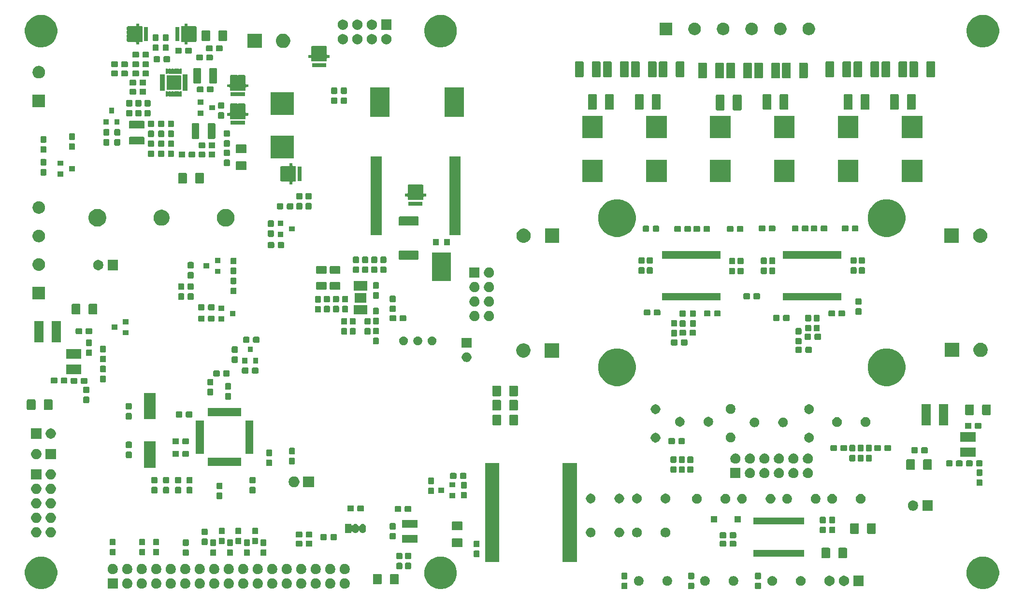
<source format=gbr>
G04 #@! TF.GenerationSoftware,KiCad,Pcbnew,(5.1.6)-1*
G04 #@! TF.CreationDate,2020-07-10T11:15:32+02:00*
G04 #@! TF.ProjectId,MukkeBox,4d756b6b-6542-46f7-982e-6b696361645f,rev?*
G04 #@! TF.SameCoordinates,Original*
G04 #@! TF.FileFunction,Soldermask,Top*
G04 #@! TF.FilePolarity,Negative*
%FSLAX46Y46*%
G04 Gerber Fmt 4.6, Leading zero omitted, Abs format (unit mm)*
G04 Created by KiCad (PCBNEW (5.1.6)-1) date 2020-07-10 11:15:32*
%MOMM*%
%LPD*%
G01*
G04 APERTURE LIST*
%ADD10C,0.150000*%
G04 APERTURE END LIST*
D10*
G36*
X178030499Y-138803445D02*
G01*
X178067995Y-138814820D01*
X178102554Y-138833292D01*
X178132847Y-138858153D01*
X178157708Y-138888446D01*
X178176180Y-138923005D01*
X178187555Y-138960501D01*
X178192000Y-139005638D01*
X178192000Y-139744362D01*
X178187555Y-139789499D01*
X178176180Y-139826995D01*
X178157708Y-139861554D01*
X178132847Y-139891847D01*
X178102554Y-139916708D01*
X178067995Y-139935180D01*
X178030499Y-139946555D01*
X177985362Y-139951000D01*
X177346638Y-139951000D01*
X177301501Y-139946555D01*
X177264005Y-139935180D01*
X177229446Y-139916708D01*
X177199153Y-139891847D01*
X177174292Y-139861554D01*
X177155820Y-139826995D01*
X177144445Y-139789499D01*
X177140000Y-139744362D01*
X177140000Y-139005638D01*
X177144445Y-138960501D01*
X177155820Y-138923005D01*
X177174292Y-138888446D01*
X177199153Y-138858153D01*
X177229446Y-138833292D01*
X177264005Y-138814820D01*
X177301501Y-138803445D01*
X177346638Y-138799000D01*
X177985362Y-138799000D01*
X178030499Y-138803445D01*
G37*
G36*
X189730499Y-138803445D02*
G01*
X189767995Y-138814820D01*
X189802554Y-138833292D01*
X189832847Y-138858153D01*
X189857708Y-138888446D01*
X189876180Y-138923005D01*
X189887555Y-138960501D01*
X189892000Y-139005638D01*
X189892000Y-139744362D01*
X189887555Y-139789499D01*
X189876180Y-139826995D01*
X189857708Y-139861554D01*
X189832847Y-139891847D01*
X189802554Y-139916708D01*
X189767995Y-139935180D01*
X189730499Y-139946555D01*
X189685362Y-139951000D01*
X189046638Y-139951000D01*
X189001501Y-139946555D01*
X188964005Y-139935180D01*
X188929446Y-139916708D01*
X188899153Y-139891847D01*
X188874292Y-139861554D01*
X188855820Y-139826995D01*
X188844445Y-139789499D01*
X188840000Y-139744362D01*
X188840000Y-139005638D01*
X188844445Y-138960501D01*
X188855820Y-138923005D01*
X188874292Y-138888446D01*
X188899153Y-138858153D01*
X188929446Y-138833292D01*
X188964005Y-138814820D01*
X189001501Y-138803445D01*
X189046638Y-138799000D01*
X189685362Y-138799000D01*
X189730499Y-138803445D01*
G37*
G36*
X201430499Y-138803445D02*
G01*
X201467995Y-138814820D01*
X201502554Y-138833292D01*
X201532847Y-138858153D01*
X201557708Y-138888446D01*
X201576180Y-138923005D01*
X201587555Y-138960501D01*
X201592000Y-139005638D01*
X201592000Y-139744362D01*
X201587555Y-139789499D01*
X201576180Y-139826995D01*
X201557708Y-139861554D01*
X201532847Y-139891847D01*
X201502554Y-139916708D01*
X201467995Y-139935180D01*
X201430499Y-139946555D01*
X201385362Y-139951000D01*
X200746638Y-139951000D01*
X200701501Y-139946555D01*
X200664005Y-139935180D01*
X200629446Y-139916708D01*
X200599153Y-139891847D01*
X200574292Y-139861554D01*
X200555820Y-139826995D01*
X200544445Y-139789499D01*
X200540000Y-139744362D01*
X200540000Y-139005638D01*
X200544445Y-138960501D01*
X200555820Y-138923005D01*
X200574292Y-138888446D01*
X200599153Y-138858153D01*
X200629446Y-138833292D01*
X200664005Y-138814820D01*
X200701501Y-138803445D01*
X200746638Y-138799000D01*
X201385362Y-138799000D01*
X201430499Y-138803445D01*
G37*
G36*
X75918257Y-134267105D02*
G01*
X76297606Y-134342562D01*
X76816455Y-134557476D01*
X77044721Y-134709999D01*
X77283406Y-134869483D01*
X77680517Y-135266594D01*
X77704856Y-135303020D01*
X77992524Y-135733545D01*
X78207438Y-136252394D01*
X78228438Y-136357969D01*
X78317000Y-136803200D01*
X78317000Y-137364800D01*
X78295352Y-137473631D01*
X78207438Y-137915606D01*
X77992524Y-138434455D01*
X77783814Y-138746811D01*
X77689177Y-138888446D01*
X77680516Y-138901407D01*
X77283407Y-139298516D01*
X76816455Y-139610524D01*
X76297606Y-139825438D01*
X76116038Y-139861554D01*
X75746800Y-139935000D01*
X75185200Y-139935000D01*
X74815962Y-139861554D01*
X74634394Y-139825438D01*
X74115545Y-139610524D01*
X73648593Y-139298516D01*
X73251484Y-138901407D01*
X73242824Y-138888446D01*
X73148186Y-138746811D01*
X72939476Y-138434455D01*
X72724562Y-137915606D01*
X72636648Y-137473631D01*
X72615000Y-137364800D01*
X72615000Y-136803200D01*
X72703562Y-136357969D01*
X72724562Y-136252394D01*
X72939476Y-135733545D01*
X73227144Y-135303020D01*
X73251483Y-135266594D01*
X73648594Y-134869483D01*
X73887279Y-134709999D01*
X74115545Y-134557476D01*
X74634394Y-134342562D01*
X75013743Y-134267105D01*
X75185200Y-134233000D01*
X75746800Y-134233000D01*
X75918257Y-134267105D01*
G37*
G36*
X240918257Y-134267105D02*
G01*
X241297606Y-134342562D01*
X241816455Y-134557476D01*
X242044721Y-134709999D01*
X242283406Y-134869483D01*
X242680517Y-135266594D01*
X242704856Y-135303020D01*
X242992524Y-135733545D01*
X243207438Y-136252394D01*
X243228438Y-136357969D01*
X243317000Y-136803200D01*
X243317000Y-137364800D01*
X243295352Y-137473631D01*
X243207438Y-137915606D01*
X242992524Y-138434455D01*
X242783814Y-138746811D01*
X242689177Y-138888446D01*
X242680516Y-138901407D01*
X242283407Y-139298516D01*
X241816455Y-139610524D01*
X241297606Y-139825438D01*
X241116038Y-139861554D01*
X240746800Y-139935000D01*
X240185200Y-139935000D01*
X239815962Y-139861554D01*
X239634394Y-139825438D01*
X239115545Y-139610524D01*
X238648593Y-139298516D01*
X238251484Y-138901407D01*
X238242824Y-138888446D01*
X238148186Y-138746811D01*
X237939476Y-138434455D01*
X237724562Y-137915606D01*
X237636648Y-137473631D01*
X237615000Y-137364800D01*
X237615000Y-136803200D01*
X237703562Y-136357969D01*
X237724562Y-136252394D01*
X237939476Y-135733545D01*
X238227144Y-135303020D01*
X238251483Y-135266594D01*
X238648594Y-134869483D01*
X238887279Y-134709999D01*
X239115545Y-134557476D01*
X239634394Y-134342562D01*
X240013743Y-134267105D01*
X240185200Y-134233000D01*
X240746800Y-134233000D01*
X240918257Y-134267105D01*
G37*
G36*
X145918257Y-134267105D02*
G01*
X146297606Y-134342562D01*
X146816455Y-134557476D01*
X147044721Y-134709999D01*
X147283406Y-134869483D01*
X147680517Y-135266594D01*
X147704856Y-135303020D01*
X147992524Y-135733545D01*
X148207438Y-136252394D01*
X148228438Y-136357969D01*
X148317000Y-136803200D01*
X148317000Y-137364800D01*
X148295352Y-137473631D01*
X148207438Y-137915606D01*
X147992524Y-138434455D01*
X147783814Y-138746811D01*
X147689177Y-138888446D01*
X147680516Y-138901407D01*
X147283407Y-139298516D01*
X146816455Y-139610524D01*
X146297606Y-139825438D01*
X146116038Y-139861554D01*
X145746800Y-139935000D01*
X145185200Y-139935000D01*
X144815962Y-139861554D01*
X144634394Y-139825438D01*
X144115545Y-139610524D01*
X143648593Y-139298516D01*
X143251484Y-138901407D01*
X143242824Y-138888446D01*
X143148186Y-138746811D01*
X142939476Y-138434455D01*
X142724562Y-137915606D01*
X142636648Y-137473631D01*
X142615000Y-137364800D01*
X142615000Y-136803200D01*
X142703562Y-136357969D01*
X142724562Y-136252394D01*
X142939476Y-135733545D01*
X143227144Y-135303020D01*
X143251483Y-135266594D01*
X143648594Y-134869483D01*
X143887279Y-134709999D01*
X144115545Y-134557476D01*
X144634394Y-134342562D01*
X145013743Y-134267105D01*
X145185200Y-134233000D01*
X145746800Y-134233000D01*
X145918257Y-134267105D01*
G37*
G36*
X98289512Y-138062927D02*
G01*
X98438812Y-138092624D01*
X98602784Y-138160544D01*
X98750354Y-138259147D01*
X98875853Y-138384646D01*
X98974456Y-138532216D01*
X99042376Y-138696188D01*
X99052727Y-138748229D01*
X99077000Y-138870258D01*
X99077000Y-139047742D01*
X99072073Y-139072512D01*
X99042376Y-139221812D01*
X98974456Y-139385784D01*
X98875853Y-139533354D01*
X98750354Y-139658853D01*
X98602784Y-139757456D01*
X98438812Y-139825376D01*
X98289512Y-139855073D01*
X98264742Y-139860000D01*
X98087258Y-139860000D01*
X98062488Y-139855073D01*
X97913188Y-139825376D01*
X97749216Y-139757456D01*
X97601646Y-139658853D01*
X97476147Y-139533354D01*
X97377544Y-139385784D01*
X97309624Y-139221812D01*
X97279927Y-139072512D01*
X97275000Y-139047742D01*
X97275000Y-138870258D01*
X97299273Y-138748229D01*
X97309624Y-138696188D01*
X97377544Y-138532216D01*
X97476147Y-138384646D01*
X97601646Y-138259147D01*
X97749216Y-138160544D01*
X97913188Y-138092624D01*
X98062488Y-138062927D01*
X98087258Y-138058000D01*
X98264742Y-138058000D01*
X98289512Y-138062927D01*
G37*
G36*
X88917000Y-139860000D02*
G01*
X87115000Y-139860000D01*
X87115000Y-138058000D01*
X88917000Y-138058000D01*
X88917000Y-139860000D01*
G37*
G36*
X90669512Y-138062927D02*
G01*
X90818812Y-138092624D01*
X90982784Y-138160544D01*
X91130354Y-138259147D01*
X91255853Y-138384646D01*
X91354456Y-138532216D01*
X91422376Y-138696188D01*
X91432727Y-138748229D01*
X91457000Y-138870258D01*
X91457000Y-139047742D01*
X91452073Y-139072512D01*
X91422376Y-139221812D01*
X91354456Y-139385784D01*
X91255853Y-139533354D01*
X91130354Y-139658853D01*
X90982784Y-139757456D01*
X90818812Y-139825376D01*
X90669512Y-139855073D01*
X90644742Y-139860000D01*
X90467258Y-139860000D01*
X90442488Y-139855073D01*
X90293188Y-139825376D01*
X90129216Y-139757456D01*
X89981646Y-139658853D01*
X89856147Y-139533354D01*
X89757544Y-139385784D01*
X89689624Y-139221812D01*
X89659927Y-139072512D01*
X89655000Y-139047742D01*
X89655000Y-138870258D01*
X89679273Y-138748229D01*
X89689624Y-138696188D01*
X89757544Y-138532216D01*
X89856147Y-138384646D01*
X89981646Y-138259147D01*
X90129216Y-138160544D01*
X90293188Y-138092624D01*
X90442488Y-138062927D01*
X90467258Y-138058000D01*
X90644742Y-138058000D01*
X90669512Y-138062927D01*
G37*
G36*
X123689512Y-138062927D02*
G01*
X123838812Y-138092624D01*
X124002784Y-138160544D01*
X124150354Y-138259147D01*
X124275853Y-138384646D01*
X124374456Y-138532216D01*
X124442376Y-138696188D01*
X124452727Y-138748229D01*
X124477000Y-138870258D01*
X124477000Y-139047742D01*
X124472073Y-139072512D01*
X124442376Y-139221812D01*
X124374456Y-139385784D01*
X124275853Y-139533354D01*
X124150354Y-139658853D01*
X124002784Y-139757456D01*
X123838812Y-139825376D01*
X123689512Y-139855073D01*
X123664742Y-139860000D01*
X123487258Y-139860000D01*
X123462488Y-139855073D01*
X123313188Y-139825376D01*
X123149216Y-139757456D01*
X123001646Y-139658853D01*
X122876147Y-139533354D01*
X122777544Y-139385784D01*
X122709624Y-139221812D01*
X122679927Y-139072512D01*
X122675000Y-139047742D01*
X122675000Y-138870258D01*
X122699273Y-138748229D01*
X122709624Y-138696188D01*
X122777544Y-138532216D01*
X122876147Y-138384646D01*
X123001646Y-138259147D01*
X123149216Y-138160544D01*
X123313188Y-138092624D01*
X123462488Y-138062927D01*
X123487258Y-138058000D01*
X123664742Y-138058000D01*
X123689512Y-138062927D01*
G37*
G36*
X121149512Y-138062927D02*
G01*
X121298812Y-138092624D01*
X121462784Y-138160544D01*
X121610354Y-138259147D01*
X121735853Y-138384646D01*
X121834456Y-138532216D01*
X121902376Y-138696188D01*
X121912727Y-138748229D01*
X121937000Y-138870258D01*
X121937000Y-139047742D01*
X121932073Y-139072512D01*
X121902376Y-139221812D01*
X121834456Y-139385784D01*
X121735853Y-139533354D01*
X121610354Y-139658853D01*
X121462784Y-139757456D01*
X121298812Y-139825376D01*
X121149512Y-139855073D01*
X121124742Y-139860000D01*
X120947258Y-139860000D01*
X120922488Y-139855073D01*
X120773188Y-139825376D01*
X120609216Y-139757456D01*
X120461646Y-139658853D01*
X120336147Y-139533354D01*
X120237544Y-139385784D01*
X120169624Y-139221812D01*
X120139927Y-139072512D01*
X120135000Y-139047742D01*
X120135000Y-138870258D01*
X120159273Y-138748229D01*
X120169624Y-138696188D01*
X120237544Y-138532216D01*
X120336147Y-138384646D01*
X120461646Y-138259147D01*
X120609216Y-138160544D01*
X120773188Y-138092624D01*
X120922488Y-138062927D01*
X120947258Y-138058000D01*
X121124742Y-138058000D01*
X121149512Y-138062927D01*
G37*
G36*
X126229512Y-138062927D02*
G01*
X126378812Y-138092624D01*
X126542784Y-138160544D01*
X126690354Y-138259147D01*
X126815853Y-138384646D01*
X126914456Y-138532216D01*
X126982376Y-138696188D01*
X126992727Y-138748229D01*
X127017000Y-138870258D01*
X127017000Y-139047742D01*
X127012073Y-139072512D01*
X126982376Y-139221812D01*
X126914456Y-139385784D01*
X126815853Y-139533354D01*
X126690354Y-139658853D01*
X126542784Y-139757456D01*
X126378812Y-139825376D01*
X126229512Y-139855073D01*
X126204742Y-139860000D01*
X126027258Y-139860000D01*
X126002488Y-139855073D01*
X125853188Y-139825376D01*
X125689216Y-139757456D01*
X125541646Y-139658853D01*
X125416147Y-139533354D01*
X125317544Y-139385784D01*
X125249624Y-139221812D01*
X125219927Y-139072512D01*
X125215000Y-139047742D01*
X125215000Y-138870258D01*
X125239273Y-138748229D01*
X125249624Y-138696188D01*
X125317544Y-138532216D01*
X125416147Y-138384646D01*
X125541646Y-138259147D01*
X125689216Y-138160544D01*
X125853188Y-138092624D01*
X126002488Y-138062927D01*
X126027258Y-138058000D01*
X126204742Y-138058000D01*
X126229512Y-138062927D01*
G37*
G36*
X93209512Y-138062927D02*
G01*
X93358812Y-138092624D01*
X93522784Y-138160544D01*
X93670354Y-138259147D01*
X93795853Y-138384646D01*
X93894456Y-138532216D01*
X93962376Y-138696188D01*
X93972727Y-138748229D01*
X93997000Y-138870258D01*
X93997000Y-139047742D01*
X93992073Y-139072512D01*
X93962376Y-139221812D01*
X93894456Y-139385784D01*
X93795853Y-139533354D01*
X93670354Y-139658853D01*
X93522784Y-139757456D01*
X93358812Y-139825376D01*
X93209512Y-139855073D01*
X93184742Y-139860000D01*
X93007258Y-139860000D01*
X92982488Y-139855073D01*
X92833188Y-139825376D01*
X92669216Y-139757456D01*
X92521646Y-139658853D01*
X92396147Y-139533354D01*
X92297544Y-139385784D01*
X92229624Y-139221812D01*
X92199927Y-139072512D01*
X92195000Y-139047742D01*
X92195000Y-138870258D01*
X92219273Y-138748229D01*
X92229624Y-138696188D01*
X92297544Y-138532216D01*
X92396147Y-138384646D01*
X92521646Y-138259147D01*
X92669216Y-138160544D01*
X92833188Y-138092624D01*
X92982488Y-138062927D01*
X93007258Y-138058000D01*
X93184742Y-138058000D01*
X93209512Y-138062927D01*
G37*
G36*
X128769512Y-138062927D02*
G01*
X128918812Y-138092624D01*
X129082784Y-138160544D01*
X129230354Y-138259147D01*
X129355853Y-138384646D01*
X129454456Y-138532216D01*
X129522376Y-138696188D01*
X129532727Y-138748229D01*
X129557000Y-138870258D01*
X129557000Y-139047742D01*
X129552073Y-139072512D01*
X129522376Y-139221812D01*
X129454456Y-139385784D01*
X129355853Y-139533354D01*
X129230354Y-139658853D01*
X129082784Y-139757456D01*
X128918812Y-139825376D01*
X128769512Y-139855073D01*
X128744742Y-139860000D01*
X128567258Y-139860000D01*
X128542488Y-139855073D01*
X128393188Y-139825376D01*
X128229216Y-139757456D01*
X128081646Y-139658853D01*
X127956147Y-139533354D01*
X127857544Y-139385784D01*
X127789624Y-139221812D01*
X127759927Y-139072512D01*
X127755000Y-139047742D01*
X127755000Y-138870258D01*
X127779273Y-138748229D01*
X127789624Y-138696188D01*
X127857544Y-138532216D01*
X127956147Y-138384646D01*
X128081646Y-138259147D01*
X128229216Y-138160544D01*
X128393188Y-138092624D01*
X128542488Y-138062927D01*
X128567258Y-138058000D01*
X128744742Y-138058000D01*
X128769512Y-138062927D01*
G37*
G36*
X95749512Y-138062927D02*
G01*
X95898812Y-138092624D01*
X96062784Y-138160544D01*
X96210354Y-138259147D01*
X96335853Y-138384646D01*
X96434456Y-138532216D01*
X96502376Y-138696188D01*
X96512727Y-138748229D01*
X96537000Y-138870258D01*
X96537000Y-139047742D01*
X96532073Y-139072512D01*
X96502376Y-139221812D01*
X96434456Y-139385784D01*
X96335853Y-139533354D01*
X96210354Y-139658853D01*
X96062784Y-139757456D01*
X95898812Y-139825376D01*
X95749512Y-139855073D01*
X95724742Y-139860000D01*
X95547258Y-139860000D01*
X95522488Y-139855073D01*
X95373188Y-139825376D01*
X95209216Y-139757456D01*
X95061646Y-139658853D01*
X94936147Y-139533354D01*
X94837544Y-139385784D01*
X94769624Y-139221812D01*
X94739927Y-139072512D01*
X94735000Y-139047742D01*
X94735000Y-138870258D01*
X94759273Y-138748229D01*
X94769624Y-138696188D01*
X94837544Y-138532216D01*
X94936147Y-138384646D01*
X95061646Y-138259147D01*
X95209216Y-138160544D01*
X95373188Y-138092624D01*
X95522488Y-138062927D01*
X95547258Y-138058000D01*
X95724742Y-138058000D01*
X95749512Y-138062927D01*
G37*
G36*
X103369512Y-138062927D02*
G01*
X103518812Y-138092624D01*
X103682784Y-138160544D01*
X103830354Y-138259147D01*
X103955853Y-138384646D01*
X104054456Y-138532216D01*
X104122376Y-138696188D01*
X104132727Y-138748229D01*
X104157000Y-138870258D01*
X104157000Y-139047742D01*
X104152073Y-139072512D01*
X104122376Y-139221812D01*
X104054456Y-139385784D01*
X103955853Y-139533354D01*
X103830354Y-139658853D01*
X103682784Y-139757456D01*
X103518812Y-139825376D01*
X103369512Y-139855073D01*
X103344742Y-139860000D01*
X103167258Y-139860000D01*
X103142488Y-139855073D01*
X102993188Y-139825376D01*
X102829216Y-139757456D01*
X102681646Y-139658853D01*
X102556147Y-139533354D01*
X102457544Y-139385784D01*
X102389624Y-139221812D01*
X102359927Y-139072512D01*
X102355000Y-139047742D01*
X102355000Y-138870258D01*
X102379273Y-138748229D01*
X102389624Y-138696188D01*
X102457544Y-138532216D01*
X102556147Y-138384646D01*
X102681646Y-138259147D01*
X102829216Y-138160544D01*
X102993188Y-138092624D01*
X103142488Y-138062927D01*
X103167258Y-138058000D01*
X103344742Y-138058000D01*
X103369512Y-138062927D01*
G37*
G36*
X105909512Y-138062927D02*
G01*
X106058812Y-138092624D01*
X106222784Y-138160544D01*
X106370354Y-138259147D01*
X106495853Y-138384646D01*
X106594456Y-138532216D01*
X106662376Y-138696188D01*
X106672727Y-138748229D01*
X106697000Y-138870258D01*
X106697000Y-139047742D01*
X106692073Y-139072512D01*
X106662376Y-139221812D01*
X106594456Y-139385784D01*
X106495853Y-139533354D01*
X106370354Y-139658853D01*
X106222784Y-139757456D01*
X106058812Y-139825376D01*
X105909512Y-139855073D01*
X105884742Y-139860000D01*
X105707258Y-139860000D01*
X105682488Y-139855073D01*
X105533188Y-139825376D01*
X105369216Y-139757456D01*
X105221646Y-139658853D01*
X105096147Y-139533354D01*
X104997544Y-139385784D01*
X104929624Y-139221812D01*
X104899927Y-139072512D01*
X104895000Y-139047742D01*
X104895000Y-138870258D01*
X104919273Y-138748229D01*
X104929624Y-138696188D01*
X104997544Y-138532216D01*
X105096147Y-138384646D01*
X105221646Y-138259147D01*
X105369216Y-138160544D01*
X105533188Y-138092624D01*
X105682488Y-138062927D01*
X105707258Y-138058000D01*
X105884742Y-138058000D01*
X105909512Y-138062927D01*
G37*
G36*
X108449512Y-138062927D02*
G01*
X108598812Y-138092624D01*
X108762784Y-138160544D01*
X108910354Y-138259147D01*
X109035853Y-138384646D01*
X109134456Y-138532216D01*
X109202376Y-138696188D01*
X109212727Y-138748229D01*
X109237000Y-138870258D01*
X109237000Y-139047742D01*
X109232073Y-139072512D01*
X109202376Y-139221812D01*
X109134456Y-139385784D01*
X109035853Y-139533354D01*
X108910354Y-139658853D01*
X108762784Y-139757456D01*
X108598812Y-139825376D01*
X108449512Y-139855073D01*
X108424742Y-139860000D01*
X108247258Y-139860000D01*
X108222488Y-139855073D01*
X108073188Y-139825376D01*
X107909216Y-139757456D01*
X107761646Y-139658853D01*
X107636147Y-139533354D01*
X107537544Y-139385784D01*
X107469624Y-139221812D01*
X107439927Y-139072512D01*
X107435000Y-139047742D01*
X107435000Y-138870258D01*
X107459273Y-138748229D01*
X107469624Y-138696188D01*
X107537544Y-138532216D01*
X107636147Y-138384646D01*
X107761646Y-138259147D01*
X107909216Y-138160544D01*
X108073188Y-138092624D01*
X108222488Y-138062927D01*
X108247258Y-138058000D01*
X108424742Y-138058000D01*
X108449512Y-138062927D01*
G37*
G36*
X110989512Y-138062927D02*
G01*
X111138812Y-138092624D01*
X111302784Y-138160544D01*
X111450354Y-138259147D01*
X111575853Y-138384646D01*
X111674456Y-138532216D01*
X111742376Y-138696188D01*
X111752727Y-138748229D01*
X111777000Y-138870258D01*
X111777000Y-139047742D01*
X111772073Y-139072512D01*
X111742376Y-139221812D01*
X111674456Y-139385784D01*
X111575853Y-139533354D01*
X111450354Y-139658853D01*
X111302784Y-139757456D01*
X111138812Y-139825376D01*
X110989512Y-139855073D01*
X110964742Y-139860000D01*
X110787258Y-139860000D01*
X110762488Y-139855073D01*
X110613188Y-139825376D01*
X110449216Y-139757456D01*
X110301646Y-139658853D01*
X110176147Y-139533354D01*
X110077544Y-139385784D01*
X110009624Y-139221812D01*
X109979927Y-139072512D01*
X109975000Y-139047742D01*
X109975000Y-138870258D01*
X109999273Y-138748229D01*
X110009624Y-138696188D01*
X110077544Y-138532216D01*
X110176147Y-138384646D01*
X110301646Y-138259147D01*
X110449216Y-138160544D01*
X110613188Y-138092624D01*
X110762488Y-138062927D01*
X110787258Y-138058000D01*
X110964742Y-138058000D01*
X110989512Y-138062927D01*
G37*
G36*
X113529512Y-138062927D02*
G01*
X113678812Y-138092624D01*
X113842784Y-138160544D01*
X113990354Y-138259147D01*
X114115853Y-138384646D01*
X114214456Y-138532216D01*
X114282376Y-138696188D01*
X114292727Y-138748229D01*
X114317000Y-138870258D01*
X114317000Y-139047742D01*
X114312073Y-139072512D01*
X114282376Y-139221812D01*
X114214456Y-139385784D01*
X114115853Y-139533354D01*
X113990354Y-139658853D01*
X113842784Y-139757456D01*
X113678812Y-139825376D01*
X113529512Y-139855073D01*
X113504742Y-139860000D01*
X113327258Y-139860000D01*
X113302488Y-139855073D01*
X113153188Y-139825376D01*
X112989216Y-139757456D01*
X112841646Y-139658853D01*
X112716147Y-139533354D01*
X112617544Y-139385784D01*
X112549624Y-139221812D01*
X112519927Y-139072512D01*
X112515000Y-139047742D01*
X112515000Y-138870258D01*
X112539273Y-138748229D01*
X112549624Y-138696188D01*
X112617544Y-138532216D01*
X112716147Y-138384646D01*
X112841646Y-138259147D01*
X112989216Y-138160544D01*
X113153188Y-138092624D01*
X113302488Y-138062927D01*
X113327258Y-138058000D01*
X113504742Y-138058000D01*
X113529512Y-138062927D01*
G37*
G36*
X116069512Y-138062927D02*
G01*
X116218812Y-138092624D01*
X116382784Y-138160544D01*
X116530354Y-138259147D01*
X116655853Y-138384646D01*
X116754456Y-138532216D01*
X116822376Y-138696188D01*
X116832727Y-138748229D01*
X116857000Y-138870258D01*
X116857000Y-139047742D01*
X116852073Y-139072512D01*
X116822376Y-139221812D01*
X116754456Y-139385784D01*
X116655853Y-139533354D01*
X116530354Y-139658853D01*
X116382784Y-139757456D01*
X116218812Y-139825376D01*
X116069512Y-139855073D01*
X116044742Y-139860000D01*
X115867258Y-139860000D01*
X115842488Y-139855073D01*
X115693188Y-139825376D01*
X115529216Y-139757456D01*
X115381646Y-139658853D01*
X115256147Y-139533354D01*
X115157544Y-139385784D01*
X115089624Y-139221812D01*
X115059927Y-139072512D01*
X115055000Y-139047742D01*
X115055000Y-138870258D01*
X115079273Y-138748229D01*
X115089624Y-138696188D01*
X115157544Y-138532216D01*
X115256147Y-138384646D01*
X115381646Y-138259147D01*
X115529216Y-138160544D01*
X115693188Y-138092624D01*
X115842488Y-138062927D01*
X115867258Y-138058000D01*
X116044742Y-138058000D01*
X116069512Y-138062927D01*
G37*
G36*
X118609512Y-138062927D02*
G01*
X118758812Y-138092624D01*
X118922784Y-138160544D01*
X119070354Y-138259147D01*
X119195853Y-138384646D01*
X119294456Y-138532216D01*
X119362376Y-138696188D01*
X119372727Y-138748229D01*
X119397000Y-138870258D01*
X119397000Y-139047742D01*
X119392073Y-139072512D01*
X119362376Y-139221812D01*
X119294456Y-139385784D01*
X119195853Y-139533354D01*
X119070354Y-139658853D01*
X118922784Y-139757456D01*
X118758812Y-139825376D01*
X118609512Y-139855073D01*
X118584742Y-139860000D01*
X118407258Y-139860000D01*
X118382488Y-139855073D01*
X118233188Y-139825376D01*
X118069216Y-139757456D01*
X117921646Y-139658853D01*
X117796147Y-139533354D01*
X117697544Y-139385784D01*
X117629624Y-139221812D01*
X117599927Y-139072512D01*
X117595000Y-139047742D01*
X117595000Y-138870258D01*
X117619273Y-138748229D01*
X117629624Y-138696188D01*
X117697544Y-138532216D01*
X117796147Y-138384646D01*
X117921646Y-138259147D01*
X118069216Y-138160544D01*
X118233188Y-138092624D01*
X118382488Y-138062927D01*
X118407258Y-138058000D01*
X118584742Y-138058000D01*
X118609512Y-138062927D01*
G37*
G36*
X100829512Y-138062927D02*
G01*
X100978812Y-138092624D01*
X101142784Y-138160544D01*
X101290354Y-138259147D01*
X101415853Y-138384646D01*
X101514456Y-138532216D01*
X101582376Y-138696188D01*
X101592727Y-138748229D01*
X101617000Y-138870258D01*
X101617000Y-139047742D01*
X101612073Y-139072512D01*
X101582376Y-139221812D01*
X101514456Y-139385784D01*
X101415853Y-139533354D01*
X101290354Y-139658853D01*
X101142784Y-139757456D01*
X100978812Y-139825376D01*
X100829512Y-139855073D01*
X100804742Y-139860000D01*
X100627258Y-139860000D01*
X100602488Y-139855073D01*
X100453188Y-139825376D01*
X100289216Y-139757456D01*
X100141646Y-139658853D01*
X100016147Y-139533354D01*
X99917544Y-139385784D01*
X99849624Y-139221812D01*
X99819927Y-139072512D01*
X99815000Y-139047742D01*
X99815000Y-138870258D01*
X99839273Y-138748229D01*
X99849624Y-138696188D01*
X99917544Y-138532216D01*
X100016147Y-138384646D01*
X100141646Y-138259147D01*
X100289216Y-138160544D01*
X100453188Y-138092624D01*
X100602488Y-138062927D01*
X100627258Y-138058000D01*
X100804742Y-138058000D01*
X100829512Y-138062927D01*
G37*
G36*
X213699512Y-137587927D02*
G01*
X213848812Y-137617624D01*
X214012784Y-137685544D01*
X214160354Y-137784147D01*
X214285853Y-137909646D01*
X214384456Y-138057216D01*
X214452376Y-138221188D01*
X214487000Y-138395259D01*
X214487000Y-138572741D01*
X214452376Y-138746812D01*
X214384456Y-138910784D01*
X214285853Y-139058354D01*
X214160354Y-139183853D01*
X214012784Y-139282456D01*
X213848812Y-139350376D01*
X213699512Y-139380073D01*
X213674742Y-139385000D01*
X213497258Y-139385000D01*
X213472488Y-139380073D01*
X213323188Y-139350376D01*
X213159216Y-139282456D01*
X213011646Y-139183853D01*
X212886147Y-139058354D01*
X212787544Y-138910784D01*
X212719624Y-138746812D01*
X212685000Y-138572741D01*
X212685000Y-138395259D01*
X212719624Y-138221188D01*
X212787544Y-138057216D01*
X212886147Y-137909646D01*
X213011646Y-137784147D01*
X213159216Y-137685544D01*
X213323188Y-137617624D01*
X213472488Y-137587927D01*
X213497258Y-137583000D01*
X213674742Y-137583000D01*
X213699512Y-137587927D01*
G37*
G36*
X219567000Y-139385000D02*
G01*
X217765000Y-139385000D01*
X217765000Y-137583000D01*
X219567000Y-137583000D01*
X219567000Y-139385000D01*
G37*
G36*
X216239512Y-137587927D02*
G01*
X216388812Y-137617624D01*
X216552784Y-137685544D01*
X216700354Y-137784147D01*
X216825853Y-137909646D01*
X216924456Y-138057216D01*
X216992376Y-138221188D01*
X217027000Y-138395259D01*
X217027000Y-138572741D01*
X216992376Y-138746812D01*
X216924456Y-138910784D01*
X216825853Y-139058354D01*
X216700354Y-139183853D01*
X216552784Y-139282456D01*
X216388812Y-139350376D01*
X216239512Y-139380073D01*
X216214742Y-139385000D01*
X216037258Y-139385000D01*
X216012488Y-139380073D01*
X215863188Y-139350376D01*
X215699216Y-139282456D01*
X215551646Y-139183853D01*
X215426147Y-139058354D01*
X215327544Y-138910784D01*
X215259624Y-138746812D01*
X215225000Y-138572741D01*
X215225000Y-138395259D01*
X215259624Y-138221188D01*
X215327544Y-138057216D01*
X215426147Y-137909646D01*
X215551646Y-137784147D01*
X215699216Y-137685544D01*
X215863188Y-137617624D01*
X216012488Y-137587927D01*
X216037258Y-137583000D01*
X216214742Y-137583000D01*
X216239512Y-137587927D01*
G37*
G36*
X203814228Y-137681703D02*
G01*
X203969100Y-137745853D01*
X204108481Y-137838985D01*
X204227015Y-137957519D01*
X204320147Y-138096900D01*
X204384297Y-138251772D01*
X204417000Y-138416184D01*
X204417000Y-138583816D01*
X204384297Y-138748228D01*
X204320147Y-138903100D01*
X204227015Y-139042481D01*
X204108481Y-139161015D01*
X203969100Y-139254147D01*
X203814228Y-139318297D01*
X203649816Y-139351000D01*
X203482184Y-139351000D01*
X203317772Y-139318297D01*
X203162900Y-139254147D01*
X203023519Y-139161015D01*
X202904985Y-139042481D01*
X202811853Y-138903100D01*
X202747703Y-138748228D01*
X202715000Y-138583816D01*
X202715000Y-138416184D01*
X202747703Y-138251772D01*
X202811853Y-138096900D01*
X202904985Y-137957519D01*
X203023519Y-137838985D01*
X203162900Y-137745853D01*
X203317772Y-137681703D01*
X203482184Y-137649000D01*
X203649816Y-137649000D01*
X203814228Y-137681703D01*
G37*
G36*
X192014228Y-137681703D02*
G01*
X192169100Y-137745853D01*
X192308481Y-137838985D01*
X192427015Y-137957519D01*
X192520147Y-138096900D01*
X192584297Y-138251772D01*
X192617000Y-138416184D01*
X192617000Y-138583816D01*
X192584297Y-138748228D01*
X192520147Y-138903100D01*
X192427015Y-139042481D01*
X192308481Y-139161015D01*
X192169100Y-139254147D01*
X192014228Y-139318297D01*
X191849816Y-139351000D01*
X191682184Y-139351000D01*
X191517772Y-139318297D01*
X191362900Y-139254147D01*
X191223519Y-139161015D01*
X191104985Y-139042481D01*
X191011853Y-138903100D01*
X190947703Y-138748228D01*
X190915000Y-138583816D01*
X190915000Y-138416184D01*
X190947703Y-138251772D01*
X191011853Y-138096900D01*
X191104985Y-137957519D01*
X191223519Y-137838985D01*
X191362900Y-137745853D01*
X191517772Y-137681703D01*
X191682184Y-137649000D01*
X191849816Y-137649000D01*
X192014228Y-137681703D01*
G37*
G36*
X180414228Y-137681703D02*
G01*
X180569100Y-137745853D01*
X180708481Y-137838985D01*
X180827015Y-137957519D01*
X180920147Y-138096900D01*
X180984297Y-138251772D01*
X181017000Y-138416184D01*
X181017000Y-138583816D01*
X180984297Y-138748228D01*
X180920147Y-138903100D01*
X180827015Y-139042481D01*
X180708481Y-139161015D01*
X180569100Y-139254147D01*
X180414228Y-139318297D01*
X180249816Y-139351000D01*
X180082184Y-139351000D01*
X179917772Y-139318297D01*
X179762900Y-139254147D01*
X179623519Y-139161015D01*
X179504985Y-139042481D01*
X179411853Y-138903100D01*
X179347703Y-138748228D01*
X179315000Y-138583816D01*
X179315000Y-138416184D01*
X179347703Y-138251772D01*
X179411853Y-138096900D01*
X179504985Y-137957519D01*
X179623519Y-137838985D01*
X179762900Y-137745853D01*
X179917772Y-137681703D01*
X180082184Y-137649000D01*
X180249816Y-137649000D01*
X180414228Y-137681703D01*
G37*
G36*
X185414228Y-137681703D02*
G01*
X185569100Y-137745853D01*
X185708481Y-137838985D01*
X185827015Y-137957519D01*
X185920147Y-138096900D01*
X185984297Y-138251772D01*
X186017000Y-138416184D01*
X186017000Y-138583816D01*
X185984297Y-138748228D01*
X185920147Y-138903100D01*
X185827015Y-139042481D01*
X185708481Y-139161015D01*
X185569100Y-139254147D01*
X185414228Y-139318297D01*
X185249816Y-139351000D01*
X185082184Y-139351000D01*
X184917772Y-139318297D01*
X184762900Y-139254147D01*
X184623519Y-139161015D01*
X184504985Y-139042481D01*
X184411853Y-138903100D01*
X184347703Y-138748228D01*
X184315000Y-138583816D01*
X184315000Y-138416184D01*
X184347703Y-138251772D01*
X184411853Y-138096900D01*
X184504985Y-137957519D01*
X184623519Y-137838985D01*
X184762900Y-137745853D01*
X184917772Y-137681703D01*
X185082184Y-137649000D01*
X185249816Y-137649000D01*
X185414228Y-137681703D01*
G37*
G36*
X197014228Y-137681703D02*
G01*
X197169100Y-137745853D01*
X197308481Y-137838985D01*
X197427015Y-137957519D01*
X197520147Y-138096900D01*
X197584297Y-138251772D01*
X197617000Y-138416184D01*
X197617000Y-138583816D01*
X197584297Y-138748228D01*
X197520147Y-138903100D01*
X197427015Y-139042481D01*
X197308481Y-139161015D01*
X197169100Y-139254147D01*
X197014228Y-139318297D01*
X196849816Y-139351000D01*
X196682184Y-139351000D01*
X196517772Y-139318297D01*
X196362900Y-139254147D01*
X196223519Y-139161015D01*
X196104985Y-139042481D01*
X196011853Y-138903100D01*
X195947703Y-138748228D01*
X195915000Y-138583816D01*
X195915000Y-138416184D01*
X195947703Y-138251772D01*
X196011853Y-138096900D01*
X196104985Y-137957519D01*
X196223519Y-137838985D01*
X196362900Y-137745853D01*
X196517772Y-137681703D01*
X196682184Y-137649000D01*
X196849816Y-137649000D01*
X197014228Y-137681703D01*
G37*
G36*
X208814228Y-137681703D02*
G01*
X208969100Y-137745853D01*
X209108481Y-137838985D01*
X209227015Y-137957519D01*
X209320147Y-138096900D01*
X209384297Y-138251772D01*
X209417000Y-138416184D01*
X209417000Y-138583816D01*
X209384297Y-138748228D01*
X209320147Y-138903100D01*
X209227015Y-139042481D01*
X209108481Y-139161015D01*
X208969100Y-139254147D01*
X208814228Y-139318297D01*
X208649816Y-139351000D01*
X208482184Y-139351000D01*
X208317772Y-139318297D01*
X208162900Y-139254147D01*
X208023519Y-139161015D01*
X207904985Y-139042481D01*
X207811853Y-138903100D01*
X207747703Y-138748228D01*
X207715000Y-138583816D01*
X207715000Y-138416184D01*
X207747703Y-138251772D01*
X207811853Y-138096900D01*
X207904985Y-137957519D01*
X208023519Y-137838985D01*
X208162900Y-137745853D01*
X208317772Y-137681703D01*
X208482184Y-137649000D01*
X208649816Y-137649000D01*
X208814228Y-137681703D01*
G37*
G36*
X137966562Y-137262181D02*
G01*
X138001481Y-137272774D01*
X138033663Y-137289976D01*
X138061873Y-137313127D01*
X138085024Y-137341337D01*
X138102226Y-137373519D01*
X138112819Y-137408438D01*
X138117000Y-137450895D01*
X138117000Y-138917105D01*
X138112819Y-138959562D01*
X138102226Y-138994481D01*
X138085024Y-139026663D01*
X138061873Y-139054873D01*
X138033663Y-139078024D01*
X138001481Y-139095226D01*
X137966562Y-139105819D01*
X137924105Y-139110000D01*
X136782895Y-139110000D01*
X136740438Y-139105819D01*
X136705519Y-139095226D01*
X136673337Y-139078024D01*
X136645127Y-139054873D01*
X136621976Y-139026663D01*
X136604774Y-138994481D01*
X136594181Y-138959562D01*
X136590000Y-138917105D01*
X136590000Y-137450895D01*
X136594181Y-137408438D01*
X136604774Y-137373519D01*
X136621976Y-137341337D01*
X136645127Y-137313127D01*
X136673337Y-137289976D01*
X136705519Y-137272774D01*
X136740438Y-137262181D01*
X136782895Y-137258000D01*
X137924105Y-137258000D01*
X137966562Y-137262181D01*
G37*
G36*
X134991562Y-137262181D02*
G01*
X135026481Y-137272774D01*
X135058663Y-137289976D01*
X135086873Y-137313127D01*
X135110024Y-137341337D01*
X135127226Y-137373519D01*
X135137819Y-137408438D01*
X135142000Y-137450895D01*
X135142000Y-138917105D01*
X135137819Y-138959562D01*
X135127226Y-138994481D01*
X135110024Y-139026663D01*
X135086873Y-139054873D01*
X135058663Y-139078024D01*
X135026481Y-139095226D01*
X134991562Y-139105819D01*
X134949105Y-139110000D01*
X133807895Y-139110000D01*
X133765438Y-139105819D01*
X133730519Y-139095226D01*
X133698337Y-139078024D01*
X133670127Y-139054873D01*
X133646976Y-139026663D01*
X133629774Y-138994481D01*
X133619181Y-138959562D01*
X133615000Y-138917105D01*
X133615000Y-137450895D01*
X133619181Y-137408438D01*
X133629774Y-137373519D01*
X133646976Y-137341337D01*
X133670127Y-137313127D01*
X133698337Y-137289976D01*
X133730519Y-137272774D01*
X133765438Y-137262181D01*
X133807895Y-137258000D01*
X134949105Y-137258000D01*
X134991562Y-137262181D01*
G37*
G36*
X201430499Y-137053445D02*
G01*
X201467995Y-137064820D01*
X201502554Y-137083292D01*
X201532847Y-137108153D01*
X201557708Y-137138446D01*
X201576180Y-137173005D01*
X201587555Y-137210501D01*
X201592000Y-137255638D01*
X201592000Y-137994362D01*
X201587555Y-138039499D01*
X201576180Y-138076995D01*
X201557708Y-138111554D01*
X201532847Y-138141847D01*
X201502554Y-138166708D01*
X201467995Y-138185180D01*
X201430499Y-138196555D01*
X201385362Y-138201000D01*
X200746638Y-138201000D01*
X200701501Y-138196555D01*
X200664005Y-138185180D01*
X200629446Y-138166708D01*
X200599153Y-138141847D01*
X200574292Y-138111554D01*
X200555820Y-138076995D01*
X200544445Y-138039499D01*
X200540000Y-137994362D01*
X200540000Y-137255638D01*
X200544445Y-137210501D01*
X200555820Y-137173005D01*
X200574292Y-137138446D01*
X200599153Y-137108153D01*
X200629446Y-137083292D01*
X200664005Y-137064820D01*
X200701501Y-137053445D01*
X200746638Y-137049000D01*
X201385362Y-137049000D01*
X201430499Y-137053445D01*
G37*
G36*
X189730499Y-137053445D02*
G01*
X189767995Y-137064820D01*
X189802554Y-137083292D01*
X189832847Y-137108153D01*
X189857708Y-137138446D01*
X189876180Y-137173005D01*
X189887555Y-137210501D01*
X189892000Y-137255638D01*
X189892000Y-137994362D01*
X189887555Y-138039499D01*
X189876180Y-138076995D01*
X189857708Y-138111554D01*
X189832847Y-138141847D01*
X189802554Y-138166708D01*
X189767995Y-138185180D01*
X189730499Y-138196555D01*
X189685362Y-138201000D01*
X189046638Y-138201000D01*
X189001501Y-138196555D01*
X188964005Y-138185180D01*
X188929446Y-138166708D01*
X188899153Y-138141847D01*
X188874292Y-138111554D01*
X188855820Y-138076995D01*
X188844445Y-138039499D01*
X188840000Y-137994362D01*
X188840000Y-137255638D01*
X188844445Y-137210501D01*
X188855820Y-137173005D01*
X188874292Y-137138446D01*
X188899153Y-137108153D01*
X188929446Y-137083292D01*
X188964005Y-137064820D01*
X189001501Y-137053445D01*
X189046638Y-137049000D01*
X189685362Y-137049000D01*
X189730499Y-137053445D01*
G37*
G36*
X178030499Y-137053445D02*
G01*
X178067995Y-137064820D01*
X178102554Y-137083292D01*
X178132847Y-137108153D01*
X178157708Y-137138446D01*
X178176180Y-137173005D01*
X178187555Y-137210501D01*
X178192000Y-137255638D01*
X178192000Y-137994362D01*
X178187555Y-138039499D01*
X178176180Y-138076995D01*
X178157708Y-138111554D01*
X178132847Y-138141847D01*
X178102554Y-138166708D01*
X178067995Y-138185180D01*
X178030499Y-138196555D01*
X177985362Y-138201000D01*
X177346638Y-138201000D01*
X177301501Y-138196555D01*
X177264005Y-138185180D01*
X177229446Y-138166708D01*
X177199153Y-138141847D01*
X177174292Y-138111554D01*
X177155820Y-138076995D01*
X177144445Y-138039499D01*
X177140000Y-137994362D01*
X177140000Y-137255638D01*
X177144445Y-137210501D01*
X177155820Y-137173005D01*
X177174292Y-137138446D01*
X177199153Y-137108153D01*
X177229446Y-137083292D01*
X177264005Y-137064820D01*
X177301501Y-137053445D01*
X177346638Y-137049000D01*
X177985362Y-137049000D01*
X178030499Y-137053445D01*
G37*
G36*
X90669512Y-135522927D02*
G01*
X90818812Y-135552624D01*
X90982784Y-135620544D01*
X91130354Y-135719147D01*
X91255853Y-135844646D01*
X91354456Y-135992216D01*
X91422376Y-136156188D01*
X91452073Y-136305488D01*
X91454585Y-136318115D01*
X91457000Y-136330259D01*
X91457000Y-136507741D01*
X91422376Y-136681812D01*
X91354456Y-136845784D01*
X91255853Y-136993354D01*
X91130354Y-137118853D01*
X90982784Y-137217456D01*
X90818812Y-137285376D01*
X90669512Y-137315073D01*
X90644742Y-137320000D01*
X90467258Y-137320000D01*
X90442488Y-137315073D01*
X90293188Y-137285376D01*
X90129216Y-137217456D01*
X89981646Y-137118853D01*
X89856147Y-136993354D01*
X89757544Y-136845784D01*
X89689624Y-136681812D01*
X89655000Y-136507741D01*
X89655000Y-136330259D01*
X89657416Y-136318115D01*
X89659927Y-136305488D01*
X89689624Y-136156188D01*
X89757544Y-135992216D01*
X89856147Y-135844646D01*
X89981646Y-135719147D01*
X90129216Y-135620544D01*
X90293188Y-135552624D01*
X90442488Y-135522927D01*
X90467258Y-135518000D01*
X90644742Y-135518000D01*
X90669512Y-135522927D01*
G37*
G36*
X88129512Y-135522927D02*
G01*
X88278812Y-135552624D01*
X88442784Y-135620544D01*
X88590354Y-135719147D01*
X88715853Y-135844646D01*
X88814456Y-135992216D01*
X88882376Y-136156188D01*
X88912073Y-136305488D01*
X88914585Y-136318115D01*
X88917000Y-136330259D01*
X88917000Y-136507741D01*
X88882376Y-136681812D01*
X88814456Y-136845784D01*
X88715853Y-136993354D01*
X88590354Y-137118853D01*
X88442784Y-137217456D01*
X88278812Y-137285376D01*
X88129512Y-137315073D01*
X88104742Y-137320000D01*
X87927258Y-137320000D01*
X87902488Y-137315073D01*
X87753188Y-137285376D01*
X87589216Y-137217456D01*
X87441646Y-137118853D01*
X87316147Y-136993354D01*
X87217544Y-136845784D01*
X87149624Y-136681812D01*
X87115000Y-136507741D01*
X87115000Y-136330259D01*
X87117416Y-136318115D01*
X87119927Y-136305488D01*
X87149624Y-136156188D01*
X87217544Y-135992216D01*
X87316147Y-135844646D01*
X87441646Y-135719147D01*
X87589216Y-135620544D01*
X87753188Y-135552624D01*
X87902488Y-135522927D01*
X87927258Y-135518000D01*
X88104742Y-135518000D01*
X88129512Y-135522927D01*
G37*
G36*
X93209512Y-135522927D02*
G01*
X93358812Y-135552624D01*
X93522784Y-135620544D01*
X93670354Y-135719147D01*
X93795853Y-135844646D01*
X93894456Y-135992216D01*
X93962376Y-136156188D01*
X93992073Y-136305488D01*
X93994585Y-136318115D01*
X93997000Y-136330259D01*
X93997000Y-136507741D01*
X93962376Y-136681812D01*
X93894456Y-136845784D01*
X93795853Y-136993354D01*
X93670354Y-137118853D01*
X93522784Y-137217456D01*
X93358812Y-137285376D01*
X93209512Y-137315073D01*
X93184742Y-137320000D01*
X93007258Y-137320000D01*
X92982488Y-137315073D01*
X92833188Y-137285376D01*
X92669216Y-137217456D01*
X92521646Y-137118853D01*
X92396147Y-136993354D01*
X92297544Y-136845784D01*
X92229624Y-136681812D01*
X92195000Y-136507741D01*
X92195000Y-136330259D01*
X92197416Y-136318115D01*
X92199927Y-136305488D01*
X92229624Y-136156188D01*
X92297544Y-135992216D01*
X92396147Y-135844646D01*
X92521646Y-135719147D01*
X92669216Y-135620544D01*
X92833188Y-135552624D01*
X92982488Y-135522927D01*
X93007258Y-135518000D01*
X93184742Y-135518000D01*
X93209512Y-135522927D01*
G37*
G36*
X95749512Y-135522927D02*
G01*
X95898812Y-135552624D01*
X96062784Y-135620544D01*
X96210354Y-135719147D01*
X96335853Y-135844646D01*
X96434456Y-135992216D01*
X96502376Y-136156188D01*
X96532073Y-136305488D01*
X96534585Y-136318115D01*
X96537000Y-136330259D01*
X96537000Y-136507741D01*
X96502376Y-136681812D01*
X96434456Y-136845784D01*
X96335853Y-136993354D01*
X96210354Y-137118853D01*
X96062784Y-137217456D01*
X95898812Y-137285376D01*
X95749512Y-137315073D01*
X95724742Y-137320000D01*
X95547258Y-137320000D01*
X95522488Y-137315073D01*
X95373188Y-137285376D01*
X95209216Y-137217456D01*
X95061646Y-137118853D01*
X94936147Y-136993354D01*
X94837544Y-136845784D01*
X94769624Y-136681812D01*
X94735000Y-136507741D01*
X94735000Y-136330259D01*
X94737416Y-136318115D01*
X94739927Y-136305488D01*
X94769624Y-136156188D01*
X94837544Y-135992216D01*
X94936147Y-135844646D01*
X95061646Y-135719147D01*
X95209216Y-135620544D01*
X95373188Y-135552624D01*
X95522488Y-135522927D01*
X95547258Y-135518000D01*
X95724742Y-135518000D01*
X95749512Y-135522927D01*
G37*
G36*
X98289512Y-135522927D02*
G01*
X98438812Y-135552624D01*
X98602784Y-135620544D01*
X98750354Y-135719147D01*
X98875853Y-135844646D01*
X98974456Y-135992216D01*
X99042376Y-136156188D01*
X99072073Y-136305488D01*
X99074585Y-136318115D01*
X99077000Y-136330259D01*
X99077000Y-136507741D01*
X99042376Y-136681812D01*
X98974456Y-136845784D01*
X98875853Y-136993354D01*
X98750354Y-137118853D01*
X98602784Y-137217456D01*
X98438812Y-137285376D01*
X98289512Y-137315073D01*
X98264742Y-137320000D01*
X98087258Y-137320000D01*
X98062488Y-137315073D01*
X97913188Y-137285376D01*
X97749216Y-137217456D01*
X97601646Y-137118853D01*
X97476147Y-136993354D01*
X97377544Y-136845784D01*
X97309624Y-136681812D01*
X97275000Y-136507741D01*
X97275000Y-136330259D01*
X97277416Y-136318115D01*
X97279927Y-136305488D01*
X97309624Y-136156188D01*
X97377544Y-135992216D01*
X97476147Y-135844646D01*
X97601646Y-135719147D01*
X97749216Y-135620544D01*
X97913188Y-135552624D01*
X98062488Y-135522927D01*
X98087258Y-135518000D01*
X98264742Y-135518000D01*
X98289512Y-135522927D01*
G37*
G36*
X100829512Y-135522927D02*
G01*
X100978812Y-135552624D01*
X101142784Y-135620544D01*
X101290354Y-135719147D01*
X101415853Y-135844646D01*
X101514456Y-135992216D01*
X101582376Y-136156188D01*
X101612073Y-136305488D01*
X101614585Y-136318115D01*
X101617000Y-136330259D01*
X101617000Y-136507741D01*
X101582376Y-136681812D01*
X101514456Y-136845784D01*
X101415853Y-136993354D01*
X101290354Y-137118853D01*
X101142784Y-137217456D01*
X100978812Y-137285376D01*
X100829512Y-137315073D01*
X100804742Y-137320000D01*
X100627258Y-137320000D01*
X100602488Y-137315073D01*
X100453188Y-137285376D01*
X100289216Y-137217456D01*
X100141646Y-137118853D01*
X100016147Y-136993354D01*
X99917544Y-136845784D01*
X99849624Y-136681812D01*
X99815000Y-136507741D01*
X99815000Y-136330259D01*
X99817416Y-136318115D01*
X99819927Y-136305488D01*
X99849624Y-136156188D01*
X99917544Y-135992216D01*
X100016147Y-135844646D01*
X100141646Y-135719147D01*
X100289216Y-135620544D01*
X100453188Y-135552624D01*
X100602488Y-135522927D01*
X100627258Y-135518000D01*
X100804742Y-135518000D01*
X100829512Y-135522927D01*
G37*
G36*
X103369512Y-135522927D02*
G01*
X103518812Y-135552624D01*
X103682784Y-135620544D01*
X103830354Y-135719147D01*
X103955853Y-135844646D01*
X104054456Y-135992216D01*
X104122376Y-136156188D01*
X104152073Y-136305488D01*
X104154585Y-136318115D01*
X104157000Y-136330259D01*
X104157000Y-136507741D01*
X104122376Y-136681812D01*
X104054456Y-136845784D01*
X103955853Y-136993354D01*
X103830354Y-137118853D01*
X103682784Y-137217456D01*
X103518812Y-137285376D01*
X103369512Y-137315073D01*
X103344742Y-137320000D01*
X103167258Y-137320000D01*
X103142488Y-137315073D01*
X102993188Y-137285376D01*
X102829216Y-137217456D01*
X102681646Y-137118853D01*
X102556147Y-136993354D01*
X102457544Y-136845784D01*
X102389624Y-136681812D01*
X102355000Y-136507741D01*
X102355000Y-136330259D01*
X102357416Y-136318115D01*
X102359927Y-136305488D01*
X102389624Y-136156188D01*
X102457544Y-135992216D01*
X102556147Y-135844646D01*
X102681646Y-135719147D01*
X102829216Y-135620544D01*
X102993188Y-135552624D01*
X103142488Y-135522927D01*
X103167258Y-135518000D01*
X103344742Y-135518000D01*
X103369512Y-135522927D01*
G37*
G36*
X105909512Y-135522927D02*
G01*
X106058812Y-135552624D01*
X106222784Y-135620544D01*
X106370354Y-135719147D01*
X106495853Y-135844646D01*
X106594456Y-135992216D01*
X106662376Y-136156188D01*
X106692073Y-136305488D01*
X106694585Y-136318115D01*
X106697000Y-136330259D01*
X106697000Y-136507741D01*
X106662376Y-136681812D01*
X106594456Y-136845784D01*
X106495853Y-136993354D01*
X106370354Y-137118853D01*
X106222784Y-137217456D01*
X106058812Y-137285376D01*
X105909512Y-137315073D01*
X105884742Y-137320000D01*
X105707258Y-137320000D01*
X105682488Y-137315073D01*
X105533188Y-137285376D01*
X105369216Y-137217456D01*
X105221646Y-137118853D01*
X105096147Y-136993354D01*
X104997544Y-136845784D01*
X104929624Y-136681812D01*
X104895000Y-136507741D01*
X104895000Y-136330259D01*
X104897416Y-136318115D01*
X104899927Y-136305488D01*
X104929624Y-136156188D01*
X104997544Y-135992216D01*
X105096147Y-135844646D01*
X105221646Y-135719147D01*
X105369216Y-135620544D01*
X105533188Y-135552624D01*
X105682488Y-135522927D01*
X105707258Y-135518000D01*
X105884742Y-135518000D01*
X105909512Y-135522927D01*
G37*
G36*
X108449512Y-135522927D02*
G01*
X108598812Y-135552624D01*
X108762784Y-135620544D01*
X108910354Y-135719147D01*
X109035853Y-135844646D01*
X109134456Y-135992216D01*
X109202376Y-136156188D01*
X109232073Y-136305488D01*
X109234585Y-136318115D01*
X109237000Y-136330259D01*
X109237000Y-136507741D01*
X109202376Y-136681812D01*
X109134456Y-136845784D01*
X109035853Y-136993354D01*
X108910354Y-137118853D01*
X108762784Y-137217456D01*
X108598812Y-137285376D01*
X108449512Y-137315073D01*
X108424742Y-137320000D01*
X108247258Y-137320000D01*
X108222488Y-137315073D01*
X108073188Y-137285376D01*
X107909216Y-137217456D01*
X107761646Y-137118853D01*
X107636147Y-136993354D01*
X107537544Y-136845784D01*
X107469624Y-136681812D01*
X107435000Y-136507741D01*
X107435000Y-136330259D01*
X107437416Y-136318115D01*
X107439927Y-136305488D01*
X107469624Y-136156188D01*
X107537544Y-135992216D01*
X107636147Y-135844646D01*
X107761646Y-135719147D01*
X107909216Y-135620544D01*
X108073188Y-135552624D01*
X108222488Y-135522927D01*
X108247258Y-135518000D01*
X108424742Y-135518000D01*
X108449512Y-135522927D01*
G37*
G36*
X113529512Y-135522927D02*
G01*
X113678812Y-135552624D01*
X113842784Y-135620544D01*
X113990354Y-135719147D01*
X114115853Y-135844646D01*
X114214456Y-135992216D01*
X114282376Y-136156188D01*
X114312073Y-136305488D01*
X114314585Y-136318115D01*
X114317000Y-136330259D01*
X114317000Y-136507741D01*
X114282376Y-136681812D01*
X114214456Y-136845784D01*
X114115853Y-136993354D01*
X113990354Y-137118853D01*
X113842784Y-137217456D01*
X113678812Y-137285376D01*
X113529512Y-137315073D01*
X113504742Y-137320000D01*
X113327258Y-137320000D01*
X113302488Y-137315073D01*
X113153188Y-137285376D01*
X112989216Y-137217456D01*
X112841646Y-137118853D01*
X112716147Y-136993354D01*
X112617544Y-136845784D01*
X112549624Y-136681812D01*
X112515000Y-136507741D01*
X112515000Y-136330259D01*
X112517416Y-136318115D01*
X112519927Y-136305488D01*
X112549624Y-136156188D01*
X112617544Y-135992216D01*
X112716147Y-135844646D01*
X112841646Y-135719147D01*
X112989216Y-135620544D01*
X113153188Y-135552624D01*
X113302488Y-135522927D01*
X113327258Y-135518000D01*
X113504742Y-135518000D01*
X113529512Y-135522927D01*
G37*
G36*
X110989512Y-135522927D02*
G01*
X111138812Y-135552624D01*
X111302784Y-135620544D01*
X111450354Y-135719147D01*
X111575853Y-135844646D01*
X111674456Y-135992216D01*
X111742376Y-136156188D01*
X111772073Y-136305488D01*
X111774585Y-136318115D01*
X111777000Y-136330259D01*
X111777000Y-136507741D01*
X111742376Y-136681812D01*
X111674456Y-136845784D01*
X111575853Y-136993354D01*
X111450354Y-137118853D01*
X111302784Y-137217456D01*
X111138812Y-137285376D01*
X110989512Y-137315073D01*
X110964742Y-137320000D01*
X110787258Y-137320000D01*
X110762488Y-137315073D01*
X110613188Y-137285376D01*
X110449216Y-137217456D01*
X110301646Y-137118853D01*
X110176147Y-136993354D01*
X110077544Y-136845784D01*
X110009624Y-136681812D01*
X109975000Y-136507741D01*
X109975000Y-136330259D01*
X109977416Y-136318115D01*
X109979927Y-136305488D01*
X110009624Y-136156188D01*
X110077544Y-135992216D01*
X110176147Y-135844646D01*
X110301646Y-135719147D01*
X110449216Y-135620544D01*
X110613188Y-135552624D01*
X110762488Y-135522927D01*
X110787258Y-135518000D01*
X110964742Y-135518000D01*
X110989512Y-135522927D01*
G37*
G36*
X121149512Y-135522927D02*
G01*
X121298812Y-135552624D01*
X121462784Y-135620544D01*
X121610354Y-135719147D01*
X121735853Y-135844646D01*
X121834456Y-135992216D01*
X121902376Y-136156188D01*
X121932073Y-136305488D01*
X121934585Y-136318115D01*
X121937000Y-136330259D01*
X121937000Y-136507741D01*
X121902376Y-136681812D01*
X121834456Y-136845784D01*
X121735853Y-136993354D01*
X121610354Y-137118853D01*
X121462784Y-137217456D01*
X121298812Y-137285376D01*
X121149512Y-137315073D01*
X121124742Y-137320000D01*
X120947258Y-137320000D01*
X120922488Y-137315073D01*
X120773188Y-137285376D01*
X120609216Y-137217456D01*
X120461646Y-137118853D01*
X120336147Y-136993354D01*
X120237544Y-136845784D01*
X120169624Y-136681812D01*
X120135000Y-136507741D01*
X120135000Y-136330259D01*
X120137416Y-136318115D01*
X120139927Y-136305488D01*
X120169624Y-136156188D01*
X120237544Y-135992216D01*
X120336147Y-135844646D01*
X120461646Y-135719147D01*
X120609216Y-135620544D01*
X120773188Y-135552624D01*
X120922488Y-135522927D01*
X120947258Y-135518000D01*
X121124742Y-135518000D01*
X121149512Y-135522927D01*
G37*
G36*
X123689512Y-135522927D02*
G01*
X123838812Y-135552624D01*
X124002784Y-135620544D01*
X124150354Y-135719147D01*
X124275853Y-135844646D01*
X124374456Y-135992216D01*
X124442376Y-136156188D01*
X124472073Y-136305488D01*
X124474585Y-136318115D01*
X124477000Y-136330259D01*
X124477000Y-136507741D01*
X124442376Y-136681812D01*
X124374456Y-136845784D01*
X124275853Y-136993354D01*
X124150354Y-137118853D01*
X124002784Y-137217456D01*
X123838812Y-137285376D01*
X123689512Y-137315073D01*
X123664742Y-137320000D01*
X123487258Y-137320000D01*
X123462488Y-137315073D01*
X123313188Y-137285376D01*
X123149216Y-137217456D01*
X123001646Y-137118853D01*
X122876147Y-136993354D01*
X122777544Y-136845784D01*
X122709624Y-136681812D01*
X122675000Y-136507741D01*
X122675000Y-136330259D01*
X122677416Y-136318115D01*
X122679927Y-136305488D01*
X122709624Y-136156188D01*
X122777544Y-135992216D01*
X122876147Y-135844646D01*
X123001646Y-135719147D01*
X123149216Y-135620544D01*
X123313188Y-135552624D01*
X123462488Y-135522927D01*
X123487258Y-135518000D01*
X123664742Y-135518000D01*
X123689512Y-135522927D01*
G37*
G36*
X118609512Y-135522927D02*
G01*
X118758812Y-135552624D01*
X118922784Y-135620544D01*
X119070354Y-135719147D01*
X119195853Y-135844646D01*
X119294456Y-135992216D01*
X119362376Y-136156188D01*
X119392073Y-136305488D01*
X119394585Y-136318115D01*
X119397000Y-136330259D01*
X119397000Y-136507741D01*
X119362376Y-136681812D01*
X119294456Y-136845784D01*
X119195853Y-136993354D01*
X119070354Y-137118853D01*
X118922784Y-137217456D01*
X118758812Y-137285376D01*
X118609512Y-137315073D01*
X118584742Y-137320000D01*
X118407258Y-137320000D01*
X118382488Y-137315073D01*
X118233188Y-137285376D01*
X118069216Y-137217456D01*
X117921646Y-137118853D01*
X117796147Y-136993354D01*
X117697544Y-136845784D01*
X117629624Y-136681812D01*
X117595000Y-136507741D01*
X117595000Y-136330259D01*
X117597416Y-136318115D01*
X117599927Y-136305488D01*
X117629624Y-136156188D01*
X117697544Y-135992216D01*
X117796147Y-135844646D01*
X117921646Y-135719147D01*
X118069216Y-135620544D01*
X118233188Y-135552624D01*
X118382488Y-135522927D01*
X118407258Y-135518000D01*
X118584742Y-135518000D01*
X118609512Y-135522927D01*
G37*
G36*
X126229512Y-135522927D02*
G01*
X126378812Y-135552624D01*
X126542784Y-135620544D01*
X126690354Y-135719147D01*
X126815853Y-135844646D01*
X126914456Y-135992216D01*
X126982376Y-136156188D01*
X127012073Y-136305488D01*
X127014585Y-136318115D01*
X127017000Y-136330259D01*
X127017000Y-136507741D01*
X126982376Y-136681812D01*
X126914456Y-136845784D01*
X126815853Y-136993354D01*
X126690354Y-137118853D01*
X126542784Y-137217456D01*
X126378812Y-137285376D01*
X126229512Y-137315073D01*
X126204742Y-137320000D01*
X126027258Y-137320000D01*
X126002488Y-137315073D01*
X125853188Y-137285376D01*
X125689216Y-137217456D01*
X125541646Y-137118853D01*
X125416147Y-136993354D01*
X125317544Y-136845784D01*
X125249624Y-136681812D01*
X125215000Y-136507741D01*
X125215000Y-136330259D01*
X125217416Y-136318115D01*
X125219927Y-136305488D01*
X125249624Y-136156188D01*
X125317544Y-135992216D01*
X125416147Y-135844646D01*
X125541646Y-135719147D01*
X125689216Y-135620544D01*
X125853188Y-135552624D01*
X126002488Y-135522927D01*
X126027258Y-135518000D01*
X126204742Y-135518000D01*
X126229512Y-135522927D01*
G37*
G36*
X116069512Y-135522927D02*
G01*
X116218812Y-135552624D01*
X116382784Y-135620544D01*
X116530354Y-135719147D01*
X116655853Y-135844646D01*
X116754456Y-135992216D01*
X116822376Y-136156188D01*
X116852073Y-136305488D01*
X116854585Y-136318115D01*
X116857000Y-136330259D01*
X116857000Y-136507741D01*
X116822376Y-136681812D01*
X116754456Y-136845784D01*
X116655853Y-136993354D01*
X116530354Y-137118853D01*
X116382784Y-137217456D01*
X116218812Y-137285376D01*
X116069512Y-137315073D01*
X116044742Y-137320000D01*
X115867258Y-137320000D01*
X115842488Y-137315073D01*
X115693188Y-137285376D01*
X115529216Y-137217456D01*
X115381646Y-137118853D01*
X115256147Y-136993354D01*
X115157544Y-136845784D01*
X115089624Y-136681812D01*
X115055000Y-136507741D01*
X115055000Y-136330259D01*
X115057416Y-136318115D01*
X115059927Y-136305488D01*
X115089624Y-136156188D01*
X115157544Y-135992216D01*
X115256147Y-135844646D01*
X115381646Y-135719147D01*
X115529216Y-135620544D01*
X115693188Y-135552624D01*
X115842488Y-135522927D01*
X115867258Y-135518000D01*
X116044742Y-135518000D01*
X116069512Y-135522927D01*
G37*
G36*
X128769512Y-135522927D02*
G01*
X128918812Y-135552624D01*
X129082784Y-135620544D01*
X129230354Y-135719147D01*
X129355853Y-135844646D01*
X129454456Y-135992216D01*
X129522376Y-136156188D01*
X129552073Y-136305488D01*
X129554585Y-136318115D01*
X129557000Y-136330259D01*
X129557000Y-136507741D01*
X129522376Y-136681812D01*
X129454456Y-136845784D01*
X129355853Y-136993354D01*
X129230354Y-137118853D01*
X129082784Y-137217456D01*
X128918812Y-137285376D01*
X128769512Y-137315073D01*
X128744742Y-137320000D01*
X128567258Y-137320000D01*
X128542488Y-137315073D01*
X128393188Y-137285376D01*
X128229216Y-137217456D01*
X128081646Y-137118853D01*
X127956147Y-136993354D01*
X127857544Y-136845784D01*
X127789624Y-136681812D01*
X127755000Y-136507741D01*
X127755000Y-136330259D01*
X127757416Y-136318115D01*
X127759927Y-136305488D01*
X127789624Y-136156188D01*
X127857544Y-135992216D01*
X127956147Y-135844646D01*
X128081646Y-135719147D01*
X128229216Y-135620544D01*
X128393188Y-135552624D01*
X128542488Y-135522927D01*
X128567258Y-135518000D01*
X128744742Y-135518000D01*
X128769512Y-135522927D01*
G37*
G36*
X138595500Y-135312444D02*
G01*
X138632996Y-135323819D01*
X138667555Y-135342291D01*
X138697848Y-135367152D01*
X138722709Y-135397445D01*
X138741181Y-135432004D01*
X138752556Y-135469500D01*
X138757001Y-135514637D01*
X138757001Y-136253361D01*
X138752556Y-136298498D01*
X138741181Y-136335994D01*
X138722709Y-136370553D01*
X138697848Y-136400846D01*
X138667555Y-136425707D01*
X138632996Y-136444179D01*
X138595500Y-136455554D01*
X138550363Y-136459999D01*
X137911639Y-136459999D01*
X137866502Y-136455554D01*
X137829006Y-136444179D01*
X137794447Y-136425707D01*
X137764154Y-136400846D01*
X137739293Y-136370553D01*
X137720821Y-136335994D01*
X137709446Y-136298498D01*
X137705001Y-136253361D01*
X137705001Y-135514637D01*
X137709446Y-135469500D01*
X137720821Y-135432004D01*
X137739293Y-135397445D01*
X137764154Y-135367152D01*
X137794447Y-135342291D01*
X137829006Y-135323819D01*
X137866502Y-135312444D01*
X137911639Y-135307999D01*
X138550363Y-135307999D01*
X138595500Y-135312444D01*
G37*
G36*
X140130499Y-135287445D02*
G01*
X140167995Y-135298820D01*
X140202554Y-135317292D01*
X140232847Y-135342153D01*
X140257708Y-135372446D01*
X140276180Y-135407005D01*
X140287555Y-135444501D01*
X140292000Y-135489638D01*
X140292000Y-136228362D01*
X140287555Y-136273499D01*
X140276180Y-136310995D01*
X140257708Y-136345554D01*
X140232847Y-136375847D01*
X140202554Y-136400708D01*
X140167995Y-136419180D01*
X140130499Y-136430555D01*
X140085362Y-136435000D01*
X139446638Y-136435000D01*
X139401501Y-136430555D01*
X139364005Y-136419180D01*
X139329446Y-136400708D01*
X139299153Y-136375847D01*
X139274292Y-136345554D01*
X139255820Y-136310995D01*
X139244445Y-136273499D01*
X139240000Y-136228362D01*
X139240000Y-135489638D01*
X139244445Y-135444501D01*
X139255820Y-135407005D01*
X139274292Y-135372446D01*
X139299153Y-135342153D01*
X139329446Y-135317292D01*
X139364005Y-135298820D01*
X139401501Y-135287445D01*
X139446638Y-135283000D01*
X140085362Y-135283000D01*
X140130499Y-135287445D01*
G37*
G36*
X155742000Y-135210000D02*
G01*
X153240000Y-135210000D01*
X153240000Y-117808000D01*
X155742000Y-117808000D01*
X155742000Y-135210000D01*
G37*
G36*
X169342000Y-135210000D02*
G01*
X166840000Y-135210000D01*
X166840000Y-117808000D01*
X169342000Y-117808000D01*
X169342000Y-135210000D01*
G37*
G36*
X138595500Y-133562444D02*
G01*
X138632996Y-133573819D01*
X138667555Y-133592291D01*
X138697848Y-133617152D01*
X138722709Y-133647445D01*
X138741181Y-133682004D01*
X138752556Y-133719500D01*
X138757001Y-133764637D01*
X138757001Y-134503361D01*
X138752556Y-134548498D01*
X138741181Y-134585994D01*
X138722709Y-134620553D01*
X138697848Y-134650846D01*
X138667555Y-134675707D01*
X138632996Y-134694179D01*
X138595500Y-134705554D01*
X138550363Y-134709999D01*
X137911639Y-134709999D01*
X137866502Y-134705554D01*
X137829006Y-134694179D01*
X137794447Y-134675707D01*
X137764154Y-134650846D01*
X137739293Y-134620553D01*
X137720821Y-134585994D01*
X137709446Y-134548498D01*
X137705001Y-134503361D01*
X137705001Y-133764637D01*
X137709446Y-133719500D01*
X137720821Y-133682004D01*
X137739293Y-133647445D01*
X137764154Y-133617152D01*
X137794447Y-133592291D01*
X137829006Y-133573819D01*
X137866502Y-133562444D01*
X137911639Y-133557999D01*
X138550363Y-133557999D01*
X138595500Y-133562444D01*
G37*
G36*
X140130499Y-133537445D02*
G01*
X140167995Y-133548820D01*
X140202554Y-133567292D01*
X140232847Y-133592153D01*
X140257708Y-133622446D01*
X140276180Y-133657005D01*
X140287555Y-133694501D01*
X140292000Y-133739638D01*
X140292000Y-134478362D01*
X140287555Y-134523499D01*
X140276180Y-134560995D01*
X140257708Y-134595554D01*
X140232847Y-134625847D01*
X140202554Y-134650708D01*
X140167995Y-134669180D01*
X140130499Y-134680555D01*
X140085362Y-134685000D01*
X139446638Y-134685000D01*
X139401501Y-134680555D01*
X139364005Y-134669180D01*
X139329446Y-134650708D01*
X139299153Y-134625847D01*
X139274292Y-134595554D01*
X139255820Y-134560995D01*
X139244445Y-134523499D01*
X139240000Y-134478362D01*
X139240000Y-133739638D01*
X139244445Y-133694501D01*
X139255820Y-133657005D01*
X139274292Y-133622446D01*
X139299153Y-133592153D01*
X139329446Y-133567292D01*
X139364005Y-133548820D01*
X139401501Y-133537445D01*
X139446638Y-133533000D01*
X140085362Y-133533000D01*
X140130499Y-133537445D01*
G37*
G36*
X216516562Y-132687181D02*
G01*
X216551481Y-132697774D01*
X216583663Y-132714976D01*
X216611873Y-132738127D01*
X216635024Y-132766337D01*
X216652226Y-132798519D01*
X216662819Y-132833438D01*
X216667000Y-132875895D01*
X216667000Y-134342105D01*
X216662819Y-134384562D01*
X216652226Y-134419481D01*
X216635024Y-134451663D01*
X216611873Y-134479873D01*
X216583663Y-134503024D01*
X216551481Y-134520226D01*
X216516562Y-134530819D01*
X216474105Y-134535000D01*
X215332895Y-134535000D01*
X215290438Y-134530819D01*
X215255519Y-134520226D01*
X215223337Y-134503024D01*
X215195127Y-134479873D01*
X215171976Y-134451663D01*
X215154774Y-134419481D01*
X215144181Y-134384562D01*
X215140000Y-134342105D01*
X215140000Y-132875895D01*
X215144181Y-132833438D01*
X215154774Y-132798519D01*
X215171976Y-132766337D01*
X215195127Y-132738127D01*
X215223337Y-132714976D01*
X215255519Y-132697774D01*
X215290438Y-132687181D01*
X215332895Y-132683000D01*
X216474105Y-132683000D01*
X216516562Y-132687181D01*
G37*
G36*
X213541562Y-132687181D02*
G01*
X213576481Y-132697774D01*
X213608663Y-132714976D01*
X213636873Y-132738127D01*
X213660024Y-132766337D01*
X213677226Y-132798519D01*
X213687819Y-132833438D01*
X213692000Y-132875895D01*
X213692000Y-134342105D01*
X213687819Y-134384562D01*
X213677226Y-134419481D01*
X213660024Y-134451663D01*
X213636873Y-134479873D01*
X213608663Y-134503024D01*
X213576481Y-134520226D01*
X213541562Y-134530819D01*
X213499105Y-134535000D01*
X212357895Y-134535000D01*
X212315438Y-134530819D01*
X212280519Y-134520226D01*
X212248337Y-134503024D01*
X212220127Y-134479873D01*
X212196976Y-134451663D01*
X212179774Y-134419481D01*
X212169181Y-134384562D01*
X212165000Y-134342105D01*
X212165000Y-132875895D01*
X212169181Y-132833438D01*
X212179774Y-132798519D01*
X212196976Y-132766337D01*
X212220127Y-132738127D01*
X212248337Y-132714976D01*
X212280519Y-132697774D01*
X212315438Y-132687181D01*
X212357895Y-132683000D01*
X213499105Y-132683000D01*
X213541562Y-132687181D01*
G37*
G36*
X152130499Y-133187445D02*
G01*
X152167995Y-133198820D01*
X152202554Y-133217292D01*
X152232847Y-133242153D01*
X152257708Y-133272446D01*
X152276180Y-133307005D01*
X152287555Y-133344501D01*
X152292000Y-133389638D01*
X152292000Y-134128362D01*
X152287555Y-134173499D01*
X152276180Y-134210995D01*
X152257708Y-134245554D01*
X152232847Y-134275847D01*
X152202554Y-134300708D01*
X152167995Y-134319180D01*
X152130499Y-134330555D01*
X152085362Y-134335000D01*
X151446638Y-134335000D01*
X151401501Y-134330555D01*
X151364005Y-134319180D01*
X151329446Y-134300708D01*
X151299153Y-134275847D01*
X151274292Y-134245554D01*
X151255820Y-134210995D01*
X151244445Y-134173499D01*
X151240000Y-134128362D01*
X151240000Y-133389638D01*
X151244445Y-133344501D01*
X151255820Y-133307005D01*
X151274292Y-133272446D01*
X151299153Y-133242153D01*
X151329446Y-133217292D01*
X151364005Y-133198820D01*
X151401501Y-133187445D01*
X151446638Y-133183000D01*
X152085362Y-133183000D01*
X152130499Y-133187445D01*
G37*
G36*
X209192000Y-134285000D02*
G01*
X200240000Y-134285000D01*
X200240000Y-133083000D01*
X209192000Y-133083000D01*
X209192000Y-134285000D01*
G37*
G36*
X111880499Y-132962445D02*
G01*
X111917995Y-132973820D01*
X111952554Y-132992292D01*
X111982847Y-133017153D01*
X112007708Y-133047446D01*
X112026180Y-133082005D01*
X112037555Y-133119501D01*
X112042000Y-133164638D01*
X112042000Y-133903362D01*
X112037555Y-133948499D01*
X112026180Y-133985995D01*
X112007708Y-134020554D01*
X111982847Y-134050847D01*
X111952554Y-134075708D01*
X111917995Y-134094180D01*
X111880499Y-134105555D01*
X111835362Y-134110000D01*
X111196638Y-134110000D01*
X111151501Y-134105555D01*
X111114005Y-134094180D01*
X111079446Y-134075708D01*
X111049153Y-134050847D01*
X111024292Y-134020554D01*
X111005820Y-133985995D01*
X110994445Y-133948499D01*
X110990000Y-133903362D01*
X110990000Y-133164638D01*
X110994445Y-133119501D01*
X111005820Y-133082005D01*
X111024292Y-133047446D01*
X111049153Y-133017153D01*
X111079446Y-132992292D01*
X111114005Y-132973820D01*
X111151501Y-132962445D01*
X111196638Y-132958000D01*
X111835362Y-132958000D01*
X111880499Y-132962445D01*
G37*
G36*
X108930499Y-132962445D02*
G01*
X108967995Y-132973820D01*
X109002554Y-132992292D01*
X109032847Y-133017153D01*
X109057708Y-133047446D01*
X109076180Y-133082005D01*
X109087555Y-133119501D01*
X109092000Y-133164638D01*
X109092000Y-133903362D01*
X109087555Y-133948499D01*
X109076180Y-133985995D01*
X109057708Y-134020554D01*
X109032847Y-134050847D01*
X109002554Y-134075708D01*
X108967995Y-134094180D01*
X108930499Y-134105555D01*
X108885362Y-134110000D01*
X108246638Y-134110000D01*
X108201501Y-134105555D01*
X108164005Y-134094180D01*
X108129446Y-134075708D01*
X108099153Y-134050847D01*
X108074292Y-134020554D01*
X108055820Y-133985995D01*
X108044445Y-133948499D01*
X108040000Y-133903362D01*
X108040000Y-133164638D01*
X108044445Y-133119501D01*
X108055820Y-133082005D01*
X108074292Y-133047446D01*
X108099153Y-133017153D01*
X108129446Y-132992292D01*
X108164005Y-132973820D01*
X108201501Y-132962445D01*
X108246638Y-132958000D01*
X108885362Y-132958000D01*
X108930499Y-132962445D01*
G37*
G36*
X105980499Y-132962445D02*
G01*
X106017995Y-132973820D01*
X106052554Y-132992292D01*
X106082847Y-133017153D01*
X106107708Y-133047446D01*
X106126180Y-133082005D01*
X106137555Y-133119501D01*
X106142000Y-133164638D01*
X106142000Y-133903362D01*
X106137555Y-133948499D01*
X106126180Y-133985995D01*
X106107708Y-134020554D01*
X106082847Y-134050847D01*
X106052554Y-134075708D01*
X106017995Y-134094180D01*
X105980499Y-134105555D01*
X105935362Y-134110000D01*
X105296638Y-134110000D01*
X105251501Y-134105555D01*
X105214005Y-134094180D01*
X105179446Y-134075708D01*
X105149153Y-134050847D01*
X105124292Y-134020554D01*
X105105820Y-133985995D01*
X105094445Y-133948499D01*
X105090000Y-133903362D01*
X105090000Y-133164638D01*
X105094445Y-133119501D01*
X105105820Y-133082005D01*
X105124292Y-133047446D01*
X105149153Y-133017153D01*
X105179446Y-132992292D01*
X105214005Y-132973820D01*
X105251501Y-132962445D01*
X105296638Y-132958000D01*
X105935362Y-132958000D01*
X105980499Y-132962445D01*
G37*
G36*
X114780499Y-132962445D02*
G01*
X114817995Y-132973820D01*
X114852554Y-132992292D01*
X114882847Y-133017153D01*
X114907708Y-133047446D01*
X114926180Y-133082005D01*
X114937555Y-133119501D01*
X114942000Y-133164638D01*
X114942000Y-133903362D01*
X114937555Y-133948499D01*
X114926180Y-133985995D01*
X114907708Y-134020554D01*
X114882847Y-134050847D01*
X114852554Y-134075708D01*
X114817995Y-134094180D01*
X114780499Y-134105555D01*
X114735362Y-134110000D01*
X114096638Y-134110000D01*
X114051501Y-134105555D01*
X114014005Y-134094180D01*
X113979446Y-134075708D01*
X113949153Y-134050847D01*
X113924292Y-134020554D01*
X113905820Y-133985995D01*
X113894445Y-133948499D01*
X113890000Y-133903362D01*
X113890000Y-133164638D01*
X113894445Y-133119501D01*
X113905820Y-133082005D01*
X113924292Y-133047446D01*
X113949153Y-133017153D01*
X113979446Y-132992292D01*
X114014005Y-132973820D01*
X114051501Y-132962445D01*
X114096638Y-132958000D01*
X114735362Y-132958000D01*
X114780499Y-132962445D01*
G37*
G36*
X101180499Y-132962445D02*
G01*
X101217995Y-132973820D01*
X101252554Y-132992292D01*
X101282847Y-133017153D01*
X101307708Y-133047446D01*
X101326180Y-133082005D01*
X101337555Y-133119501D01*
X101342000Y-133164638D01*
X101342000Y-133903362D01*
X101337555Y-133948499D01*
X101326180Y-133985995D01*
X101307708Y-134020554D01*
X101282847Y-134050847D01*
X101252554Y-134075708D01*
X101217995Y-134094180D01*
X101180499Y-134105555D01*
X101135362Y-134110000D01*
X100496638Y-134110000D01*
X100451501Y-134105555D01*
X100414005Y-134094180D01*
X100379446Y-134075708D01*
X100349153Y-134050847D01*
X100324292Y-134020554D01*
X100305820Y-133985995D01*
X100294445Y-133948499D01*
X100290000Y-133903362D01*
X100290000Y-133164638D01*
X100294445Y-133119501D01*
X100305820Y-133082005D01*
X100324292Y-133047446D01*
X100349153Y-133017153D01*
X100379446Y-132992292D01*
X100414005Y-132973820D01*
X100451501Y-132962445D01*
X100496638Y-132958000D01*
X101135362Y-132958000D01*
X101180499Y-132962445D01*
G37*
G36*
X95980499Y-132862445D02*
G01*
X96017995Y-132873820D01*
X96052554Y-132892292D01*
X96082847Y-132917153D01*
X96107708Y-132947446D01*
X96126180Y-132982005D01*
X96137555Y-133019501D01*
X96142000Y-133064638D01*
X96142000Y-133803362D01*
X96137555Y-133848499D01*
X96126180Y-133885995D01*
X96107708Y-133920554D01*
X96082847Y-133950847D01*
X96052554Y-133975708D01*
X96017995Y-133994180D01*
X95980499Y-134005555D01*
X95935362Y-134010000D01*
X95296638Y-134010000D01*
X95251501Y-134005555D01*
X95214005Y-133994180D01*
X95179446Y-133975708D01*
X95149153Y-133950847D01*
X95124292Y-133920554D01*
X95105820Y-133885995D01*
X95094445Y-133848499D01*
X95090000Y-133803362D01*
X95090000Y-133064638D01*
X95094445Y-133019501D01*
X95105820Y-132982005D01*
X95124292Y-132947446D01*
X95149153Y-132917153D01*
X95179446Y-132892292D01*
X95214005Y-132873820D01*
X95251501Y-132862445D01*
X95296638Y-132858000D01*
X95935362Y-132858000D01*
X95980499Y-132862445D01*
G37*
G36*
X88380499Y-132862445D02*
G01*
X88417995Y-132873820D01*
X88452554Y-132892292D01*
X88482847Y-132917153D01*
X88507708Y-132947446D01*
X88526180Y-132982005D01*
X88537555Y-133019501D01*
X88542000Y-133064638D01*
X88542000Y-133803362D01*
X88537555Y-133848499D01*
X88526180Y-133885995D01*
X88507708Y-133920554D01*
X88482847Y-133950847D01*
X88452554Y-133975708D01*
X88417995Y-133994180D01*
X88380499Y-134005555D01*
X88335362Y-134010000D01*
X87696638Y-134010000D01*
X87651501Y-134005555D01*
X87614005Y-133994180D01*
X87579446Y-133975708D01*
X87549153Y-133950847D01*
X87524292Y-133920554D01*
X87505820Y-133885995D01*
X87494445Y-133848499D01*
X87490000Y-133803362D01*
X87490000Y-133064638D01*
X87494445Y-133019501D01*
X87505820Y-132982005D01*
X87524292Y-132947446D01*
X87549153Y-132917153D01*
X87579446Y-132892292D01*
X87614005Y-132873820D01*
X87651501Y-132862445D01*
X87696638Y-132858000D01*
X88335362Y-132858000D01*
X88380499Y-132862445D01*
G37*
G36*
X93530499Y-132862445D02*
G01*
X93567995Y-132873820D01*
X93602554Y-132892292D01*
X93632847Y-132917153D01*
X93657708Y-132947446D01*
X93676180Y-132982005D01*
X93687555Y-133019501D01*
X93692000Y-133064638D01*
X93692000Y-133803362D01*
X93687555Y-133848499D01*
X93676180Y-133885995D01*
X93657708Y-133920554D01*
X93632847Y-133950847D01*
X93602554Y-133975708D01*
X93567995Y-133994180D01*
X93530499Y-134005555D01*
X93485362Y-134010000D01*
X92846638Y-134010000D01*
X92801501Y-134005555D01*
X92764005Y-133994180D01*
X92729446Y-133975708D01*
X92699153Y-133950847D01*
X92674292Y-133920554D01*
X92655820Y-133885995D01*
X92644445Y-133848499D01*
X92640000Y-133803362D01*
X92640000Y-133064638D01*
X92644445Y-133019501D01*
X92655820Y-132982005D01*
X92674292Y-132947446D01*
X92699153Y-132917153D01*
X92729446Y-132892292D01*
X92764005Y-132873820D01*
X92801501Y-132862445D01*
X92846638Y-132858000D01*
X93485362Y-132858000D01*
X93530499Y-132862445D01*
G37*
G36*
X149141562Y-131062181D02*
G01*
X149176481Y-131072774D01*
X149208663Y-131089976D01*
X149236873Y-131113127D01*
X149260024Y-131141337D01*
X149277226Y-131173519D01*
X149287819Y-131208438D01*
X149292000Y-131250895D01*
X149292000Y-132392105D01*
X149287819Y-132434562D01*
X149277226Y-132469481D01*
X149260024Y-132501663D01*
X149236873Y-132529873D01*
X149208663Y-132553024D01*
X149176481Y-132570226D01*
X149141562Y-132580819D01*
X149099105Y-132585000D01*
X147632895Y-132585000D01*
X147590438Y-132580819D01*
X147555519Y-132570226D01*
X147523337Y-132553024D01*
X147495127Y-132529873D01*
X147471976Y-132501663D01*
X147454774Y-132469481D01*
X147444181Y-132434562D01*
X147440000Y-132392105D01*
X147440000Y-131250895D01*
X147444181Y-131208438D01*
X147454774Y-131173519D01*
X147471976Y-131141337D01*
X147495127Y-131113127D01*
X147523337Y-131089976D01*
X147555519Y-131072774D01*
X147590438Y-131062181D01*
X147632895Y-131058000D01*
X149099105Y-131058000D01*
X149141562Y-131062181D01*
G37*
G36*
X152130499Y-131437445D02*
G01*
X152167995Y-131448820D01*
X152202554Y-131467292D01*
X152232847Y-131492153D01*
X152257708Y-131522446D01*
X152276180Y-131557005D01*
X152287555Y-131594501D01*
X152292000Y-131639638D01*
X152292000Y-132378362D01*
X152287555Y-132423499D01*
X152276180Y-132460995D01*
X152257708Y-132495554D01*
X152232847Y-132525847D01*
X152202554Y-132550708D01*
X152167995Y-132569180D01*
X152130499Y-132580555D01*
X152085362Y-132585000D01*
X151446638Y-132585000D01*
X151401501Y-132580555D01*
X151364005Y-132569180D01*
X151329446Y-132550708D01*
X151299153Y-132525847D01*
X151274292Y-132495554D01*
X151255820Y-132460995D01*
X151244445Y-132423499D01*
X151240000Y-132378362D01*
X151240000Y-131639638D01*
X151244445Y-131594501D01*
X151255820Y-131557005D01*
X151274292Y-131522446D01*
X151299153Y-131492153D01*
X151329446Y-131467292D01*
X151364005Y-131448820D01*
X151401501Y-131437445D01*
X151446638Y-131433000D01*
X152085362Y-131433000D01*
X152130499Y-131437445D01*
G37*
G36*
X195348173Y-131466170D02*
G01*
X195385669Y-131477545D01*
X195420228Y-131496017D01*
X195450521Y-131520878D01*
X195475382Y-131551171D01*
X195493854Y-131585730D01*
X195505229Y-131623226D01*
X195509674Y-131668363D01*
X195509674Y-132307087D01*
X195505229Y-132352224D01*
X195493854Y-132389720D01*
X195475382Y-132424279D01*
X195450521Y-132454572D01*
X195420228Y-132479433D01*
X195385669Y-132497905D01*
X195348173Y-132509280D01*
X195303036Y-132513725D01*
X194564312Y-132513725D01*
X194519175Y-132509280D01*
X194481679Y-132497905D01*
X194447120Y-132479433D01*
X194416827Y-132454572D01*
X194391966Y-132424279D01*
X194373494Y-132389720D01*
X194362119Y-132352224D01*
X194357674Y-132307087D01*
X194357674Y-131668363D01*
X194362119Y-131623226D01*
X194373494Y-131585730D01*
X194391966Y-131551171D01*
X194416827Y-131520878D01*
X194447120Y-131496017D01*
X194481679Y-131477545D01*
X194519175Y-131466170D01*
X194564312Y-131461725D01*
X195303036Y-131461725D01*
X195348173Y-131466170D01*
G37*
G36*
X197098173Y-131466170D02*
G01*
X197135669Y-131477545D01*
X197170228Y-131496017D01*
X197200521Y-131520878D01*
X197225382Y-131551171D01*
X197243854Y-131585730D01*
X197255229Y-131623226D01*
X197259674Y-131668363D01*
X197259674Y-132307087D01*
X197255229Y-132352224D01*
X197243854Y-132389720D01*
X197225382Y-132424279D01*
X197200521Y-132454572D01*
X197170228Y-132479433D01*
X197135669Y-132497905D01*
X197098173Y-132509280D01*
X197053036Y-132513725D01*
X196314312Y-132513725D01*
X196269175Y-132509280D01*
X196231679Y-132497905D01*
X196197120Y-132479433D01*
X196166827Y-132454572D01*
X196141966Y-132424279D01*
X196123494Y-132389720D01*
X196112119Y-132352224D01*
X196107674Y-132307087D01*
X196107674Y-131668363D01*
X196112119Y-131623226D01*
X196123494Y-131585730D01*
X196141966Y-131551171D01*
X196166827Y-131520878D01*
X196197120Y-131496017D01*
X196231679Y-131477545D01*
X196269175Y-131466170D01*
X196314312Y-131461725D01*
X197053036Y-131461725D01*
X197098173Y-131466170D01*
G37*
G36*
X122830499Y-131437445D02*
G01*
X122867995Y-131448820D01*
X122902554Y-131467292D01*
X122932847Y-131492153D01*
X122957708Y-131522446D01*
X122976180Y-131557005D01*
X122987555Y-131594501D01*
X122992000Y-131639638D01*
X122992000Y-132278362D01*
X122987555Y-132323499D01*
X122976180Y-132360995D01*
X122957708Y-132395554D01*
X122932847Y-132425847D01*
X122902554Y-132450708D01*
X122867995Y-132469180D01*
X122830499Y-132480555D01*
X122785362Y-132485000D01*
X122046638Y-132485000D01*
X122001501Y-132480555D01*
X121964005Y-132469180D01*
X121929446Y-132450708D01*
X121899153Y-132425847D01*
X121874292Y-132395554D01*
X121855820Y-132360995D01*
X121844445Y-132323499D01*
X121840000Y-132278362D01*
X121840000Y-131639638D01*
X121844445Y-131594501D01*
X121855820Y-131557005D01*
X121874292Y-131522446D01*
X121899153Y-131492153D01*
X121929446Y-131467292D01*
X121964005Y-131448820D01*
X122001501Y-131437445D01*
X122046638Y-131433000D01*
X122785362Y-131433000D01*
X122830499Y-131437445D01*
G37*
G36*
X121080499Y-131437445D02*
G01*
X121117995Y-131448820D01*
X121152554Y-131467292D01*
X121182847Y-131492153D01*
X121207708Y-131522446D01*
X121226180Y-131557005D01*
X121237555Y-131594501D01*
X121242000Y-131639638D01*
X121242000Y-132278362D01*
X121237555Y-132323499D01*
X121226180Y-132360995D01*
X121207708Y-132395554D01*
X121182847Y-132425847D01*
X121152554Y-132450708D01*
X121117995Y-132469180D01*
X121080499Y-132480555D01*
X121035362Y-132485000D01*
X120296638Y-132485000D01*
X120251501Y-132480555D01*
X120214005Y-132469180D01*
X120179446Y-132450708D01*
X120149153Y-132425847D01*
X120124292Y-132395554D01*
X120105820Y-132360995D01*
X120094445Y-132323499D01*
X120090000Y-132278362D01*
X120090000Y-131639638D01*
X120094445Y-131594501D01*
X120105820Y-131557005D01*
X120124292Y-131522446D01*
X120149153Y-131492153D01*
X120179446Y-131467292D01*
X120214005Y-131448820D01*
X120251501Y-131437445D01*
X120296638Y-131433000D01*
X121035362Y-131433000D01*
X121080499Y-131437445D01*
G37*
G36*
X101180499Y-131212445D02*
G01*
X101217995Y-131223820D01*
X101252554Y-131242292D01*
X101282847Y-131267153D01*
X101307708Y-131297446D01*
X101326180Y-131332005D01*
X101337555Y-131369501D01*
X101342000Y-131414638D01*
X101342000Y-132153362D01*
X101337555Y-132198499D01*
X101326180Y-132235995D01*
X101307708Y-132270554D01*
X101282847Y-132300847D01*
X101252554Y-132325708D01*
X101217995Y-132344180D01*
X101180499Y-132355555D01*
X101135362Y-132360000D01*
X100496638Y-132360000D01*
X100451501Y-132355555D01*
X100414005Y-132344180D01*
X100379446Y-132325708D01*
X100349153Y-132300847D01*
X100324292Y-132270554D01*
X100305820Y-132235995D01*
X100294445Y-132198499D01*
X100290000Y-132153362D01*
X100290000Y-131414638D01*
X100294445Y-131369501D01*
X100305820Y-131332005D01*
X100324292Y-131297446D01*
X100349153Y-131267153D01*
X100379446Y-131242292D01*
X100414005Y-131223820D01*
X100451501Y-131212445D01*
X100496638Y-131208000D01*
X101135362Y-131208000D01*
X101180499Y-131212445D01*
G37*
G36*
X111880499Y-131212445D02*
G01*
X111917995Y-131223820D01*
X111952554Y-131242292D01*
X111982847Y-131267153D01*
X112007708Y-131297446D01*
X112026180Y-131332005D01*
X112037555Y-131369501D01*
X112042000Y-131414638D01*
X112042000Y-132153362D01*
X112037555Y-132198499D01*
X112026180Y-132235995D01*
X112007708Y-132270554D01*
X111982847Y-132300847D01*
X111952554Y-132325708D01*
X111917995Y-132344180D01*
X111880499Y-132355555D01*
X111835362Y-132360000D01*
X111196638Y-132360000D01*
X111151501Y-132355555D01*
X111114005Y-132344180D01*
X111079446Y-132325708D01*
X111049153Y-132300847D01*
X111024292Y-132270554D01*
X111005820Y-132235995D01*
X110994445Y-132198499D01*
X110990000Y-132153362D01*
X110990000Y-131414638D01*
X110994445Y-131369501D01*
X111005820Y-131332005D01*
X111024292Y-131297446D01*
X111049153Y-131267153D01*
X111079446Y-131242292D01*
X111114005Y-131223820D01*
X111151501Y-131212445D01*
X111196638Y-131208000D01*
X111835362Y-131208000D01*
X111880499Y-131212445D01*
G37*
G36*
X114780499Y-131212445D02*
G01*
X114817995Y-131223820D01*
X114852554Y-131242292D01*
X114882847Y-131267153D01*
X114907708Y-131297446D01*
X114926180Y-131332005D01*
X114937555Y-131369501D01*
X114942000Y-131414638D01*
X114942000Y-132153362D01*
X114937555Y-132198499D01*
X114926180Y-132235995D01*
X114907708Y-132270554D01*
X114882847Y-132300847D01*
X114852554Y-132325708D01*
X114817995Y-132344180D01*
X114780499Y-132355555D01*
X114735362Y-132360000D01*
X114096638Y-132360000D01*
X114051501Y-132355555D01*
X114014005Y-132344180D01*
X113979446Y-132325708D01*
X113949153Y-132300847D01*
X113924292Y-132270554D01*
X113905820Y-132235995D01*
X113894445Y-132198499D01*
X113890000Y-132153362D01*
X113890000Y-131414638D01*
X113894445Y-131369501D01*
X113905820Y-131332005D01*
X113924292Y-131297446D01*
X113949153Y-131267153D01*
X113979446Y-131242292D01*
X114014005Y-131223820D01*
X114051501Y-131212445D01*
X114096638Y-131208000D01*
X114735362Y-131208000D01*
X114780499Y-131212445D01*
G37*
G36*
X105980499Y-131212445D02*
G01*
X106017995Y-131223820D01*
X106052554Y-131242292D01*
X106082847Y-131267153D01*
X106107708Y-131297446D01*
X106126180Y-131332005D01*
X106137555Y-131369501D01*
X106142000Y-131414638D01*
X106142000Y-132153362D01*
X106137555Y-132198499D01*
X106126180Y-132235995D01*
X106107708Y-132270554D01*
X106082847Y-132300847D01*
X106052554Y-132325708D01*
X106017995Y-132344180D01*
X105980499Y-132355555D01*
X105935362Y-132360000D01*
X105296638Y-132360000D01*
X105251501Y-132355555D01*
X105214005Y-132344180D01*
X105179446Y-132325708D01*
X105149153Y-132300847D01*
X105124292Y-132270554D01*
X105105820Y-132235995D01*
X105094445Y-132198499D01*
X105090000Y-132153362D01*
X105090000Y-131414638D01*
X105094445Y-131369501D01*
X105105820Y-131332005D01*
X105124292Y-131297446D01*
X105149153Y-131267153D01*
X105179446Y-131242292D01*
X105214005Y-131223820D01*
X105251501Y-131212445D01*
X105296638Y-131208000D01*
X105935362Y-131208000D01*
X105980499Y-131212445D01*
G37*
G36*
X108930499Y-131212445D02*
G01*
X108967995Y-131223820D01*
X109002554Y-131242292D01*
X109032847Y-131267153D01*
X109057708Y-131297446D01*
X109076180Y-131332005D01*
X109087555Y-131369501D01*
X109092000Y-131414638D01*
X109092000Y-132153362D01*
X109087555Y-132198499D01*
X109076180Y-132235995D01*
X109057708Y-132270554D01*
X109032847Y-132300847D01*
X109002554Y-132325708D01*
X108967995Y-132344180D01*
X108930499Y-132355555D01*
X108885362Y-132360000D01*
X108246638Y-132360000D01*
X108201501Y-132355555D01*
X108164005Y-132344180D01*
X108129446Y-132325708D01*
X108099153Y-132300847D01*
X108074292Y-132270554D01*
X108055820Y-132235995D01*
X108044445Y-132198499D01*
X108040000Y-132153362D01*
X108040000Y-131414638D01*
X108044445Y-131369501D01*
X108055820Y-131332005D01*
X108074292Y-131297446D01*
X108099153Y-131267153D01*
X108129446Y-131242292D01*
X108164005Y-131223820D01*
X108201501Y-131212445D01*
X108246638Y-131208000D01*
X108885362Y-131208000D01*
X108930499Y-131212445D01*
G37*
G36*
X88380499Y-131112445D02*
G01*
X88417995Y-131123820D01*
X88452554Y-131142292D01*
X88482847Y-131167153D01*
X88507708Y-131197446D01*
X88526180Y-131232005D01*
X88537555Y-131269501D01*
X88542000Y-131314638D01*
X88542000Y-132053362D01*
X88537555Y-132098499D01*
X88526180Y-132135995D01*
X88507708Y-132170554D01*
X88482847Y-132200847D01*
X88452554Y-132225708D01*
X88417995Y-132244180D01*
X88380499Y-132255555D01*
X88335362Y-132260000D01*
X87696638Y-132260000D01*
X87651501Y-132255555D01*
X87614005Y-132244180D01*
X87579446Y-132225708D01*
X87549153Y-132200847D01*
X87524292Y-132170554D01*
X87505820Y-132135995D01*
X87494445Y-132098499D01*
X87490000Y-132053362D01*
X87490000Y-131314638D01*
X87494445Y-131269501D01*
X87505820Y-131232005D01*
X87524292Y-131197446D01*
X87549153Y-131167153D01*
X87579446Y-131142292D01*
X87614005Y-131123820D01*
X87651501Y-131112445D01*
X87696638Y-131108000D01*
X88335362Y-131108000D01*
X88380499Y-131112445D01*
G37*
G36*
X95980499Y-131112445D02*
G01*
X96017995Y-131123820D01*
X96052554Y-131142292D01*
X96082847Y-131167153D01*
X96107708Y-131197446D01*
X96126180Y-131232005D01*
X96137555Y-131269501D01*
X96142000Y-131314638D01*
X96142000Y-132053362D01*
X96137555Y-132098499D01*
X96126180Y-132135995D01*
X96107708Y-132170554D01*
X96082847Y-132200847D01*
X96052554Y-132225708D01*
X96017995Y-132244180D01*
X95980499Y-132255555D01*
X95935362Y-132260000D01*
X95296638Y-132260000D01*
X95251501Y-132255555D01*
X95214005Y-132244180D01*
X95179446Y-132225708D01*
X95149153Y-132200847D01*
X95124292Y-132170554D01*
X95105820Y-132135995D01*
X95094445Y-132098499D01*
X95090000Y-132053362D01*
X95090000Y-131314638D01*
X95094445Y-131269501D01*
X95105820Y-131232005D01*
X95124292Y-131197446D01*
X95149153Y-131167153D01*
X95179446Y-131142292D01*
X95214005Y-131123820D01*
X95251501Y-131112445D01*
X95296638Y-131108000D01*
X95935362Y-131108000D01*
X95980499Y-131112445D01*
G37*
G36*
X93530499Y-131112445D02*
G01*
X93567995Y-131123820D01*
X93602554Y-131142292D01*
X93632847Y-131167153D01*
X93657708Y-131197446D01*
X93676180Y-131232005D01*
X93687555Y-131269501D01*
X93692000Y-131314638D01*
X93692000Y-132053362D01*
X93687555Y-132098499D01*
X93676180Y-132135995D01*
X93657708Y-132170554D01*
X93632847Y-132200847D01*
X93602554Y-132225708D01*
X93567995Y-132244180D01*
X93530499Y-132255555D01*
X93485362Y-132260000D01*
X92846638Y-132260000D01*
X92801501Y-132255555D01*
X92764005Y-132244180D01*
X92729446Y-132225708D01*
X92699153Y-132200847D01*
X92674292Y-132170554D01*
X92655820Y-132135995D01*
X92644445Y-132098499D01*
X92640000Y-132053362D01*
X92640000Y-131314638D01*
X92644445Y-131269501D01*
X92655820Y-131232005D01*
X92674292Y-131197446D01*
X92699153Y-131167153D01*
X92729446Y-131142292D01*
X92764005Y-131123820D01*
X92801501Y-131112445D01*
X92846638Y-131108000D01*
X93485362Y-131108000D01*
X93530499Y-131112445D01*
G37*
G36*
X104480499Y-131062445D02*
G01*
X104517995Y-131073820D01*
X104552554Y-131092292D01*
X104582847Y-131117153D01*
X104607708Y-131147446D01*
X104626180Y-131182005D01*
X104637555Y-131219501D01*
X104642000Y-131264638D01*
X104642000Y-132003362D01*
X104637555Y-132048499D01*
X104626180Y-132085995D01*
X104607708Y-132120554D01*
X104582847Y-132150847D01*
X104552554Y-132175708D01*
X104517995Y-132194180D01*
X104480499Y-132205555D01*
X104435362Y-132210000D01*
X103796638Y-132210000D01*
X103751501Y-132205555D01*
X103714005Y-132194180D01*
X103679446Y-132175708D01*
X103649153Y-132150847D01*
X103624292Y-132120554D01*
X103605820Y-132085995D01*
X103594445Y-132048499D01*
X103590000Y-132003362D01*
X103590000Y-131264638D01*
X103594445Y-131219501D01*
X103605820Y-131182005D01*
X103624292Y-131147446D01*
X103649153Y-131117153D01*
X103679446Y-131092292D01*
X103714005Y-131073820D01*
X103751501Y-131062445D01*
X103796638Y-131058000D01*
X104435362Y-131058000D01*
X104480499Y-131062445D01*
G37*
G36*
X107480499Y-130912445D02*
G01*
X107517995Y-130923820D01*
X107552554Y-130942292D01*
X107582847Y-130967153D01*
X107607708Y-130997446D01*
X107626180Y-131032005D01*
X107637555Y-131069501D01*
X107642000Y-131114638D01*
X107642000Y-131853362D01*
X107637555Y-131898499D01*
X107626180Y-131935995D01*
X107607708Y-131970554D01*
X107582847Y-132000847D01*
X107552554Y-132025708D01*
X107517995Y-132044180D01*
X107480499Y-132055555D01*
X107435362Y-132060000D01*
X106796638Y-132060000D01*
X106751501Y-132055555D01*
X106714005Y-132044180D01*
X106679446Y-132025708D01*
X106649153Y-132000847D01*
X106624292Y-131970554D01*
X106605820Y-131935995D01*
X106594445Y-131898499D01*
X106590000Y-131853362D01*
X106590000Y-131114638D01*
X106594445Y-131069501D01*
X106605820Y-131032005D01*
X106624292Y-130997446D01*
X106649153Y-130967153D01*
X106679446Y-130942292D01*
X106714005Y-130923820D01*
X106751501Y-130912445D01*
X106796638Y-130908000D01*
X107435362Y-130908000D01*
X107480499Y-130912445D01*
G37*
G36*
X110380499Y-130912445D02*
G01*
X110417995Y-130923820D01*
X110452554Y-130942292D01*
X110482847Y-130967153D01*
X110507708Y-130997446D01*
X110526180Y-131032005D01*
X110537555Y-131069501D01*
X110542000Y-131114638D01*
X110542000Y-131853362D01*
X110537555Y-131898499D01*
X110526180Y-131935995D01*
X110507708Y-131970554D01*
X110482847Y-132000847D01*
X110452554Y-132025708D01*
X110417995Y-132044180D01*
X110380499Y-132055555D01*
X110335362Y-132060000D01*
X109696638Y-132060000D01*
X109651501Y-132055555D01*
X109614005Y-132044180D01*
X109579446Y-132025708D01*
X109549153Y-132000847D01*
X109524292Y-131970554D01*
X109505820Y-131935995D01*
X109494445Y-131898499D01*
X109490000Y-131853362D01*
X109490000Y-131114638D01*
X109494445Y-131069501D01*
X109505820Y-131032005D01*
X109524292Y-130997446D01*
X109549153Y-130967153D01*
X109579446Y-130942292D01*
X109614005Y-130923820D01*
X109651501Y-130912445D01*
X109696638Y-130908000D01*
X110335362Y-130908000D01*
X110380499Y-130912445D01*
G37*
G36*
X113330499Y-130912445D02*
G01*
X113367995Y-130923820D01*
X113402554Y-130942292D01*
X113432847Y-130967153D01*
X113457708Y-130997446D01*
X113476180Y-131032005D01*
X113487555Y-131069501D01*
X113492000Y-131114638D01*
X113492000Y-131853362D01*
X113487555Y-131898499D01*
X113476180Y-131935995D01*
X113457708Y-131970554D01*
X113432847Y-132000847D01*
X113402554Y-132025708D01*
X113367995Y-132044180D01*
X113330499Y-132055555D01*
X113285362Y-132060000D01*
X112646638Y-132060000D01*
X112601501Y-132055555D01*
X112564005Y-132044180D01*
X112529446Y-132025708D01*
X112499153Y-132000847D01*
X112474292Y-131970554D01*
X112455820Y-131935995D01*
X112444445Y-131898499D01*
X112440000Y-131853362D01*
X112440000Y-131114638D01*
X112444445Y-131069501D01*
X112455820Y-131032005D01*
X112474292Y-130997446D01*
X112499153Y-130967153D01*
X112529446Y-130942292D01*
X112564005Y-130923820D01*
X112601501Y-130912445D01*
X112646638Y-130908000D01*
X113285362Y-130908000D01*
X113330499Y-130912445D01*
G37*
G36*
X141392000Y-131755000D02*
G01*
X138740000Y-131755000D01*
X138740000Y-130433000D01*
X141392000Y-130433000D01*
X141392000Y-131755000D01*
G37*
G36*
X125380499Y-130287445D02*
G01*
X125417995Y-130298820D01*
X125452554Y-130317292D01*
X125482847Y-130342153D01*
X125507708Y-130372446D01*
X125526180Y-130407005D01*
X125537555Y-130444501D01*
X125542000Y-130489638D01*
X125542000Y-131128362D01*
X125537555Y-131173499D01*
X125526180Y-131210995D01*
X125507708Y-131245554D01*
X125482847Y-131275847D01*
X125452554Y-131300708D01*
X125417995Y-131319180D01*
X125380499Y-131330555D01*
X125335362Y-131335000D01*
X124596638Y-131335000D01*
X124551501Y-131330555D01*
X124514005Y-131319180D01*
X124479446Y-131300708D01*
X124449153Y-131275847D01*
X124424292Y-131245554D01*
X124405820Y-131210995D01*
X124394445Y-131173499D01*
X124390000Y-131128362D01*
X124390000Y-130489638D01*
X124394445Y-130444501D01*
X124405820Y-130407005D01*
X124424292Y-130372446D01*
X124449153Y-130342153D01*
X124479446Y-130317292D01*
X124514005Y-130298820D01*
X124551501Y-130287445D01*
X124596638Y-130283000D01*
X125335362Y-130283000D01*
X125380499Y-130287445D01*
G37*
G36*
X127130499Y-130287445D02*
G01*
X127167995Y-130298820D01*
X127202554Y-130317292D01*
X127232847Y-130342153D01*
X127257708Y-130372446D01*
X127276180Y-130407005D01*
X127287555Y-130444501D01*
X127292000Y-130489638D01*
X127292000Y-131128362D01*
X127287555Y-131173499D01*
X127276180Y-131210995D01*
X127257708Y-131245554D01*
X127232847Y-131275847D01*
X127202554Y-131300708D01*
X127167995Y-131319180D01*
X127130499Y-131330555D01*
X127085362Y-131335000D01*
X126346638Y-131335000D01*
X126301501Y-131330555D01*
X126264005Y-131319180D01*
X126229446Y-131300708D01*
X126199153Y-131275847D01*
X126174292Y-131245554D01*
X126155820Y-131210995D01*
X126144445Y-131173499D01*
X126140000Y-131128362D01*
X126140000Y-130489638D01*
X126144445Y-130444501D01*
X126155820Y-130407005D01*
X126174292Y-130372446D01*
X126199153Y-130342153D01*
X126229446Y-130317292D01*
X126264005Y-130298820D01*
X126301501Y-130287445D01*
X126346638Y-130283000D01*
X127085362Y-130283000D01*
X127130499Y-130287445D01*
G37*
G36*
X137430499Y-130087445D02*
G01*
X137467995Y-130098820D01*
X137502554Y-130117292D01*
X137532847Y-130142153D01*
X137557708Y-130172446D01*
X137576180Y-130207005D01*
X137587555Y-130244501D01*
X137592000Y-130289638D01*
X137592000Y-131028362D01*
X137587555Y-131073499D01*
X137576180Y-131110995D01*
X137557708Y-131145554D01*
X137532847Y-131175847D01*
X137502554Y-131200708D01*
X137467995Y-131219180D01*
X137430499Y-131230555D01*
X137385362Y-131235000D01*
X136746638Y-131235000D01*
X136701501Y-131230555D01*
X136664005Y-131219180D01*
X136629446Y-131200708D01*
X136599153Y-131175847D01*
X136574292Y-131145554D01*
X136555820Y-131110995D01*
X136544445Y-131073499D01*
X136540000Y-131028362D01*
X136540000Y-130289638D01*
X136544445Y-130244501D01*
X136555820Y-130207005D01*
X136574292Y-130172446D01*
X136599153Y-130142153D01*
X136629446Y-130117292D01*
X136664005Y-130098820D01*
X136701501Y-130087445D01*
X136746638Y-130083000D01*
X137385362Y-130083000D01*
X137430499Y-130087445D01*
G37*
G36*
X197098173Y-129966170D02*
G01*
X197135669Y-129977545D01*
X197170228Y-129996017D01*
X197200521Y-130020878D01*
X197225382Y-130051171D01*
X197243854Y-130085730D01*
X197255229Y-130123226D01*
X197259674Y-130168363D01*
X197259674Y-130807087D01*
X197255229Y-130852224D01*
X197243854Y-130889720D01*
X197225382Y-130924279D01*
X197200521Y-130954572D01*
X197170228Y-130979433D01*
X197135669Y-130997905D01*
X197098173Y-131009280D01*
X197053036Y-131013725D01*
X196314312Y-131013725D01*
X196269175Y-131009280D01*
X196231679Y-130997905D01*
X196197120Y-130979433D01*
X196166827Y-130954572D01*
X196141966Y-130924279D01*
X196123494Y-130889720D01*
X196112119Y-130852224D01*
X196107674Y-130807087D01*
X196107674Y-130168363D01*
X196112119Y-130123226D01*
X196123494Y-130085730D01*
X196141966Y-130051171D01*
X196166827Y-130020878D01*
X196197120Y-129996017D01*
X196231679Y-129977545D01*
X196269175Y-129966170D01*
X196314312Y-129961725D01*
X197053036Y-129961725D01*
X197098173Y-129966170D01*
G37*
G36*
X195348173Y-129966170D02*
G01*
X195385669Y-129977545D01*
X195420228Y-129996017D01*
X195450521Y-130020878D01*
X195475382Y-130051171D01*
X195493854Y-130085730D01*
X195505229Y-130123226D01*
X195509674Y-130168363D01*
X195509674Y-130807087D01*
X195505229Y-130852224D01*
X195493854Y-130889720D01*
X195475382Y-130924279D01*
X195450521Y-130954572D01*
X195420228Y-130979433D01*
X195385669Y-130997905D01*
X195348173Y-131009280D01*
X195303036Y-131013725D01*
X194564312Y-131013725D01*
X194519175Y-131009280D01*
X194481679Y-130997905D01*
X194447120Y-130979433D01*
X194416827Y-130954572D01*
X194391966Y-130924279D01*
X194373494Y-130889720D01*
X194362119Y-130852224D01*
X194357674Y-130807087D01*
X194357674Y-130168363D01*
X194362119Y-130123226D01*
X194373494Y-130085730D01*
X194391966Y-130051171D01*
X194416827Y-130020878D01*
X194447120Y-129996017D01*
X194481679Y-129977545D01*
X194519175Y-129966170D01*
X194564312Y-129961725D01*
X195303036Y-129961725D01*
X195348173Y-129966170D01*
G37*
G36*
X122830499Y-129837445D02*
G01*
X122867995Y-129848820D01*
X122902554Y-129867292D01*
X122932847Y-129892153D01*
X122957708Y-129922446D01*
X122976180Y-129957005D01*
X122987555Y-129994501D01*
X122992000Y-130039638D01*
X122992000Y-130678362D01*
X122987555Y-130723499D01*
X122976180Y-130760995D01*
X122957708Y-130795554D01*
X122932847Y-130825847D01*
X122902554Y-130850708D01*
X122867995Y-130869180D01*
X122830499Y-130880555D01*
X122785362Y-130885000D01*
X122046638Y-130885000D01*
X122001501Y-130880555D01*
X121964005Y-130869180D01*
X121929446Y-130850708D01*
X121899153Y-130825847D01*
X121874292Y-130795554D01*
X121855820Y-130760995D01*
X121844445Y-130723499D01*
X121840000Y-130678362D01*
X121840000Y-130039638D01*
X121844445Y-129994501D01*
X121855820Y-129957005D01*
X121874292Y-129922446D01*
X121899153Y-129892153D01*
X121929446Y-129867292D01*
X121964005Y-129848820D01*
X122001501Y-129837445D01*
X122046638Y-129833000D01*
X122785362Y-129833000D01*
X122830499Y-129837445D01*
G37*
G36*
X121080499Y-129837445D02*
G01*
X121117995Y-129848820D01*
X121152554Y-129867292D01*
X121182847Y-129892153D01*
X121207708Y-129922446D01*
X121226180Y-129957005D01*
X121237555Y-129994501D01*
X121242000Y-130039638D01*
X121242000Y-130678362D01*
X121237555Y-130723499D01*
X121226180Y-130760995D01*
X121207708Y-130795554D01*
X121182847Y-130825847D01*
X121152554Y-130850708D01*
X121117995Y-130869180D01*
X121080499Y-130880555D01*
X121035362Y-130885000D01*
X120296638Y-130885000D01*
X120251501Y-130880555D01*
X120214005Y-130869180D01*
X120179446Y-130850708D01*
X120149153Y-130825847D01*
X120124292Y-130795554D01*
X120105820Y-130760995D01*
X120094445Y-130723499D01*
X120090000Y-130678362D01*
X120090000Y-130039638D01*
X120094445Y-129994501D01*
X120105820Y-129957005D01*
X120124292Y-129922446D01*
X120149153Y-129892153D01*
X120179446Y-129867292D01*
X120214005Y-129848820D01*
X120251501Y-129837445D01*
X120296638Y-129833000D01*
X121035362Y-129833000D01*
X121080499Y-129837445D01*
G37*
G36*
X74727093Y-129072446D02*
G01*
X74878812Y-129102624D01*
X75042784Y-129170544D01*
X75190354Y-129269147D01*
X75315853Y-129394646D01*
X75414456Y-129542216D01*
X75482376Y-129706188D01*
X75517000Y-129880259D01*
X75517000Y-130057741D01*
X75482376Y-130231812D01*
X75414456Y-130395784D01*
X75315853Y-130543354D01*
X75190354Y-130668853D01*
X75042784Y-130767456D01*
X74878812Y-130835376D01*
X74729979Y-130864980D01*
X74704742Y-130870000D01*
X74527258Y-130870000D01*
X74502021Y-130864980D01*
X74353188Y-130835376D01*
X74189216Y-130767456D01*
X74041646Y-130668853D01*
X73916147Y-130543354D01*
X73817544Y-130395784D01*
X73749624Y-130231812D01*
X73715000Y-130057741D01*
X73715000Y-129880259D01*
X73749624Y-129706188D01*
X73817544Y-129542216D01*
X73916147Y-129394646D01*
X74041646Y-129269147D01*
X74189216Y-129170544D01*
X74353188Y-129102624D01*
X74504907Y-129072446D01*
X74527258Y-129068000D01*
X74704742Y-129068000D01*
X74727093Y-129072446D01*
G37*
G36*
X77267093Y-129072446D02*
G01*
X77418812Y-129102624D01*
X77582784Y-129170544D01*
X77730354Y-129269147D01*
X77855853Y-129394646D01*
X77954456Y-129542216D01*
X78022376Y-129706188D01*
X78057000Y-129880259D01*
X78057000Y-130057741D01*
X78022376Y-130231812D01*
X77954456Y-130395784D01*
X77855853Y-130543354D01*
X77730354Y-130668853D01*
X77582784Y-130767456D01*
X77418812Y-130835376D01*
X77269979Y-130864980D01*
X77244742Y-130870000D01*
X77067258Y-130870000D01*
X77042021Y-130864980D01*
X76893188Y-130835376D01*
X76729216Y-130767456D01*
X76581646Y-130668853D01*
X76456147Y-130543354D01*
X76357544Y-130395784D01*
X76289624Y-130231812D01*
X76255000Y-130057741D01*
X76255000Y-129880259D01*
X76289624Y-129706188D01*
X76357544Y-129542216D01*
X76456147Y-129394646D01*
X76581646Y-129269147D01*
X76729216Y-129170544D01*
X76893188Y-129102624D01*
X77044907Y-129072446D01*
X77067258Y-129068000D01*
X77244742Y-129068000D01*
X77267093Y-129072446D01*
G37*
G36*
X172014228Y-129181703D02*
G01*
X172169100Y-129245853D01*
X172308481Y-129338985D01*
X172427015Y-129457519D01*
X172520147Y-129596900D01*
X172584297Y-129751772D01*
X172617000Y-129916184D01*
X172617000Y-130083816D01*
X172584297Y-130248228D01*
X172520147Y-130403100D01*
X172427015Y-130542481D01*
X172308481Y-130661015D01*
X172169100Y-130754147D01*
X172014228Y-130818297D01*
X171849816Y-130851000D01*
X171682184Y-130851000D01*
X171517772Y-130818297D01*
X171362900Y-130754147D01*
X171223519Y-130661015D01*
X171104985Y-130542481D01*
X171011853Y-130403100D01*
X170947703Y-130248228D01*
X170915000Y-130083816D01*
X170915000Y-129916184D01*
X170947703Y-129751772D01*
X171011853Y-129596900D01*
X171104985Y-129457519D01*
X171223519Y-129338985D01*
X171362900Y-129245853D01*
X171517772Y-129181703D01*
X171682184Y-129149000D01*
X171849816Y-129149000D01*
X172014228Y-129181703D01*
G37*
G36*
X180114228Y-129181703D02*
G01*
X180269100Y-129245853D01*
X180408481Y-129338985D01*
X180527015Y-129457519D01*
X180620147Y-129596900D01*
X180684297Y-129751772D01*
X180717000Y-129916184D01*
X180717000Y-130083816D01*
X180684297Y-130248228D01*
X180620147Y-130403100D01*
X180527015Y-130542481D01*
X180408481Y-130661015D01*
X180269100Y-130754147D01*
X180114228Y-130818297D01*
X179949816Y-130851000D01*
X179782184Y-130851000D01*
X179617772Y-130818297D01*
X179462900Y-130754147D01*
X179323519Y-130661015D01*
X179204985Y-130542481D01*
X179111853Y-130403100D01*
X179047703Y-130248228D01*
X179015000Y-130083816D01*
X179015000Y-129916184D01*
X179047703Y-129751772D01*
X179111853Y-129596900D01*
X179204985Y-129457519D01*
X179323519Y-129338985D01*
X179462900Y-129245853D01*
X179617772Y-129181703D01*
X179782184Y-129149000D01*
X179949816Y-129149000D01*
X180114228Y-129181703D01*
G37*
G36*
X185114228Y-129181703D02*
G01*
X185269100Y-129245853D01*
X185408481Y-129338985D01*
X185527015Y-129457519D01*
X185620147Y-129596900D01*
X185684297Y-129751772D01*
X185717000Y-129916184D01*
X185717000Y-130083816D01*
X185684297Y-130248228D01*
X185620147Y-130403100D01*
X185527015Y-130542481D01*
X185408481Y-130661015D01*
X185269100Y-130754147D01*
X185114228Y-130818297D01*
X184949816Y-130851000D01*
X184782184Y-130851000D01*
X184617772Y-130818297D01*
X184462900Y-130754147D01*
X184323519Y-130661015D01*
X184204985Y-130542481D01*
X184111853Y-130403100D01*
X184047703Y-130248228D01*
X184015000Y-130083816D01*
X184015000Y-129916184D01*
X184047703Y-129751772D01*
X184111853Y-129596900D01*
X184204985Y-129457519D01*
X184323519Y-129338985D01*
X184462900Y-129245853D01*
X184617772Y-129181703D01*
X184782184Y-129149000D01*
X184949816Y-129149000D01*
X185114228Y-129181703D01*
G37*
G36*
X177014228Y-129181703D02*
G01*
X177169100Y-129245853D01*
X177308481Y-129338985D01*
X177427015Y-129457519D01*
X177520147Y-129596900D01*
X177584297Y-129751772D01*
X177617000Y-129916184D01*
X177617000Y-130083816D01*
X177584297Y-130248228D01*
X177520147Y-130403100D01*
X177427015Y-130542481D01*
X177308481Y-130661015D01*
X177169100Y-130754147D01*
X177014228Y-130818297D01*
X176849816Y-130851000D01*
X176682184Y-130851000D01*
X176517772Y-130818297D01*
X176362900Y-130754147D01*
X176223519Y-130661015D01*
X176104985Y-130542481D01*
X176011853Y-130403100D01*
X175947703Y-130248228D01*
X175915000Y-130083816D01*
X175915000Y-129916184D01*
X175947703Y-129751772D01*
X176011853Y-129596900D01*
X176104985Y-129457519D01*
X176223519Y-129338985D01*
X176362900Y-129245853D01*
X176517772Y-129181703D01*
X176682184Y-129149000D01*
X176849816Y-129149000D01*
X177014228Y-129181703D01*
G37*
G36*
X104480499Y-129312445D02*
G01*
X104517995Y-129323820D01*
X104552554Y-129342292D01*
X104582847Y-129367153D01*
X104607708Y-129397446D01*
X104626180Y-129432005D01*
X104637555Y-129469501D01*
X104642000Y-129514638D01*
X104642000Y-130253362D01*
X104637555Y-130298499D01*
X104626180Y-130335995D01*
X104607708Y-130370554D01*
X104582847Y-130400847D01*
X104552554Y-130425708D01*
X104517995Y-130444180D01*
X104480499Y-130455555D01*
X104435362Y-130460000D01*
X103796638Y-130460000D01*
X103751501Y-130455555D01*
X103714005Y-130444180D01*
X103679446Y-130425708D01*
X103649153Y-130400847D01*
X103624292Y-130370554D01*
X103605820Y-130335995D01*
X103594445Y-130298499D01*
X103590000Y-130253362D01*
X103590000Y-129514638D01*
X103594445Y-129469501D01*
X103605820Y-129432005D01*
X103624292Y-129397446D01*
X103649153Y-129367153D01*
X103679446Y-129342292D01*
X103714005Y-129323820D01*
X103751501Y-129312445D01*
X103796638Y-129308000D01*
X104435362Y-129308000D01*
X104480499Y-129312445D01*
G37*
G36*
X107480499Y-129162445D02*
G01*
X107517995Y-129173820D01*
X107552554Y-129192292D01*
X107582847Y-129217153D01*
X107607708Y-129247446D01*
X107626180Y-129282005D01*
X107637555Y-129319501D01*
X107642000Y-129364638D01*
X107642000Y-130103362D01*
X107637555Y-130148499D01*
X107626180Y-130185995D01*
X107607708Y-130220554D01*
X107582847Y-130250847D01*
X107552554Y-130275708D01*
X107517995Y-130294180D01*
X107480499Y-130305555D01*
X107435362Y-130310000D01*
X106796638Y-130310000D01*
X106751501Y-130305555D01*
X106714005Y-130294180D01*
X106679446Y-130275708D01*
X106649153Y-130250847D01*
X106624292Y-130220554D01*
X106605820Y-130185995D01*
X106594445Y-130148499D01*
X106590000Y-130103362D01*
X106590000Y-129364638D01*
X106594445Y-129319501D01*
X106605820Y-129282005D01*
X106624292Y-129247446D01*
X106649153Y-129217153D01*
X106679446Y-129192292D01*
X106714005Y-129173820D01*
X106751501Y-129162445D01*
X106796638Y-129158000D01*
X107435362Y-129158000D01*
X107480499Y-129162445D01*
G37*
G36*
X113330499Y-129162445D02*
G01*
X113367995Y-129173820D01*
X113402554Y-129192292D01*
X113432847Y-129217153D01*
X113457708Y-129247446D01*
X113476180Y-129282005D01*
X113487555Y-129319501D01*
X113492000Y-129364638D01*
X113492000Y-130103362D01*
X113487555Y-130148499D01*
X113476180Y-130185995D01*
X113457708Y-130220554D01*
X113432847Y-130250847D01*
X113402554Y-130275708D01*
X113367995Y-130294180D01*
X113330499Y-130305555D01*
X113285362Y-130310000D01*
X112646638Y-130310000D01*
X112601501Y-130305555D01*
X112564005Y-130294180D01*
X112529446Y-130275708D01*
X112499153Y-130250847D01*
X112474292Y-130220554D01*
X112455820Y-130185995D01*
X112444445Y-130148499D01*
X112440000Y-130103362D01*
X112440000Y-129364638D01*
X112444445Y-129319501D01*
X112455820Y-129282005D01*
X112474292Y-129247446D01*
X112499153Y-129217153D01*
X112529446Y-129192292D01*
X112564005Y-129173820D01*
X112601501Y-129162445D01*
X112646638Y-129158000D01*
X113285362Y-129158000D01*
X113330499Y-129162445D01*
G37*
G36*
X110380499Y-129162445D02*
G01*
X110417995Y-129173820D01*
X110452554Y-129192292D01*
X110482847Y-129217153D01*
X110507708Y-129247446D01*
X110526180Y-129282005D01*
X110537555Y-129319501D01*
X110542000Y-129364638D01*
X110542000Y-130103362D01*
X110537555Y-130148499D01*
X110526180Y-130185995D01*
X110507708Y-130220554D01*
X110482847Y-130250847D01*
X110452554Y-130275708D01*
X110417995Y-130294180D01*
X110380499Y-130305555D01*
X110335362Y-130310000D01*
X109696638Y-130310000D01*
X109651501Y-130305555D01*
X109614005Y-130294180D01*
X109579446Y-130275708D01*
X109549153Y-130250847D01*
X109524292Y-130220554D01*
X109505820Y-130185995D01*
X109494445Y-130148499D01*
X109490000Y-130103362D01*
X109490000Y-129364638D01*
X109494445Y-129319501D01*
X109505820Y-129282005D01*
X109524292Y-129247446D01*
X109549153Y-129217153D01*
X109579446Y-129192292D01*
X109614005Y-129173820D01*
X109651501Y-129162445D01*
X109696638Y-129158000D01*
X110335362Y-129158000D01*
X110380499Y-129162445D01*
G37*
G36*
X221566562Y-128387181D02*
G01*
X221601481Y-128397774D01*
X221633663Y-128414976D01*
X221661873Y-128438127D01*
X221685024Y-128466337D01*
X221702226Y-128498519D01*
X221712819Y-128533438D01*
X221717000Y-128575895D01*
X221717000Y-130042105D01*
X221712819Y-130084562D01*
X221702226Y-130119481D01*
X221685024Y-130151663D01*
X221661873Y-130179873D01*
X221633663Y-130203024D01*
X221601481Y-130220226D01*
X221566562Y-130230819D01*
X221524105Y-130235000D01*
X220382895Y-130235000D01*
X220340438Y-130230819D01*
X220305519Y-130220226D01*
X220273337Y-130203024D01*
X220245127Y-130179873D01*
X220221976Y-130151663D01*
X220204774Y-130119481D01*
X220194181Y-130084562D01*
X220190000Y-130042105D01*
X220190000Y-128575895D01*
X220194181Y-128533438D01*
X220204774Y-128498519D01*
X220221976Y-128466337D01*
X220245127Y-128438127D01*
X220273337Y-128414976D01*
X220305519Y-128397774D01*
X220340438Y-128387181D01*
X220382895Y-128383000D01*
X221524105Y-128383000D01*
X221566562Y-128387181D01*
G37*
G36*
X218591562Y-128387181D02*
G01*
X218626481Y-128397774D01*
X218658663Y-128414976D01*
X218686873Y-128438127D01*
X218710024Y-128466337D01*
X218727226Y-128498519D01*
X218737819Y-128533438D01*
X218742000Y-128575895D01*
X218742000Y-130042105D01*
X218737819Y-130084562D01*
X218727226Y-130119481D01*
X218710024Y-130151663D01*
X218686873Y-130179873D01*
X218658663Y-130203024D01*
X218626481Y-130220226D01*
X218591562Y-130230819D01*
X218549105Y-130235000D01*
X217407895Y-130235000D01*
X217365438Y-130230819D01*
X217330519Y-130220226D01*
X217298337Y-130203024D01*
X217270127Y-130179873D01*
X217246976Y-130151663D01*
X217229774Y-130119481D01*
X217219181Y-130084562D01*
X217215000Y-130042105D01*
X217215000Y-128575895D01*
X217219181Y-128533438D01*
X217229774Y-128498519D01*
X217246976Y-128466337D01*
X217270127Y-128438127D01*
X217298337Y-128414976D01*
X217330519Y-128397774D01*
X217365438Y-128387181D01*
X217407895Y-128383000D01*
X218549105Y-128383000D01*
X218591562Y-128387181D01*
G37*
G36*
X214430499Y-128987445D02*
G01*
X214467995Y-128998820D01*
X214502554Y-129017292D01*
X214532847Y-129042153D01*
X214557708Y-129072446D01*
X214576180Y-129107005D01*
X214587555Y-129144501D01*
X214592000Y-129189638D01*
X214592000Y-129928362D01*
X214587555Y-129973499D01*
X214576180Y-130010995D01*
X214557708Y-130045554D01*
X214532847Y-130075847D01*
X214502554Y-130100708D01*
X214467995Y-130119180D01*
X214430499Y-130130555D01*
X214385362Y-130135000D01*
X213746638Y-130135000D01*
X213701501Y-130130555D01*
X213664005Y-130119180D01*
X213629446Y-130100708D01*
X213599153Y-130075847D01*
X213574292Y-130045554D01*
X213555820Y-130010995D01*
X213544445Y-129973499D01*
X213540000Y-129928362D01*
X213540000Y-129189638D01*
X213544445Y-129144501D01*
X213555820Y-129107005D01*
X213574292Y-129072446D01*
X213599153Y-129042153D01*
X213629446Y-129017292D01*
X213664005Y-128998820D01*
X213701501Y-128987445D01*
X213746638Y-128983000D01*
X214385362Y-128983000D01*
X214430499Y-128987445D01*
G37*
G36*
X212786360Y-128987445D02*
G01*
X212823856Y-128998820D01*
X212858415Y-129017292D01*
X212888708Y-129042153D01*
X212913569Y-129072446D01*
X212932041Y-129107005D01*
X212943416Y-129144501D01*
X212947861Y-129189638D01*
X212947861Y-129928362D01*
X212943416Y-129973499D01*
X212932041Y-130010995D01*
X212913569Y-130045554D01*
X212888708Y-130075847D01*
X212858415Y-130100708D01*
X212823856Y-130119180D01*
X212786360Y-130130555D01*
X212741223Y-130135000D01*
X212102499Y-130135000D01*
X212057362Y-130130555D01*
X212019866Y-130119180D01*
X211985307Y-130100708D01*
X211955014Y-130075847D01*
X211930153Y-130045554D01*
X211911681Y-130010995D01*
X211900306Y-129973499D01*
X211895861Y-129928362D01*
X211895861Y-129189638D01*
X211900306Y-129144501D01*
X211911681Y-129107005D01*
X211930153Y-129072446D01*
X211955014Y-129042153D01*
X211985307Y-129017292D01*
X212019866Y-128998820D01*
X212057362Y-128987445D01*
X212102499Y-128983000D01*
X212741223Y-128983000D01*
X212786360Y-128987445D01*
G37*
G36*
X131918915Y-128491334D02*
G01*
X132027491Y-128524271D01*
X132027494Y-128524272D01*
X132044642Y-128533438D01*
X132127556Y-128577756D01*
X132215264Y-128649736D01*
X132287244Y-128737443D01*
X132321429Y-128801399D01*
X132340728Y-128837505D01*
X132340729Y-128837508D01*
X132373666Y-128946084D01*
X132382000Y-129030702D01*
X132382000Y-129537297D01*
X132373666Y-129621916D01*
X132341252Y-129728767D01*
X132340728Y-129730495D01*
X132329355Y-129751772D01*
X132287244Y-129830557D01*
X132215264Y-129918264D01*
X132127557Y-129990244D01*
X132075413Y-130018115D01*
X132027495Y-130043728D01*
X132027492Y-130043729D01*
X131918916Y-130076666D01*
X131806000Y-130087787D01*
X131693085Y-130076666D01*
X131584509Y-130043729D01*
X131584506Y-130043728D01*
X131536588Y-130018115D01*
X131484444Y-129990244D01*
X131396737Y-129918264D01*
X131324757Y-129830557D01*
X131281239Y-129749141D01*
X131267625Y-129728766D01*
X131250298Y-129711439D01*
X131229924Y-129697826D01*
X131207285Y-129688448D01*
X131183252Y-129683668D01*
X131158748Y-129683668D01*
X131134715Y-129688448D01*
X131112076Y-129697826D01*
X131091701Y-129711440D01*
X131074374Y-129728767D01*
X131060761Y-129749141D01*
X131017244Y-129830557D01*
X130945264Y-129918264D01*
X130857557Y-129990244D01*
X130805413Y-130018115D01*
X130757495Y-130043728D01*
X130757492Y-130043729D01*
X130648916Y-130076666D01*
X130536000Y-130087787D01*
X130423085Y-130076666D01*
X130314509Y-130043729D01*
X130314506Y-130043728D01*
X130266588Y-130018115D01*
X130214444Y-129990244D01*
X130126737Y-129918264D01*
X130063622Y-129841359D01*
X130046297Y-129824034D01*
X130025923Y-129810420D01*
X130003284Y-129801043D01*
X129979250Y-129796263D01*
X129954746Y-129796263D01*
X129930713Y-129801044D01*
X129908074Y-129810421D01*
X129887700Y-129824035D01*
X129870373Y-129841362D01*
X129856759Y-129861736D01*
X129847382Y-129884375D01*
X129842000Y-129920660D01*
X129842000Y-130085000D01*
X128690000Y-130085000D01*
X128690000Y-128483000D01*
X129842000Y-128483000D01*
X129842000Y-128647341D01*
X129844402Y-128671727D01*
X129851515Y-128695176D01*
X129863066Y-128716787D01*
X129878611Y-128735729D01*
X129897553Y-128751274D01*
X129919164Y-128762825D01*
X129942613Y-128769938D01*
X129966999Y-128772340D01*
X129991385Y-128769938D01*
X130014834Y-128762825D01*
X130036445Y-128751274D01*
X130055387Y-128735729D01*
X130063608Y-128726657D01*
X130126736Y-128649736D01*
X130214443Y-128577756D01*
X130297357Y-128533438D01*
X130314505Y-128524272D01*
X130314508Y-128524271D01*
X130423084Y-128491334D01*
X130536000Y-128480213D01*
X130648915Y-128491334D01*
X130757491Y-128524271D01*
X130757494Y-128524272D01*
X130774642Y-128533438D01*
X130857556Y-128577756D01*
X130945264Y-128649736D01*
X131017244Y-128737443D01*
X131054957Y-128808000D01*
X131060761Y-128818859D01*
X131074375Y-128839234D01*
X131091702Y-128856561D01*
X131112076Y-128870174D01*
X131134715Y-128879552D01*
X131158748Y-128884332D01*
X131183252Y-128884332D01*
X131207285Y-128879552D01*
X131229924Y-128870174D01*
X131250299Y-128856560D01*
X131267626Y-128839233D01*
X131281239Y-128818860D01*
X131324756Y-128737444D01*
X131396736Y-128649736D01*
X131484443Y-128577756D01*
X131567357Y-128533438D01*
X131584505Y-128524272D01*
X131584508Y-128524271D01*
X131693084Y-128491334D01*
X131806000Y-128480213D01*
X131918915Y-128491334D01*
G37*
G36*
X149141562Y-128087181D02*
G01*
X149176481Y-128097774D01*
X149208663Y-128114976D01*
X149236873Y-128138127D01*
X149260024Y-128166337D01*
X149277226Y-128198519D01*
X149287819Y-128233438D01*
X149292000Y-128275895D01*
X149292000Y-129417105D01*
X149287819Y-129459562D01*
X149277226Y-129494481D01*
X149260024Y-129526663D01*
X149236873Y-129554873D01*
X149208663Y-129578024D01*
X149176481Y-129595226D01*
X149141562Y-129605819D01*
X149099105Y-129610000D01*
X147632895Y-129610000D01*
X147590438Y-129605819D01*
X147555519Y-129595226D01*
X147523337Y-129578024D01*
X147495127Y-129554873D01*
X147471976Y-129526663D01*
X147454774Y-129494481D01*
X147444181Y-129459562D01*
X147440000Y-129417105D01*
X147440000Y-128275895D01*
X147444181Y-128233438D01*
X147454774Y-128198519D01*
X147471976Y-128166337D01*
X147495127Y-128138127D01*
X147523337Y-128114976D01*
X147555519Y-128097774D01*
X147590438Y-128087181D01*
X147632895Y-128083000D01*
X149099105Y-128083000D01*
X149141562Y-128087181D01*
G37*
G36*
X137430499Y-128337445D02*
G01*
X137467995Y-128348820D01*
X137502554Y-128367292D01*
X137532847Y-128392153D01*
X137557708Y-128422446D01*
X137576180Y-128457005D01*
X137587555Y-128494501D01*
X137592000Y-128539638D01*
X137592000Y-129278362D01*
X137587555Y-129323499D01*
X137576180Y-129360995D01*
X137557708Y-129395554D01*
X137532847Y-129425847D01*
X137502554Y-129450708D01*
X137467995Y-129469180D01*
X137430499Y-129480555D01*
X137385362Y-129485000D01*
X136746638Y-129485000D01*
X136701501Y-129480555D01*
X136664005Y-129469180D01*
X136629446Y-129450708D01*
X136599153Y-129425847D01*
X136574292Y-129395554D01*
X136555820Y-129360995D01*
X136544445Y-129323499D01*
X136540000Y-129278362D01*
X136540000Y-128539638D01*
X136544445Y-128494501D01*
X136555820Y-128457005D01*
X136574292Y-128422446D01*
X136599153Y-128392153D01*
X136629446Y-128367292D01*
X136664005Y-128348820D01*
X136701501Y-128337445D01*
X136746638Y-128333000D01*
X137385362Y-128333000D01*
X137430499Y-128337445D01*
G37*
G36*
X141392000Y-129135000D02*
G01*
X138740000Y-129135000D01*
X138740000Y-127813000D01*
X141392000Y-127813000D01*
X141392000Y-129135000D01*
G37*
G36*
X209192000Y-128585000D02*
G01*
X200240000Y-128585000D01*
X200240000Y-127383000D01*
X209192000Y-127383000D01*
X209192000Y-128585000D01*
G37*
G36*
X212786360Y-127237445D02*
G01*
X212823856Y-127248820D01*
X212858415Y-127267292D01*
X212888708Y-127292153D01*
X212913569Y-127322446D01*
X212932041Y-127357005D01*
X212943416Y-127394501D01*
X212947861Y-127439638D01*
X212947861Y-128178362D01*
X212943416Y-128223499D01*
X212932041Y-128260995D01*
X212913569Y-128295554D01*
X212888708Y-128325847D01*
X212858415Y-128350708D01*
X212823856Y-128369180D01*
X212786360Y-128380555D01*
X212741223Y-128385000D01*
X212102499Y-128385000D01*
X212057362Y-128380555D01*
X212019866Y-128369180D01*
X211985307Y-128350708D01*
X211955014Y-128325847D01*
X211930153Y-128295554D01*
X211911681Y-128260995D01*
X211900306Y-128223499D01*
X211895861Y-128178362D01*
X211895861Y-127439638D01*
X211900306Y-127394501D01*
X211911681Y-127357005D01*
X211930153Y-127322446D01*
X211955014Y-127292153D01*
X211985307Y-127267292D01*
X212019866Y-127248820D01*
X212057362Y-127237445D01*
X212102499Y-127233000D01*
X212741223Y-127233000D01*
X212786360Y-127237445D01*
G37*
G36*
X214430499Y-127237445D02*
G01*
X214467995Y-127248820D01*
X214502554Y-127267292D01*
X214532847Y-127292153D01*
X214557708Y-127322446D01*
X214576180Y-127357005D01*
X214587555Y-127394501D01*
X214592000Y-127439638D01*
X214592000Y-128178362D01*
X214587555Y-128223499D01*
X214576180Y-128260995D01*
X214557708Y-128295554D01*
X214532847Y-128325847D01*
X214502554Y-128350708D01*
X214467995Y-128369180D01*
X214430499Y-128380555D01*
X214385362Y-128385000D01*
X213746638Y-128385000D01*
X213701501Y-128380555D01*
X213664005Y-128369180D01*
X213629446Y-128350708D01*
X213599153Y-128325847D01*
X213574292Y-128295554D01*
X213555820Y-128260995D01*
X213544445Y-128223499D01*
X213540000Y-128178362D01*
X213540000Y-127439638D01*
X213544445Y-127394501D01*
X213555820Y-127357005D01*
X213574292Y-127322446D01*
X213599153Y-127292153D01*
X213629446Y-127267292D01*
X213664005Y-127248820D01*
X213701501Y-127237445D01*
X213746638Y-127233000D01*
X214385362Y-127233000D01*
X214430499Y-127237445D01*
G37*
G36*
X77269512Y-126532927D02*
G01*
X77418812Y-126562624D01*
X77582784Y-126630544D01*
X77730354Y-126729147D01*
X77855853Y-126854646D01*
X77954456Y-127002216D01*
X78022376Y-127166188D01*
X78057000Y-127340259D01*
X78057000Y-127517741D01*
X78022376Y-127691812D01*
X77954456Y-127855784D01*
X77855853Y-128003354D01*
X77730354Y-128128853D01*
X77582784Y-128227456D01*
X77418812Y-128295376D01*
X77269512Y-128325073D01*
X77244742Y-128330000D01*
X77067258Y-128330000D01*
X77042488Y-128325073D01*
X76893188Y-128295376D01*
X76729216Y-128227456D01*
X76581646Y-128128853D01*
X76456147Y-128003354D01*
X76357544Y-127855784D01*
X76289624Y-127691812D01*
X76255000Y-127517741D01*
X76255000Y-127340259D01*
X76289624Y-127166188D01*
X76357544Y-127002216D01*
X76456147Y-126854646D01*
X76581646Y-126729147D01*
X76729216Y-126630544D01*
X76893188Y-126562624D01*
X77042488Y-126532927D01*
X77067258Y-126528000D01*
X77244742Y-126528000D01*
X77269512Y-126532927D01*
G37*
G36*
X74729512Y-126532927D02*
G01*
X74878812Y-126562624D01*
X75042784Y-126630544D01*
X75190354Y-126729147D01*
X75315853Y-126854646D01*
X75414456Y-127002216D01*
X75482376Y-127166188D01*
X75517000Y-127340259D01*
X75517000Y-127517741D01*
X75482376Y-127691812D01*
X75414456Y-127855784D01*
X75315853Y-128003354D01*
X75190354Y-128128853D01*
X75042784Y-128227456D01*
X74878812Y-128295376D01*
X74729512Y-128325073D01*
X74704742Y-128330000D01*
X74527258Y-128330000D01*
X74502488Y-128325073D01*
X74353188Y-128295376D01*
X74189216Y-128227456D01*
X74041646Y-128128853D01*
X73916147Y-128003354D01*
X73817544Y-127855784D01*
X73749624Y-127691812D01*
X73715000Y-127517741D01*
X73715000Y-127340259D01*
X73749624Y-127166188D01*
X73817544Y-127002216D01*
X73916147Y-126854646D01*
X74041646Y-126729147D01*
X74189216Y-126630544D01*
X74353188Y-126562624D01*
X74502488Y-126532927D01*
X74527258Y-126528000D01*
X74704742Y-126528000D01*
X74729512Y-126532927D01*
G37*
G36*
X198042001Y-128260001D02*
G01*
X196940001Y-128260001D01*
X196940001Y-127158001D01*
X198042001Y-127158001D01*
X198042001Y-128260001D01*
G37*
G36*
X193942001Y-128260001D02*
G01*
X192840001Y-128260001D01*
X192840001Y-127158001D01*
X193942001Y-127158001D01*
X193942001Y-128260001D01*
G37*
G36*
X140155499Y-125362445D02*
G01*
X140192995Y-125373820D01*
X140227554Y-125392292D01*
X140257847Y-125417153D01*
X140282708Y-125447446D01*
X140301180Y-125482005D01*
X140312555Y-125519501D01*
X140317000Y-125564638D01*
X140317000Y-126203362D01*
X140312555Y-126248499D01*
X140301180Y-126285995D01*
X140282708Y-126320554D01*
X140257847Y-126350847D01*
X140227554Y-126375708D01*
X140192995Y-126394180D01*
X140155499Y-126405555D01*
X140110362Y-126410000D01*
X139371638Y-126410000D01*
X139326501Y-126405555D01*
X139289005Y-126394180D01*
X139254446Y-126375708D01*
X139224153Y-126350847D01*
X139199292Y-126320554D01*
X139180820Y-126285995D01*
X139169445Y-126248499D01*
X139165000Y-126203362D01*
X139165000Y-125564638D01*
X139169445Y-125519501D01*
X139180820Y-125482005D01*
X139199292Y-125447446D01*
X139224153Y-125417153D01*
X139254446Y-125392292D01*
X139289005Y-125373820D01*
X139326501Y-125362445D01*
X139371638Y-125358000D01*
X140110362Y-125358000D01*
X140155499Y-125362445D01*
G37*
G36*
X138405499Y-125362445D02*
G01*
X138442995Y-125373820D01*
X138477554Y-125392292D01*
X138507847Y-125417153D01*
X138532708Y-125447446D01*
X138551180Y-125482005D01*
X138562555Y-125519501D01*
X138567000Y-125564638D01*
X138567000Y-126203362D01*
X138562555Y-126248499D01*
X138551180Y-126285995D01*
X138532708Y-126320554D01*
X138507847Y-126350847D01*
X138477554Y-126375708D01*
X138442995Y-126394180D01*
X138405499Y-126405555D01*
X138360362Y-126410000D01*
X137621638Y-126410000D01*
X137576501Y-126405555D01*
X137539005Y-126394180D01*
X137504446Y-126375708D01*
X137474153Y-126350847D01*
X137449292Y-126320554D01*
X137430820Y-126285995D01*
X137419445Y-126248499D01*
X137415000Y-126203362D01*
X137415000Y-125564638D01*
X137419445Y-125519501D01*
X137430820Y-125482005D01*
X137449292Y-125447446D01*
X137474153Y-125417153D01*
X137504446Y-125392292D01*
X137539005Y-125373820D01*
X137576501Y-125362445D01*
X137621638Y-125358000D01*
X138360362Y-125358000D01*
X138405499Y-125362445D01*
G37*
G36*
X130105499Y-125262445D02*
G01*
X130142995Y-125273820D01*
X130177554Y-125292292D01*
X130207847Y-125317153D01*
X130232708Y-125347446D01*
X130251180Y-125382005D01*
X130262555Y-125419501D01*
X130267000Y-125464638D01*
X130267000Y-126103362D01*
X130262555Y-126148499D01*
X130251180Y-126185995D01*
X130232708Y-126220554D01*
X130207847Y-126250847D01*
X130177554Y-126275708D01*
X130142995Y-126294180D01*
X130105499Y-126305555D01*
X130060362Y-126310000D01*
X129321638Y-126310000D01*
X129276501Y-126305555D01*
X129239005Y-126294180D01*
X129204446Y-126275708D01*
X129174153Y-126250847D01*
X129149292Y-126220554D01*
X129130820Y-126185995D01*
X129119445Y-126148499D01*
X129115000Y-126103362D01*
X129115000Y-125464638D01*
X129119445Y-125419501D01*
X129130820Y-125382005D01*
X129149292Y-125347446D01*
X129174153Y-125317153D01*
X129204446Y-125292292D01*
X129239005Y-125273820D01*
X129276501Y-125262445D01*
X129321638Y-125258000D01*
X130060362Y-125258000D01*
X130105499Y-125262445D01*
G37*
G36*
X131855499Y-125262445D02*
G01*
X131892995Y-125273820D01*
X131927554Y-125292292D01*
X131957847Y-125317153D01*
X131982708Y-125347446D01*
X132001180Y-125382005D01*
X132012555Y-125419501D01*
X132017000Y-125464638D01*
X132017000Y-126103362D01*
X132012555Y-126148499D01*
X132001180Y-126185995D01*
X131982708Y-126220554D01*
X131957847Y-126250847D01*
X131927554Y-126275708D01*
X131892995Y-126294180D01*
X131855499Y-126305555D01*
X131810362Y-126310000D01*
X131071638Y-126310000D01*
X131026501Y-126305555D01*
X130989005Y-126294180D01*
X130954446Y-126275708D01*
X130924153Y-126250847D01*
X130899292Y-126220554D01*
X130880820Y-126185995D01*
X130869445Y-126148499D01*
X130865000Y-126103362D01*
X130865000Y-125464638D01*
X130869445Y-125419501D01*
X130880820Y-125382005D01*
X130899292Y-125347446D01*
X130924153Y-125317153D01*
X130954446Y-125292292D01*
X130989005Y-125273820D01*
X131026501Y-125262445D01*
X131071638Y-125258000D01*
X131810362Y-125258000D01*
X131855499Y-125262445D01*
G37*
G36*
X231667000Y-126185000D02*
G01*
X229865000Y-126185000D01*
X229865000Y-124383000D01*
X231667000Y-124383000D01*
X231667000Y-126185000D01*
G37*
G36*
X228339512Y-124387927D02*
G01*
X228488812Y-124417624D01*
X228652784Y-124485544D01*
X228800354Y-124584147D01*
X228925853Y-124709646D01*
X229024456Y-124857216D01*
X229092376Y-125021188D01*
X229118358Y-125151811D01*
X229127000Y-125195258D01*
X229127000Y-125372742D01*
X229126574Y-125374885D01*
X229092376Y-125546812D01*
X229024456Y-125710784D01*
X228925853Y-125858354D01*
X228800354Y-125983853D01*
X228652784Y-126082456D01*
X228488812Y-126150376D01*
X228339512Y-126180073D01*
X228314742Y-126185000D01*
X228137258Y-126185000D01*
X228112488Y-126180073D01*
X227963188Y-126150376D01*
X227799216Y-126082456D01*
X227651646Y-125983853D01*
X227526147Y-125858354D01*
X227427544Y-125710784D01*
X227359624Y-125546812D01*
X227325426Y-125374885D01*
X227325000Y-125372742D01*
X227325000Y-125195258D01*
X227333642Y-125151811D01*
X227359624Y-125021188D01*
X227427544Y-124857216D01*
X227526147Y-124709646D01*
X227651646Y-124584147D01*
X227799216Y-124485544D01*
X227963188Y-124417624D01*
X228112488Y-124387927D01*
X228137258Y-124383000D01*
X228314742Y-124383000D01*
X228339512Y-124387927D01*
G37*
G36*
X77258200Y-123990677D02*
G01*
X77418812Y-124022624D01*
X77582784Y-124090544D01*
X77730354Y-124189147D01*
X77855853Y-124314646D01*
X77954456Y-124462216D01*
X78022376Y-124626188D01*
X78057000Y-124800259D01*
X78057000Y-124977741D01*
X78022376Y-125151812D01*
X77954456Y-125315784D01*
X77855853Y-125463354D01*
X77730354Y-125588853D01*
X77582784Y-125687456D01*
X77418812Y-125755376D01*
X77269512Y-125785073D01*
X77244742Y-125790000D01*
X77067258Y-125790000D01*
X77042488Y-125785073D01*
X76893188Y-125755376D01*
X76729216Y-125687456D01*
X76581646Y-125588853D01*
X76456147Y-125463354D01*
X76357544Y-125315784D01*
X76289624Y-125151812D01*
X76255000Y-124977741D01*
X76255000Y-124800259D01*
X76289624Y-124626188D01*
X76357544Y-124462216D01*
X76456147Y-124314646D01*
X76581646Y-124189147D01*
X76729216Y-124090544D01*
X76893188Y-124022624D01*
X77053800Y-123990677D01*
X77067258Y-123988000D01*
X77244742Y-123988000D01*
X77258200Y-123990677D01*
G37*
G36*
X74718200Y-123990677D02*
G01*
X74878812Y-124022624D01*
X75042784Y-124090544D01*
X75190354Y-124189147D01*
X75315853Y-124314646D01*
X75414456Y-124462216D01*
X75482376Y-124626188D01*
X75517000Y-124800259D01*
X75517000Y-124977741D01*
X75482376Y-125151812D01*
X75414456Y-125315784D01*
X75315853Y-125463354D01*
X75190354Y-125588853D01*
X75042784Y-125687456D01*
X74878812Y-125755376D01*
X74729512Y-125785073D01*
X74704742Y-125790000D01*
X74527258Y-125790000D01*
X74502488Y-125785073D01*
X74353188Y-125755376D01*
X74189216Y-125687456D01*
X74041646Y-125588853D01*
X73916147Y-125463354D01*
X73817544Y-125315784D01*
X73749624Y-125151812D01*
X73715000Y-124977741D01*
X73715000Y-124800259D01*
X73749624Y-124626188D01*
X73817544Y-124462216D01*
X73916147Y-124314646D01*
X74041646Y-124189147D01*
X74189216Y-124090544D01*
X74353188Y-124022624D01*
X74513800Y-123990677D01*
X74527258Y-123988000D01*
X74704742Y-123988000D01*
X74718200Y-123990677D01*
G37*
G36*
X190614228Y-123265703D02*
G01*
X190769100Y-123329853D01*
X190908481Y-123422985D01*
X191027015Y-123541519D01*
X191120147Y-123680900D01*
X191184297Y-123835772D01*
X191217000Y-124000184D01*
X191217000Y-124167816D01*
X191184297Y-124332228D01*
X191120147Y-124487100D01*
X191027015Y-124626481D01*
X190908481Y-124745015D01*
X190769100Y-124838147D01*
X190614228Y-124902297D01*
X190449816Y-124935000D01*
X190282184Y-124935000D01*
X190117772Y-124902297D01*
X189962900Y-124838147D01*
X189823519Y-124745015D01*
X189704985Y-124626481D01*
X189611853Y-124487100D01*
X189547703Y-124332228D01*
X189515000Y-124167816D01*
X189515000Y-124000184D01*
X189547703Y-123835772D01*
X189611853Y-123680900D01*
X189704985Y-123541519D01*
X189823519Y-123422985D01*
X189962900Y-123329853D01*
X190117772Y-123265703D01*
X190282184Y-123233000D01*
X190449816Y-123233000D01*
X190614228Y-123265703D01*
G37*
G36*
X195614228Y-123265703D02*
G01*
X195769100Y-123329853D01*
X195908481Y-123422985D01*
X196027015Y-123541519D01*
X196120147Y-123680900D01*
X196184297Y-123835772D01*
X196217000Y-124000184D01*
X196217000Y-124167816D01*
X196184297Y-124332228D01*
X196120147Y-124487100D01*
X196027015Y-124626481D01*
X195908481Y-124745015D01*
X195769100Y-124838147D01*
X195614228Y-124902297D01*
X195449816Y-124935000D01*
X195282184Y-124935000D01*
X195117772Y-124902297D01*
X194962900Y-124838147D01*
X194823519Y-124745015D01*
X194704985Y-124626481D01*
X194611853Y-124487100D01*
X194547703Y-124332228D01*
X194515000Y-124167816D01*
X194515000Y-124000184D01*
X194547703Y-123835772D01*
X194611853Y-123680900D01*
X194704985Y-123541519D01*
X194823519Y-123422985D01*
X194962900Y-123329853D01*
X195117772Y-123265703D01*
X195282184Y-123233000D01*
X195449816Y-123233000D01*
X195614228Y-123265703D01*
G37*
G36*
X198514228Y-123265703D02*
G01*
X198669100Y-123329853D01*
X198808481Y-123422985D01*
X198927015Y-123541519D01*
X199020147Y-123680900D01*
X199084297Y-123835772D01*
X199117000Y-124000184D01*
X199117000Y-124167816D01*
X199084297Y-124332228D01*
X199020147Y-124487100D01*
X198927015Y-124626481D01*
X198808481Y-124745015D01*
X198669100Y-124838147D01*
X198514228Y-124902297D01*
X198349816Y-124935000D01*
X198182184Y-124935000D01*
X198017772Y-124902297D01*
X197862900Y-124838147D01*
X197723519Y-124745015D01*
X197604985Y-124626481D01*
X197511853Y-124487100D01*
X197447703Y-124332228D01*
X197415000Y-124167816D01*
X197415000Y-124000184D01*
X197447703Y-123835772D01*
X197511853Y-123680900D01*
X197604985Y-123541519D01*
X197723519Y-123422985D01*
X197862900Y-123329853D01*
X198017772Y-123265703D01*
X198182184Y-123233000D01*
X198349816Y-123233000D01*
X198514228Y-123265703D01*
G37*
G36*
X219314228Y-123265703D02*
G01*
X219469100Y-123329853D01*
X219608481Y-123422985D01*
X219727015Y-123541519D01*
X219820147Y-123680900D01*
X219884297Y-123835772D01*
X219917000Y-124000184D01*
X219917000Y-124167816D01*
X219884297Y-124332228D01*
X219820147Y-124487100D01*
X219727015Y-124626481D01*
X219608481Y-124745015D01*
X219469100Y-124838147D01*
X219314228Y-124902297D01*
X219149816Y-124935000D01*
X218982184Y-124935000D01*
X218817772Y-124902297D01*
X218662900Y-124838147D01*
X218523519Y-124745015D01*
X218404985Y-124626481D01*
X218311853Y-124487100D01*
X218247703Y-124332228D01*
X218215000Y-124167816D01*
X218215000Y-124000184D01*
X218247703Y-123835772D01*
X218311853Y-123680900D01*
X218404985Y-123541519D01*
X218523519Y-123422985D01*
X218662900Y-123329853D01*
X218817772Y-123265703D01*
X218982184Y-123233000D01*
X219149816Y-123233000D01*
X219314228Y-123265703D01*
G37*
G36*
X211414228Y-123265703D02*
G01*
X211569100Y-123329853D01*
X211708481Y-123422985D01*
X211827015Y-123541519D01*
X211920147Y-123680900D01*
X211984297Y-123835772D01*
X212017000Y-124000184D01*
X212017000Y-124167816D01*
X211984297Y-124332228D01*
X211920147Y-124487100D01*
X211827015Y-124626481D01*
X211708481Y-124745015D01*
X211569100Y-124838147D01*
X211414228Y-124902297D01*
X211249816Y-124935000D01*
X211082184Y-124935000D01*
X210917772Y-124902297D01*
X210762900Y-124838147D01*
X210623519Y-124745015D01*
X210504985Y-124626481D01*
X210411853Y-124487100D01*
X210347703Y-124332228D01*
X210315000Y-124167816D01*
X210315000Y-124000184D01*
X210347703Y-123835772D01*
X210411853Y-123680900D01*
X210504985Y-123541519D01*
X210623519Y-123422985D01*
X210762900Y-123329853D01*
X210917772Y-123265703D01*
X211082184Y-123233000D01*
X211249816Y-123233000D01*
X211414228Y-123265703D01*
G37*
G36*
X206414228Y-123265703D02*
G01*
X206569100Y-123329853D01*
X206708481Y-123422985D01*
X206827015Y-123541519D01*
X206920147Y-123680900D01*
X206984297Y-123835772D01*
X207017000Y-124000184D01*
X207017000Y-124167816D01*
X206984297Y-124332228D01*
X206920147Y-124487100D01*
X206827015Y-124626481D01*
X206708481Y-124745015D01*
X206569100Y-124838147D01*
X206414228Y-124902297D01*
X206249816Y-124935000D01*
X206082184Y-124935000D01*
X205917772Y-124902297D01*
X205762900Y-124838147D01*
X205623519Y-124745015D01*
X205504985Y-124626481D01*
X205411853Y-124487100D01*
X205347703Y-124332228D01*
X205315000Y-124167816D01*
X205315000Y-124000184D01*
X205347703Y-123835772D01*
X205411853Y-123680900D01*
X205504985Y-123541519D01*
X205623519Y-123422985D01*
X205762900Y-123329853D01*
X205917772Y-123265703D01*
X206082184Y-123233000D01*
X206249816Y-123233000D01*
X206414228Y-123265703D01*
G37*
G36*
X203514228Y-123265703D02*
G01*
X203669100Y-123329853D01*
X203808481Y-123422985D01*
X203927015Y-123541519D01*
X204020147Y-123680900D01*
X204084297Y-123835772D01*
X204117000Y-124000184D01*
X204117000Y-124167816D01*
X204084297Y-124332228D01*
X204020147Y-124487100D01*
X203927015Y-124626481D01*
X203808481Y-124745015D01*
X203669100Y-124838147D01*
X203514228Y-124902297D01*
X203349816Y-124935000D01*
X203182184Y-124935000D01*
X203017772Y-124902297D01*
X202862900Y-124838147D01*
X202723519Y-124745015D01*
X202604985Y-124626481D01*
X202511853Y-124487100D01*
X202447703Y-124332228D01*
X202415000Y-124167816D01*
X202415000Y-124000184D01*
X202447703Y-123835772D01*
X202511853Y-123680900D01*
X202604985Y-123541519D01*
X202723519Y-123422985D01*
X202862900Y-123329853D01*
X203017772Y-123265703D01*
X203182184Y-123233000D01*
X203349816Y-123233000D01*
X203514228Y-123265703D01*
G37*
G36*
X214314228Y-123265703D02*
G01*
X214469100Y-123329853D01*
X214608481Y-123422985D01*
X214727015Y-123541519D01*
X214820147Y-123680900D01*
X214884297Y-123835772D01*
X214917000Y-124000184D01*
X214917000Y-124167816D01*
X214884297Y-124332228D01*
X214820147Y-124487100D01*
X214727015Y-124626481D01*
X214608481Y-124745015D01*
X214469100Y-124838147D01*
X214314228Y-124902297D01*
X214149816Y-124935000D01*
X213982184Y-124935000D01*
X213817772Y-124902297D01*
X213662900Y-124838147D01*
X213523519Y-124745015D01*
X213404985Y-124626481D01*
X213311853Y-124487100D01*
X213247703Y-124332228D01*
X213215000Y-124167816D01*
X213215000Y-124000184D01*
X213247703Y-123835772D01*
X213311853Y-123680900D01*
X213404985Y-123541519D01*
X213523519Y-123422985D01*
X213662900Y-123329853D01*
X213817772Y-123265703D01*
X213982184Y-123233000D01*
X214149816Y-123233000D01*
X214314228Y-123265703D01*
G37*
G36*
X180114228Y-123229703D02*
G01*
X180269100Y-123293853D01*
X180408481Y-123386985D01*
X180527015Y-123505519D01*
X180620147Y-123644900D01*
X180684297Y-123799772D01*
X180717000Y-123964184D01*
X180717000Y-124131816D01*
X180684297Y-124296228D01*
X180620147Y-124451100D01*
X180527015Y-124590481D01*
X180408481Y-124709015D01*
X180269100Y-124802147D01*
X180114228Y-124866297D01*
X179949816Y-124899000D01*
X179782184Y-124899000D01*
X179617772Y-124866297D01*
X179462900Y-124802147D01*
X179323519Y-124709015D01*
X179204985Y-124590481D01*
X179111853Y-124451100D01*
X179047703Y-124296228D01*
X179015000Y-124131816D01*
X179015000Y-123964184D01*
X179047703Y-123799772D01*
X179111853Y-123644900D01*
X179204985Y-123505519D01*
X179323519Y-123386985D01*
X179462900Y-123293853D01*
X179617772Y-123229703D01*
X179782184Y-123197000D01*
X179949816Y-123197000D01*
X180114228Y-123229703D01*
G37*
G36*
X185114228Y-123229703D02*
G01*
X185269100Y-123293853D01*
X185408481Y-123386985D01*
X185527015Y-123505519D01*
X185620147Y-123644900D01*
X185684297Y-123799772D01*
X185717000Y-123964184D01*
X185717000Y-124131816D01*
X185684297Y-124296228D01*
X185620147Y-124451100D01*
X185527015Y-124590481D01*
X185408481Y-124709015D01*
X185269100Y-124802147D01*
X185114228Y-124866297D01*
X184949816Y-124899000D01*
X184782184Y-124899000D01*
X184617772Y-124866297D01*
X184462900Y-124802147D01*
X184323519Y-124709015D01*
X184204985Y-124590481D01*
X184111853Y-124451100D01*
X184047703Y-124296228D01*
X184015000Y-124131816D01*
X184015000Y-123964184D01*
X184047703Y-123799772D01*
X184111853Y-123644900D01*
X184204985Y-123505519D01*
X184323519Y-123386985D01*
X184462900Y-123293853D01*
X184617772Y-123229703D01*
X184782184Y-123197000D01*
X184949816Y-123197000D01*
X185114228Y-123229703D01*
G37*
G36*
X172014228Y-123229703D02*
G01*
X172169100Y-123293853D01*
X172308481Y-123386985D01*
X172427015Y-123505519D01*
X172520147Y-123644900D01*
X172584297Y-123799772D01*
X172617000Y-123964184D01*
X172617000Y-124131816D01*
X172584297Y-124296228D01*
X172520147Y-124451100D01*
X172427015Y-124590481D01*
X172308481Y-124709015D01*
X172169100Y-124802147D01*
X172014228Y-124866297D01*
X171849816Y-124899000D01*
X171682184Y-124899000D01*
X171517772Y-124866297D01*
X171362900Y-124802147D01*
X171223519Y-124709015D01*
X171104985Y-124590481D01*
X171011853Y-124451100D01*
X170947703Y-124296228D01*
X170915000Y-124131816D01*
X170915000Y-123964184D01*
X170947703Y-123799772D01*
X171011853Y-123644900D01*
X171104985Y-123505519D01*
X171223519Y-123386985D01*
X171362900Y-123293853D01*
X171517772Y-123229703D01*
X171682184Y-123197000D01*
X171849816Y-123197000D01*
X172014228Y-123229703D01*
G37*
G36*
X177014228Y-123229703D02*
G01*
X177169100Y-123293853D01*
X177308481Y-123386985D01*
X177427015Y-123505519D01*
X177520147Y-123644900D01*
X177584297Y-123799772D01*
X177617000Y-123964184D01*
X177617000Y-124131816D01*
X177584297Y-124296228D01*
X177520147Y-124451100D01*
X177427015Y-124590481D01*
X177308481Y-124709015D01*
X177169100Y-124802147D01*
X177014228Y-124866297D01*
X176849816Y-124899000D01*
X176682184Y-124899000D01*
X176517772Y-124866297D01*
X176362900Y-124802147D01*
X176223519Y-124709015D01*
X176104985Y-124590481D01*
X176011853Y-124451100D01*
X175947703Y-124296228D01*
X175915000Y-124131816D01*
X175915000Y-123964184D01*
X175947703Y-123799772D01*
X176011853Y-123644900D01*
X176104985Y-123505519D01*
X176223519Y-123386985D01*
X176362900Y-123293853D01*
X176517772Y-123229703D01*
X176682184Y-123197000D01*
X176849816Y-123197000D01*
X177014228Y-123229703D01*
G37*
G36*
X107080499Y-123012445D02*
G01*
X107117995Y-123023820D01*
X107152554Y-123042292D01*
X107182847Y-123067153D01*
X107207708Y-123097446D01*
X107226180Y-123132005D01*
X107237555Y-123169501D01*
X107242000Y-123214638D01*
X107242000Y-123953362D01*
X107237555Y-123998499D01*
X107226180Y-124035995D01*
X107207708Y-124070554D01*
X107182847Y-124100847D01*
X107152554Y-124125708D01*
X107117995Y-124144180D01*
X107080499Y-124155555D01*
X107035362Y-124160000D01*
X106396638Y-124160000D01*
X106351501Y-124155555D01*
X106314005Y-124144180D01*
X106279446Y-124125708D01*
X106249153Y-124100847D01*
X106224292Y-124070554D01*
X106205820Y-124035995D01*
X106194445Y-123998499D01*
X106190000Y-123953362D01*
X106190000Y-123214638D01*
X106194445Y-123169501D01*
X106205820Y-123132005D01*
X106224292Y-123097446D01*
X106249153Y-123067153D01*
X106279446Y-123042292D01*
X106314005Y-123023820D01*
X106351501Y-123012445D01*
X106396638Y-123008000D01*
X107035362Y-123008000D01*
X107080499Y-123012445D01*
G37*
G36*
X149905499Y-122887445D02*
G01*
X149942995Y-122898820D01*
X149977554Y-122917292D01*
X150007847Y-122942153D01*
X150032708Y-122972446D01*
X150051180Y-123007005D01*
X150062555Y-123044501D01*
X150067000Y-123089638D01*
X150067000Y-123828362D01*
X150062555Y-123873499D01*
X150051180Y-123910995D01*
X150032708Y-123945554D01*
X150007847Y-123975847D01*
X149977554Y-124000708D01*
X149942995Y-124019180D01*
X149905499Y-124030555D01*
X149860362Y-124035000D01*
X149221638Y-124035000D01*
X149176501Y-124030555D01*
X149139005Y-124019180D01*
X149104446Y-124000708D01*
X149074153Y-123975847D01*
X149049292Y-123945554D01*
X149030820Y-123910995D01*
X149019445Y-123873499D01*
X149015000Y-123828362D01*
X149015000Y-123089638D01*
X149019445Y-123044501D01*
X149030820Y-123007005D01*
X149049292Y-122972446D01*
X149074153Y-122942153D01*
X149104446Y-122917292D01*
X149139005Y-122898820D01*
X149176501Y-122887445D01*
X149221638Y-122883000D01*
X149860362Y-122883000D01*
X149905499Y-122887445D01*
G37*
G36*
X148042000Y-123985000D02*
G01*
X147040000Y-123985000D01*
X147040000Y-123083000D01*
X148042000Y-123083000D01*
X148042000Y-123985000D01*
G37*
G36*
X144155499Y-122137445D02*
G01*
X144192995Y-122148820D01*
X144227554Y-122167292D01*
X144257847Y-122192153D01*
X144282708Y-122222446D01*
X144301180Y-122257005D01*
X144312555Y-122294501D01*
X144317000Y-122339638D01*
X144317000Y-123078362D01*
X144312555Y-123123499D01*
X144301180Y-123160995D01*
X144282708Y-123195554D01*
X144257847Y-123225847D01*
X144227554Y-123250708D01*
X144192995Y-123269180D01*
X144155499Y-123280555D01*
X144110362Y-123285000D01*
X143471638Y-123285000D01*
X143426501Y-123280555D01*
X143389005Y-123269180D01*
X143354446Y-123250708D01*
X143324153Y-123225847D01*
X143299292Y-123195554D01*
X143280820Y-123160995D01*
X143269445Y-123123499D01*
X143265000Y-123078362D01*
X143265000Y-122339638D01*
X143269445Y-122294501D01*
X143280820Y-122257005D01*
X143299292Y-122222446D01*
X143324153Y-122192153D01*
X143354446Y-122167292D01*
X143389005Y-122148820D01*
X143426501Y-122137445D01*
X143471638Y-122133000D01*
X144110362Y-122133000D01*
X144155499Y-122137445D01*
G37*
G36*
X74729512Y-121452927D02*
G01*
X74878812Y-121482624D01*
X75042784Y-121550544D01*
X75190354Y-121649147D01*
X75315853Y-121774646D01*
X75414456Y-121922216D01*
X75482376Y-122086188D01*
X75517000Y-122260259D01*
X75517000Y-122437741D01*
X75482376Y-122611812D01*
X75414456Y-122775784D01*
X75315853Y-122923354D01*
X75190354Y-123048853D01*
X75042784Y-123147456D01*
X74878812Y-123215376D01*
X74729512Y-123245073D01*
X74704742Y-123250000D01*
X74527258Y-123250000D01*
X74502488Y-123245073D01*
X74353188Y-123215376D01*
X74189216Y-123147456D01*
X74041646Y-123048853D01*
X73916147Y-122923354D01*
X73817544Y-122775784D01*
X73749624Y-122611812D01*
X73715000Y-122437741D01*
X73715000Y-122260259D01*
X73749624Y-122086188D01*
X73817544Y-121922216D01*
X73916147Y-121774646D01*
X74041646Y-121649147D01*
X74189216Y-121550544D01*
X74353188Y-121482624D01*
X74502488Y-121452927D01*
X74527258Y-121448000D01*
X74704742Y-121448000D01*
X74729512Y-121452927D01*
G37*
G36*
X77269512Y-121452927D02*
G01*
X77418812Y-121482624D01*
X77582784Y-121550544D01*
X77730354Y-121649147D01*
X77855853Y-121774646D01*
X77954456Y-121922216D01*
X78022376Y-122086188D01*
X78057000Y-122260259D01*
X78057000Y-122437741D01*
X78022376Y-122611812D01*
X77954456Y-122775784D01*
X77855853Y-122923354D01*
X77730354Y-123048853D01*
X77582784Y-123147456D01*
X77418812Y-123215376D01*
X77269512Y-123245073D01*
X77244742Y-123250000D01*
X77067258Y-123250000D01*
X77042488Y-123245073D01*
X76893188Y-123215376D01*
X76729216Y-123147456D01*
X76581646Y-123048853D01*
X76456147Y-122923354D01*
X76357544Y-122775784D01*
X76289624Y-122611812D01*
X76255000Y-122437741D01*
X76255000Y-122260259D01*
X76289624Y-122086188D01*
X76357544Y-121922216D01*
X76456147Y-121774646D01*
X76581646Y-121649147D01*
X76729216Y-121550544D01*
X76893188Y-121482624D01*
X77042488Y-121452927D01*
X77067258Y-121448000D01*
X77244742Y-121448000D01*
X77269512Y-121452927D01*
G37*
G36*
X95680499Y-122012445D02*
G01*
X95717995Y-122023820D01*
X95752554Y-122042292D01*
X95782847Y-122067153D01*
X95807708Y-122097446D01*
X95826180Y-122132005D01*
X95837555Y-122169501D01*
X95842000Y-122214638D01*
X95842000Y-122953362D01*
X95837555Y-122998499D01*
X95826180Y-123035995D01*
X95807708Y-123070554D01*
X95782847Y-123100847D01*
X95752554Y-123125708D01*
X95717995Y-123144180D01*
X95680499Y-123155555D01*
X95635362Y-123160000D01*
X94996638Y-123160000D01*
X94951501Y-123155555D01*
X94914005Y-123144180D01*
X94879446Y-123125708D01*
X94849153Y-123100847D01*
X94824292Y-123070554D01*
X94805820Y-123035995D01*
X94794445Y-122998499D01*
X94790000Y-122953362D01*
X94790000Y-122214638D01*
X94794445Y-122169501D01*
X94805820Y-122132005D01*
X94824292Y-122097446D01*
X94849153Y-122067153D01*
X94879446Y-122042292D01*
X94914005Y-122023820D01*
X94951501Y-122012445D01*
X94996638Y-122008000D01*
X95635362Y-122008000D01*
X95680499Y-122012445D01*
G37*
G36*
X112880499Y-122012445D02*
G01*
X112917995Y-122023820D01*
X112952554Y-122042292D01*
X112982847Y-122067153D01*
X113007708Y-122097446D01*
X113026180Y-122132005D01*
X113037555Y-122169501D01*
X113042000Y-122214638D01*
X113042000Y-122953362D01*
X113037555Y-122998499D01*
X113026180Y-123035995D01*
X113007708Y-123070554D01*
X112982847Y-123100847D01*
X112952554Y-123125708D01*
X112917995Y-123144180D01*
X112880499Y-123155555D01*
X112835362Y-123160000D01*
X112196638Y-123160000D01*
X112151501Y-123155555D01*
X112114005Y-123144180D01*
X112079446Y-123125708D01*
X112049153Y-123100847D01*
X112024292Y-123070554D01*
X112005820Y-123035995D01*
X111994445Y-122998499D01*
X111990000Y-122953362D01*
X111990000Y-122214638D01*
X111994445Y-122169501D01*
X112005820Y-122132005D01*
X112024292Y-122097446D01*
X112049153Y-122067153D01*
X112079446Y-122042292D01*
X112114005Y-122023820D01*
X112151501Y-122012445D01*
X112196638Y-122008000D01*
X112835362Y-122008000D01*
X112880499Y-122012445D01*
G37*
G36*
X97730499Y-122012445D02*
G01*
X97767995Y-122023820D01*
X97802554Y-122042292D01*
X97832847Y-122067153D01*
X97857708Y-122097446D01*
X97876180Y-122132005D01*
X97887555Y-122169501D01*
X97892000Y-122214638D01*
X97892000Y-122953362D01*
X97887555Y-122998499D01*
X97876180Y-123035995D01*
X97857708Y-123070554D01*
X97832847Y-123100847D01*
X97802554Y-123125708D01*
X97767995Y-123144180D01*
X97730499Y-123155555D01*
X97685362Y-123160000D01*
X97046638Y-123160000D01*
X97001501Y-123155555D01*
X96964005Y-123144180D01*
X96929446Y-123125708D01*
X96899153Y-123100847D01*
X96874292Y-123070554D01*
X96855820Y-123035995D01*
X96844445Y-122998499D01*
X96840000Y-122953362D01*
X96840000Y-122214638D01*
X96844445Y-122169501D01*
X96855820Y-122132005D01*
X96874292Y-122097446D01*
X96899153Y-122067153D01*
X96929446Y-122042292D01*
X96964005Y-122023820D01*
X97001501Y-122012445D01*
X97046638Y-122008000D01*
X97685362Y-122008000D01*
X97730499Y-122012445D01*
G37*
G36*
X101830499Y-122012445D02*
G01*
X101867995Y-122023820D01*
X101902554Y-122042292D01*
X101932847Y-122067153D01*
X101957708Y-122097446D01*
X101976180Y-122132005D01*
X101987555Y-122169501D01*
X101992000Y-122214638D01*
X101992000Y-122953362D01*
X101987555Y-122998499D01*
X101976180Y-123035995D01*
X101957708Y-123070554D01*
X101932847Y-123100847D01*
X101902554Y-123125708D01*
X101867995Y-123144180D01*
X101830499Y-123155555D01*
X101785362Y-123160000D01*
X101146638Y-123160000D01*
X101101501Y-123155555D01*
X101064005Y-123144180D01*
X101029446Y-123125708D01*
X100999153Y-123100847D01*
X100974292Y-123070554D01*
X100955820Y-123035995D01*
X100944445Y-122998499D01*
X100940000Y-122953362D01*
X100940000Y-122214638D01*
X100944445Y-122169501D01*
X100955820Y-122132005D01*
X100974292Y-122097446D01*
X100999153Y-122067153D01*
X101029446Y-122042292D01*
X101064005Y-122023820D01*
X101101501Y-122012445D01*
X101146638Y-122008000D01*
X101785362Y-122008000D01*
X101830499Y-122012445D01*
G37*
G36*
X99830499Y-122012445D02*
G01*
X99867995Y-122023820D01*
X99902554Y-122042292D01*
X99932847Y-122067153D01*
X99957708Y-122097446D01*
X99976180Y-122132005D01*
X99987555Y-122169501D01*
X99992000Y-122214638D01*
X99992000Y-122953362D01*
X99987555Y-122998499D01*
X99976180Y-123035995D01*
X99957708Y-123070554D01*
X99932847Y-123100847D01*
X99902554Y-123125708D01*
X99867995Y-123144180D01*
X99830499Y-123155555D01*
X99785362Y-123160000D01*
X99146638Y-123160000D01*
X99101501Y-123155555D01*
X99064005Y-123144180D01*
X99029446Y-123125708D01*
X98999153Y-123100847D01*
X98974292Y-123070554D01*
X98955820Y-123035995D01*
X98944445Y-122998499D01*
X98940000Y-122953362D01*
X98940000Y-122214638D01*
X98944445Y-122169501D01*
X98955820Y-122132005D01*
X98974292Y-122097446D01*
X98999153Y-122067153D01*
X99029446Y-122042292D01*
X99064005Y-122023820D01*
X99101501Y-122012445D01*
X99146638Y-122008000D01*
X99785362Y-122008000D01*
X99830499Y-122012445D01*
G37*
G36*
X146042000Y-123035000D02*
G01*
X145040000Y-123035000D01*
X145040000Y-122133000D01*
X146042000Y-122133000D01*
X146042000Y-123035000D01*
G37*
G36*
X107080499Y-121262445D02*
G01*
X107117995Y-121273820D01*
X107152554Y-121292292D01*
X107182847Y-121317153D01*
X107207708Y-121347446D01*
X107226180Y-121382005D01*
X107237555Y-121419501D01*
X107242000Y-121464638D01*
X107242000Y-122203362D01*
X107237555Y-122248499D01*
X107226180Y-122285995D01*
X107207708Y-122320554D01*
X107182847Y-122350847D01*
X107152554Y-122375708D01*
X107117995Y-122394180D01*
X107080499Y-122405555D01*
X107035362Y-122410000D01*
X106396638Y-122410000D01*
X106351501Y-122405555D01*
X106314005Y-122394180D01*
X106279446Y-122375708D01*
X106249153Y-122350847D01*
X106224292Y-122320554D01*
X106205820Y-122285995D01*
X106194445Y-122248499D01*
X106190000Y-122203362D01*
X106190000Y-121464638D01*
X106194445Y-121419501D01*
X106205820Y-121382005D01*
X106224292Y-121347446D01*
X106249153Y-121317153D01*
X106279446Y-121292292D01*
X106314005Y-121273820D01*
X106351501Y-121262445D01*
X106396638Y-121258000D01*
X107035362Y-121258000D01*
X107080499Y-121262445D01*
G37*
G36*
X149905499Y-121137445D02*
G01*
X149942995Y-121148820D01*
X149977554Y-121167292D01*
X150007847Y-121192153D01*
X150032708Y-121222446D01*
X150051180Y-121257005D01*
X150062555Y-121294501D01*
X150067000Y-121339638D01*
X150067000Y-122078362D01*
X150062555Y-122123499D01*
X150051180Y-122160995D01*
X150032708Y-122195554D01*
X150007847Y-122225847D01*
X149977554Y-122250708D01*
X149942995Y-122269180D01*
X149905499Y-122280555D01*
X149860362Y-122285000D01*
X149221638Y-122285000D01*
X149176501Y-122280555D01*
X149139005Y-122269180D01*
X149104446Y-122250708D01*
X149074153Y-122225847D01*
X149049292Y-122195554D01*
X149030820Y-122160995D01*
X149019445Y-122123499D01*
X149015000Y-122078362D01*
X149015000Y-121339638D01*
X149019445Y-121294501D01*
X149030820Y-121257005D01*
X149049292Y-121222446D01*
X149074153Y-121192153D01*
X149104446Y-121167292D01*
X149139005Y-121148820D01*
X149176501Y-121137445D01*
X149221638Y-121133000D01*
X149860362Y-121133000D01*
X149905499Y-121137445D01*
G37*
G36*
X148042000Y-122085000D02*
G01*
X147040000Y-122085000D01*
X147040000Y-121183000D01*
X148042000Y-121183000D01*
X148042000Y-122085000D01*
G37*
G36*
X120053395Y-120194546D02*
G01*
X120226466Y-120266234D01*
X120265464Y-120292292D01*
X120382227Y-120370310D01*
X120514690Y-120502773D01*
X120546812Y-120550847D01*
X120618766Y-120658534D01*
X120690454Y-120831605D01*
X120727000Y-121015333D01*
X120727000Y-121202667D01*
X120690454Y-121386395D01*
X120618766Y-121559466D01*
X120618765Y-121559467D01*
X120514690Y-121715227D01*
X120382227Y-121847690D01*
X120303818Y-121900081D01*
X120226466Y-121951766D01*
X120053395Y-122023454D01*
X119869667Y-122060000D01*
X119682333Y-122060000D01*
X119498605Y-122023454D01*
X119325534Y-121951766D01*
X119248182Y-121900081D01*
X119169773Y-121847690D01*
X119037310Y-121715227D01*
X118933235Y-121559467D01*
X118933234Y-121559466D01*
X118861546Y-121386395D01*
X118825000Y-121202667D01*
X118825000Y-121015333D01*
X118861546Y-120831605D01*
X118933234Y-120658534D01*
X119005188Y-120550847D01*
X119037310Y-120502773D01*
X119169773Y-120370310D01*
X119286536Y-120292292D01*
X119325534Y-120266234D01*
X119498605Y-120194546D01*
X119682333Y-120158000D01*
X119869667Y-120158000D01*
X120053395Y-120194546D01*
G37*
G36*
X123267000Y-122060000D02*
G01*
X121365000Y-122060000D01*
X121365000Y-120158000D01*
X123267000Y-120158000D01*
X123267000Y-122060000D01*
G37*
G36*
X240230499Y-120687445D02*
G01*
X240267995Y-120698820D01*
X240302554Y-120717292D01*
X240332847Y-120742153D01*
X240357708Y-120772446D01*
X240376180Y-120807005D01*
X240387555Y-120844501D01*
X240392000Y-120889638D01*
X240392000Y-121628362D01*
X240387555Y-121673499D01*
X240376180Y-121710995D01*
X240357708Y-121745554D01*
X240332847Y-121775847D01*
X240302554Y-121800708D01*
X240267995Y-121819180D01*
X240230499Y-121830555D01*
X240185362Y-121835000D01*
X239546638Y-121835000D01*
X239501501Y-121830555D01*
X239464005Y-121819180D01*
X239429446Y-121800708D01*
X239399153Y-121775847D01*
X239374292Y-121745554D01*
X239355820Y-121710995D01*
X239344445Y-121673499D01*
X239340000Y-121628362D01*
X239340000Y-120889638D01*
X239344445Y-120844501D01*
X239355820Y-120807005D01*
X239374292Y-120772446D01*
X239399153Y-120742153D01*
X239429446Y-120717292D01*
X239464005Y-120698820D01*
X239501501Y-120687445D01*
X239546638Y-120683000D01*
X240185362Y-120683000D01*
X240230499Y-120687445D01*
G37*
G36*
X144155499Y-120387445D02*
G01*
X144192995Y-120398820D01*
X144227554Y-120417292D01*
X144257847Y-120442153D01*
X144282708Y-120472446D01*
X144301180Y-120507005D01*
X144312555Y-120544501D01*
X144317000Y-120589638D01*
X144317000Y-121328362D01*
X144312555Y-121373499D01*
X144301180Y-121410995D01*
X144282708Y-121445554D01*
X144257847Y-121475847D01*
X144227554Y-121500708D01*
X144192995Y-121519180D01*
X144155499Y-121530555D01*
X144110362Y-121535000D01*
X143471638Y-121535000D01*
X143426501Y-121530555D01*
X143389005Y-121519180D01*
X143354446Y-121500708D01*
X143324153Y-121475847D01*
X143299292Y-121445554D01*
X143280820Y-121410995D01*
X143269445Y-121373499D01*
X143265000Y-121328362D01*
X143265000Y-120589638D01*
X143269445Y-120544501D01*
X143280820Y-120507005D01*
X143299292Y-120472446D01*
X143324153Y-120442153D01*
X143354446Y-120417292D01*
X143389005Y-120398820D01*
X143426501Y-120387445D01*
X143471638Y-120383000D01*
X144110362Y-120383000D01*
X144155499Y-120387445D01*
G37*
G36*
X112880499Y-120262445D02*
G01*
X112917995Y-120273820D01*
X112952554Y-120292292D01*
X112982847Y-120317153D01*
X113007708Y-120347446D01*
X113026180Y-120382005D01*
X113037555Y-120419501D01*
X113042000Y-120464638D01*
X113042000Y-121203362D01*
X113037555Y-121248499D01*
X113026180Y-121285995D01*
X113007708Y-121320554D01*
X112982847Y-121350847D01*
X112952554Y-121375708D01*
X112917995Y-121394180D01*
X112880499Y-121405555D01*
X112835362Y-121410000D01*
X112196638Y-121410000D01*
X112151501Y-121405555D01*
X112114005Y-121394180D01*
X112079446Y-121375708D01*
X112049153Y-121350847D01*
X112024292Y-121320554D01*
X112005820Y-121285995D01*
X111994445Y-121248499D01*
X111990000Y-121203362D01*
X111990000Y-120464638D01*
X111994445Y-120419501D01*
X112005820Y-120382005D01*
X112024292Y-120347446D01*
X112049153Y-120317153D01*
X112079446Y-120292292D01*
X112114005Y-120273820D01*
X112151501Y-120262445D01*
X112196638Y-120258000D01*
X112835362Y-120258000D01*
X112880499Y-120262445D01*
G37*
G36*
X97730499Y-120262445D02*
G01*
X97767995Y-120273820D01*
X97802554Y-120292292D01*
X97832847Y-120317153D01*
X97857708Y-120347446D01*
X97876180Y-120382005D01*
X97887555Y-120419501D01*
X97892000Y-120464638D01*
X97892000Y-121203362D01*
X97887555Y-121248499D01*
X97876180Y-121285995D01*
X97857708Y-121320554D01*
X97832847Y-121350847D01*
X97802554Y-121375708D01*
X97767995Y-121394180D01*
X97730499Y-121405555D01*
X97685362Y-121410000D01*
X97046638Y-121410000D01*
X97001501Y-121405555D01*
X96964005Y-121394180D01*
X96929446Y-121375708D01*
X96899153Y-121350847D01*
X96874292Y-121320554D01*
X96855820Y-121285995D01*
X96844445Y-121248499D01*
X96840000Y-121203362D01*
X96840000Y-120464638D01*
X96844445Y-120419501D01*
X96855820Y-120382005D01*
X96874292Y-120347446D01*
X96899153Y-120317153D01*
X96929446Y-120292292D01*
X96964005Y-120273820D01*
X97001501Y-120262445D01*
X97046638Y-120258000D01*
X97685362Y-120258000D01*
X97730499Y-120262445D01*
G37*
G36*
X95680499Y-120262445D02*
G01*
X95717995Y-120273820D01*
X95752554Y-120292292D01*
X95782847Y-120317153D01*
X95807708Y-120347446D01*
X95826180Y-120382005D01*
X95837555Y-120419501D01*
X95842000Y-120464638D01*
X95842000Y-121203362D01*
X95837555Y-121248499D01*
X95826180Y-121285995D01*
X95807708Y-121320554D01*
X95782847Y-121350847D01*
X95752554Y-121375708D01*
X95717995Y-121394180D01*
X95680499Y-121405555D01*
X95635362Y-121410000D01*
X94996638Y-121410000D01*
X94951501Y-121405555D01*
X94914005Y-121394180D01*
X94879446Y-121375708D01*
X94849153Y-121350847D01*
X94824292Y-121320554D01*
X94805820Y-121285995D01*
X94794445Y-121248499D01*
X94790000Y-121203362D01*
X94790000Y-120464638D01*
X94794445Y-120419501D01*
X94805820Y-120382005D01*
X94824292Y-120347446D01*
X94849153Y-120317153D01*
X94879446Y-120292292D01*
X94914005Y-120273820D01*
X94951501Y-120262445D01*
X94996638Y-120258000D01*
X95635362Y-120258000D01*
X95680499Y-120262445D01*
G37*
G36*
X101830499Y-120262445D02*
G01*
X101867995Y-120273820D01*
X101902554Y-120292292D01*
X101932847Y-120317153D01*
X101957708Y-120347446D01*
X101976180Y-120382005D01*
X101987555Y-120419501D01*
X101992000Y-120464638D01*
X101992000Y-121203362D01*
X101987555Y-121248499D01*
X101976180Y-121285995D01*
X101957708Y-121320554D01*
X101932847Y-121350847D01*
X101902554Y-121375708D01*
X101867995Y-121394180D01*
X101830499Y-121405555D01*
X101785362Y-121410000D01*
X101146638Y-121410000D01*
X101101501Y-121405555D01*
X101064005Y-121394180D01*
X101029446Y-121375708D01*
X100999153Y-121350847D01*
X100974292Y-121320554D01*
X100955820Y-121285995D01*
X100944445Y-121248499D01*
X100940000Y-121203362D01*
X100940000Y-120464638D01*
X100944445Y-120419501D01*
X100955820Y-120382005D01*
X100974292Y-120347446D01*
X100999153Y-120317153D01*
X101029446Y-120292292D01*
X101064005Y-120273820D01*
X101101501Y-120262445D01*
X101146638Y-120258000D01*
X101785362Y-120258000D01*
X101830499Y-120262445D01*
G37*
G36*
X99830499Y-120262445D02*
G01*
X99867995Y-120273820D01*
X99902554Y-120292292D01*
X99932847Y-120317153D01*
X99957708Y-120347446D01*
X99976180Y-120382005D01*
X99987555Y-120419501D01*
X99992000Y-120464638D01*
X99992000Y-121203362D01*
X99987555Y-121248499D01*
X99976180Y-121285995D01*
X99957708Y-121320554D01*
X99932847Y-121350847D01*
X99902554Y-121375708D01*
X99867995Y-121394180D01*
X99830499Y-121405555D01*
X99785362Y-121410000D01*
X99146638Y-121410000D01*
X99101501Y-121405555D01*
X99064005Y-121394180D01*
X99029446Y-121375708D01*
X98999153Y-121350847D01*
X98974292Y-121320554D01*
X98955820Y-121285995D01*
X98944445Y-121248499D01*
X98940000Y-121203362D01*
X98940000Y-120464638D01*
X98944445Y-120419501D01*
X98955820Y-120382005D01*
X98974292Y-120347446D01*
X98999153Y-120317153D01*
X99029446Y-120292292D01*
X99064005Y-120273820D01*
X99101501Y-120262445D01*
X99146638Y-120258000D01*
X99785362Y-120258000D01*
X99830499Y-120262445D01*
G37*
G36*
X75517000Y-120710000D02*
G01*
X73715000Y-120710000D01*
X73715000Y-118908000D01*
X75517000Y-118908000D01*
X75517000Y-120710000D01*
G37*
G36*
X77269512Y-118912927D02*
G01*
X77418812Y-118942624D01*
X77582784Y-119010544D01*
X77730354Y-119109147D01*
X77855853Y-119234646D01*
X77954456Y-119382216D01*
X78022376Y-119546188D01*
X78057000Y-119720259D01*
X78057000Y-119897741D01*
X78022376Y-120071812D01*
X77954456Y-120235784D01*
X77855853Y-120383354D01*
X77730354Y-120508853D01*
X77582784Y-120607456D01*
X77418812Y-120675376D01*
X77269512Y-120705073D01*
X77244742Y-120710000D01*
X77067258Y-120710000D01*
X77042488Y-120705073D01*
X76893188Y-120675376D01*
X76729216Y-120607456D01*
X76581646Y-120508853D01*
X76456147Y-120383354D01*
X76357544Y-120235784D01*
X76289624Y-120071812D01*
X76255000Y-119897741D01*
X76255000Y-119720259D01*
X76289624Y-119546188D01*
X76357544Y-119382216D01*
X76456147Y-119234646D01*
X76581646Y-119109147D01*
X76729216Y-119010544D01*
X76893188Y-118942624D01*
X77042488Y-118912927D01*
X77067258Y-118908000D01*
X77244742Y-118908000D01*
X77269512Y-118912927D01*
G37*
G36*
X148080499Y-119562445D02*
G01*
X148117995Y-119573820D01*
X148152554Y-119592292D01*
X148182847Y-119617153D01*
X148207708Y-119647446D01*
X148226180Y-119682005D01*
X148237555Y-119719501D01*
X148242000Y-119764638D01*
X148242000Y-120403362D01*
X148237555Y-120448499D01*
X148226180Y-120485995D01*
X148207708Y-120520554D01*
X148182847Y-120550847D01*
X148152554Y-120575708D01*
X148117995Y-120594180D01*
X148080499Y-120605555D01*
X148035362Y-120610000D01*
X147296638Y-120610000D01*
X147251501Y-120605555D01*
X147214005Y-120594180D01*
X147179446Y-120575708D01*
X147149153Y-120550847D01*
X147124292Y-120520554D01*
X147105820Y-120485995D01*
X147094445Y-120448499D01*
X147090000Y-120403362D01*
X147090000Y-119764638D01*
X147094445Y-119719501D01*
X147105820Y-119682005D01*
X147124292Y-119647446D01*
X147149153Y-119617153D01*
X147179446Y-119592292D01*
X147214005Y-119573820D01*
X147251501Y-119562445D01*
X147296638Y-119558000D01*
X148035362Y-119558000D01*
X148080499Y-119562445D01*
G37*
G36*
X149830499Y-119562445D02*
G01*
X149867995Y-119573820D01*
X149902554Y-119592292D01*
X149932847Y-119617153D01*
X149957708Y-119647446D01*
X149976180Y-119682005D01*
X149987555Y-119719501D01*
X149992000Y-119764638D01*
X149992000Y-120403362D01*
X149987555Y-120448499D01*
X149976180Y-120485995D01*
X149957708Y-120520554D01*
X149932847Y-120550847D01*
X149902554Y-120575708D01*
X149867995Y-120594180D01*
X149830499Y-120605555D01*
X149785362Y-120610000D01*
X149046638Y-120610000D01*
X149001501Y-120605555D01*
X148964005Y-120594180D01*
X148929446Y-120575708D01*
X148899153Y-120550847D01*
X148874292Y-120520554D01*
X148855820Y-120485995D01*
X148844445Y-120448499D01*
X148840000Y-120403362D01*
X148840000Y-119764638D01*
X148844445Y-119719501D01*
X148855820Y-119682005D01*
X148874292Y-119647446D01*
X148899153Y-119617153D01*
X148929446Y-119592292D01*
X148964005Y-119573820D01*
X149001501Y-119562445D01*
X149046638Y-119558000D01*
X149785362Y-119558000D01*
X149830499Y-119562445D01*
G37*
G36*
X199769512Y-118687927D02*
G01*
X199918812Y-118717624D01*
X200082784Y-118785544D01*
X200230354Y-118884147D01*
X200355853Y-119009646D01*
X200454456Y-119157216D01*
X200522376Y-119321188D01*
X200557000Y-119495259D01*
X200557000Y-119672741D01*
X200522376Y-119846812D01*
X200454456Y-120010784D01*
X200355853Y-120158354D01*
X200230354Y-120283853D01*
X200082784Y-120382456D01*
X199918812Y-120450376D01*
X199769512Y-120480073D01*
X199744742Y-120485000D01*
X199567258Y-120485000D01*
X199542488Y-120480073D01*
X199393188Y-120450376D01*
X199229216Y-120382456D01*
X199081646Y-120283853D01*
X198956147Y-120158354D01*
X198857544Y-120010784D01*
X198789624Y-119846812D01*
X198755000Y-119672741D01*
X198755000Y-119495259D01*
X198789624Y-119321188D01*
X198857544Y-119157216D01*
X198956147Y-119009646D01*
X199081646Y-118884147D01*
X199229216Y-118785544D01*
X199393188Y-118717624D01*
X199542488Y-118687927D01*
X199567258Y-118683000D01*
X199744742Y-118683000D01*
X199769512Y-118687927D01*
G37*
G36*
X204849512Y-118687927D02*
G01*
X204998812Y-118717624D01*
X205162784Y-118785544D01*
X205310354Y-118884147D01*
X205435853Y-119009646D01*
X205534456Y-119157216D01*
X205602376Y-119321188D01*
X205637000Y-119495259D01*
X205637000Y-119672741D01*
X205602376Y-119846812D01*
X205534456Y-120010784D01*
X205435853Y-120158354D01*
X205310354Y-120283853D01*
X205162784Y-120382456D01*
X204998812Y-120450376D01*
X204849512Y-120480073D01*
X204824742Y-120485000D01*
X204647258Y-120485000D01*
X204622488Y-120480073D01*
X204473188Y-120450376D01*
X204309216Y-120382456D01*
X204161646Y-120283853D01*
X204036147Y-120158354D01*
X203937544Y-120010784D01*
X203869624Y-119846812D01*
X203835000Y-119672741D01*
X203835000Y-119495259D01*
X203869624Y-119321188D01*
X203937544Y-119157216D01*
X204036147Y-119009646D01*
X204161646Y-118884147D01*
X204309216Y-118785544D01*
X204473188Y-118717624D01*
X204622488Y-118687927D01*
X204647258Y-118683000D01*
X204824742Y-118683000D01*
X204849512Y-118687927D01*
G37*
G36*
X209929512Y-118687927D02*
G01*
X210078812Y-118717624D01*
X210242784Y-118785544D01*
X210390354Y-118884147D01*
X210515853Y-119009646D01*
X210614456Y-119157216D01*
X210682376Y-119321188D01*
X210717000Y-119495259D01*
X210717000Y-119672741D01*
X210682376Y-119846812D01*
X210614456Y-120010784D01*
X210515853Y-120158354D01*
X210390354Y-120283853D01*
X210242784Y-120382456D01*
X210078812Y-120450376D01*
X209929512Y-120480073D01*
X209904742Y-120485000D01*
X209727258Y-120485000D01*
X209702488Y-120480073D01*
X209553188Y-120450376D01*
X209389216Y-120382456D01*
X209241646Y-120283853D01*
X209116147Y-120158354D01*
X209017544Y-120010784D01*
X208949624Y-119846812D01*
X208915000Y-119672741D01*
X208915000Y-119495259D01*
X208949624Y-119321188D01*
X209017544Y-119157216D01*
X209116147Y-119009646D01*
X209241646Y-118884147D01*
X209389216Y-118785544D01*
X209553188Y-118717624D01*
X209702488Y-118687927D01*
X209727258Y-118683000D01*
X209904742Y-118683000D01*
X209929512Y-118687927D01*
G37*
G36*
X198017000Y-120485000D02*
G01*
X196215000Y-120485000D01*
X196215000Y-118683000D01*
X198017000Y-118683000D01*
X198017000Y-120485000D01*
G37*
G36*
X207389512Y-118687927D02*
G01*
X207538812Y-118717624D01*
X207702784Y-118785544D01*
X207850354Y-118884147D01*
X207975853Y-119009646D01*
X208074456Y-119157216D01*
X208142376Y-119321188D01*
X208177000Y-119495259D01*
X208177000Y-119672741D01*
X208142376Y-119846812D01*
X208074456Y-120010784D01*
X207975853Y-120158354D01*
X207850354Y-120283853D01*
X207702784Y-120382456D01*
X207538812Y-120450376D01*
X207389512Y-120480073D01*
X207364742Y-120485000D01*
X207187258Y-120485000D01*
X207162488Y-120480073D01*
X207013188Y-120450376D01*
X206849216Y-120382456D01*
X206701646Y-120283853D01*
X206576147Y-120158354D01*
X206477544Y-120010784D01*
X206409624Y-119846812D01*
X206375000Y-119672741D01*
X206375000Y-119495259D01*
X206409624Y-119321188D01*
X206477544Y-119157216D01*
X206576147Y-119009646D01*
X206701646Y-118884147D01*
X206849216Y-118785544D01*
X207013188Y-118717624D01*
X207162488Y-118687927D01*
X207187258Y-118683000D01*
X207364742Y-118683000D01*
X207389512Y-118687927D01*
G37*
G36*
X202309512Y-118687927D02*
G01*
X202458812Y-118717624D01*
X202622784Y-118785544D01*
X202770354Y-118884147D01*
X202895853Y-119009646D01*
X202994456Y-119157216D01*
X203062376Y-119321188D01*
X203097000Y-119495259D01*
X203097000Y-119672741D01*
X203062376Y-119846812D01*
X202994456Y-120010784D01*
X202895853Y-120158354D01*
X202770354Y-120283853D01*
X202622784Y-120382456D01*
X202458812Y-120450376D01*
X202309512Y-120480073D01*
X202284742Y-120485000D01*
X202107258Y-120485000D01*
X202082488Y-120480073D01*
X201933188Y-120450376D01*
X201769216Y-120382456D01*
X201621646Y-120283853D01*
X201496147Y-120158354D01*
X201397544Y-120010784D01*
X201329624Y-119846812D01*
X201295000Y-119672741D01*
X201295000Y-119495259D01*
X201329624Y-119321188D01*
X201397544Y-119157216D01*
X201496147Y-119009646D01*
X201621646Y-118884147D01*
X201769216Y-118785544D01*
X201933188Y-118717624D01*
X202082488Y-118687927D01*
X202107258Y-118683000D01*
X202284742Y-118683000D01*
X202309512Y-118687927D01*
G37*
G36*
X240230499Y-118937445D02*
G01*
X240267995Y-118948820D01*
X240302554Y-118967292D01*
X240332847Y-118992153D01*
X240357708Y-119022446D01*
X240376180Y-119057005D01*
X240387555Y-119094501D01*
X240392000Y-119139638D01*
X240392000Y-119878362D01*
X240387555Y-119923499D01*
X240376180Y-119960995D01*
X240357708Y-119995554D01*
X240332847Y-120025847D01*
X240302554Y-120050708D01*
X240267995Y-120069180D01*
X240230499Y-120080555D01*
X240185362Y-120085000D01*
X239546638Y-120085000D01*
X239501501Y-120080555D01*
X239464005Y-120069180D01*
X239429446Y-120050708D01*
X239399153Y-120025847D01*
X239374292Y-119995554D01*
X239355820Y-119960995D01*
X239344445Y-119923499D01*
X239340000Y-119878362D01*
X239340000Y-119139638D01*
X239344445Y-119094501D01*
X239355820Y-119057005D01*
X239374292Y-119022446D01*
X239399153Y-118992153D01*
X239429446Y-118967292D01*
X239464005Y-118948820D01*
X239501501Y-118937445D01*
X239546638Y-118933000D01*
X240185362Y-118933000D01*
X240230499Y-118937445D01*
G37*
G36*
X188106884Y-118406584D02*
G01*
X188144380Y-118417959D01*
X188178939Y-118436431D01*
X188209232Y-118461292D01*
X188234093Y-118491585D01*
X188252565Y-118526144D01*
X188263940Y-118563640D01*
X188268385Y-118608777D01*
X188268385Y-119347501D01*
X188263940Y-119392638D01*
X188252565Y-119430134D01*
X188234093Y-119464693D01*
X188209232Y-119494986D01*
X188178939Y-119519847D01*
X188144380Y-119538319D01*
X188106884Y-119549694D01*
X188061747Y-119554139D01*
X187423023Y-119554139D01*
X187377886Y-119549694D01*
X187340390Y-119538319D01*
X187305831Y-119519847D01*
X187275538Y-119494986D01*
X187250677Y-119464693D01*
X187232205Y-119430134D01*
X187220830Y-119392638D01*
X187216385Y-119347501D01*
X187216385Y-118608777D01*
X187220830Y-118563640D01*
X187232205Y-118526144D01*
X187250677Y-118491585D01*
X187275538Y-118461292D01*
X187305831Y-118436431D01*
X187340390Y-118417959D01*
X187377886Y-118406584D01*
X187423023Y-118402139D01*
X188061747Y-118402139D01*
X188106884Y-118406584D01*
G37*
G36*
X189580499Y-118406584D02*
G01*
X189617995Y-118417959D01*
X189652554Y-118436431D01*
X189682847Y-118461292D01*
X189707708Y-118491585D01*
X189726180Y-118526144D01*
X189737555Y-118563640D01*
X189742000Y-118608777D01*
X189742000Y-119347501D01*
X189737555Y-119392638D01*
X189726180Y-119430134D01*
X189707708Y-119464693D01*
X189682847Y-119494986D01*
X189652554Y-119519847D01*
X189617995Y-119538319D01*
X189580499Y-119549694D01*
X189535362Y-119554139D01*
X188896638Y-119554139D01*
X188851501Y-119549694D01*
X188814005Y-119538319D01*
X188779446Y-119519847D01*
X188749153Y-119494986D01*
X188724292Y-119464693D01*
X188705820Y-119430134D01*
X188694445Y-119392638D01*
X188690000Y-119347501D01*
X188690000Y-118608777D01*
X188694445Y-118563640D01*
X188705820Y-118526144D01*
X188724292Y-118491585D01*
X188749153Y-118461292D01*
X188779446Y-118436431D01*
X188814005Y-118417959D01*
X188851501Y-118406584D01*
X188896638Y-118402139D01*
X189535362Y-118402139D01*
X189580499Y-118406584D01*
G37*
G36*
X186630499Y-118387445D02*
G01*
X186667995Y-118398820D01*
X186702554Y-118417292D01*
X186732847Y-118442153D01*
X186757708Y-118472446D01*
X186776180Y-118507005D01*
X186787555Y-118544501D01*
X186792000Y-118589638D01*
X186792000Y-119328362D01*
X186787555Y-119373499D01*
X186776180Y-119410995D01*
X186757708Y-119445554D01*
X186732847Y-119475847D01*
X186702554Y-119500708D01*
X186667995Y-119519180D01*
X186630499Y-119530555D01*
X186585362Y-119535000D01*
X185946638Y-119535000D01*
X185901501Y-119530555D01*
X185864005Y-119519180D01*
X185829446Y-119500708D01*
X185799153Y-119475847D01*
X185774292Y-119445554D01*
X185755820Y-119410995D01*
X185744445Y-119373499D01*
X185740000Y-119328362D01*
X185740000Y-118589638D01*
X185744445Y-118544501D01*
X185755820Y-118507005D01*
X185774292Y-118472446D01*
X185799153Y-118442153D01*
X185829446Y-118417292D01*
X185864005Y-118398820D01*
X185901501Y-118387445D01*
X185946638Y-118383000D01*
X186585362Y-118383000D01*
X186630499Y-118387445D01*
G37*
G36*
X231391562Y-117187181D02*
G01*
X231426481Y-117197774D01*
X231458663Y-117214976D01*
X231486873Y-117238127D01*
X231510024Y-117266337D01*
X231527226Y-117298519D01*
X231537819Y-117333438D01*
X231542000Y-117375895D01*
X231542000Y-118842105D01*
X231537819Y-118884562D01*
X231527226Y-118919481D01*
X231510024Y-118951663D01*
X231486873Y-118979873D01*
X231458663Y-119003024D01*
X231426481Y-119020226D01*
X231391562Y-119030819D01*
X231349105Y-119035000D01*
X230207895Y-119035000D01*
X230165438Y-119030819D01*
X230130519Y-119020226D01*
X230098337Y-119003024D01*
X230070127Y-118979873D01*
X230046976Y-118951663D01*
X230029774Y-118919481D01*
X230019181Y-118884562D01*
X230015000Y-118842105D01*
X230015000Y-117375895D01*
X230019181Y-117333438D01*
X230029774Y-117298519D01*
X230046976Y-117266337D01*
X230070127Y-117238127D01*
X230098337Y-117214976D01*
X230130519Y-117197774D01*
X230165438Y-117187181D01*
X230207895Y-117183000D01*
X231349105Y-117183000D01*
X231391562Y-117187181D01*
G37*
G36*
X228416562Y-117187181D02*
G01*
X228451481Y-117197774D01*
X228483663Y-117214976D01*
X228511873Y-117238127D01*
X228535024Y-117266337D01*
X228552226Y-117298519D01*
X228562819Y-117333438D01*
X228567000Y-117375895D01*
X228567000Y-118842105D01*
X228562819Y-118884562D01*
X228552226Y-118919481D01*
X228535024Y-118951663D01*
X228511873Y-118979873D01*
X228483663Y-119003024D01*
X228451481Y-119020226D01*
X228416562Y-119030819D01*
X228374105Y-119035000D01*
X227232895Y-119035000D01*
X227190438Y-119030819D01*
X227155519Y-119020226D01*
X227123337Y-119003024D01*
X227095127Y-118979873D01*
X227071976Y-118951663D01*
X227054774Y-118919481D01*
X227044181Y-118884562D01*
X227040000Y-118842105D01*
X227040000Y-117375895D01*
X227044181Y-117333438D01*
X227054774Y-117298519D01*
X227071976Y-117266337D01*
X227095127Y-117238127D01*
X227123337Y-117214976D01*
X227155519Y-117197774D01*
X227190438Y-117187181D01*
X227232895Y-117183000D01*
X228374105Y-117183000D01*
X228416562Y-117187181D01*
G37*
G36*
X95567000Y-118660000D02*
G01*
X93465000Y-118660000D01*
X93465000Y-114058000D01*
X95567000Y-114058000D01*
X95567000Y-118660000D01*
G37*
G36*
X240255499Y-117362445D02*
G01*
X240292995Y-117373820D01*
X240327554Y-117392292D01*
X240357847Y-117417153D01*
X240382708Y-117447446D01*
X240401180Y-117482005D01*
X240412555Y-117519501D01*
X240417000Y-117564638D01*
X240417000Y-118203362D01*
X240412555Y-118248499D01*
X240401180Y-118285995D01*
X240382708Y-118320554D01*
X240357847Y-118350847D01*
X240327554Y-118375708D01*
X240292995Y-118394180D01*
X240255499Y-118405555D01*
X240210362Y-118410000D01*
X239471638Y-118410000D01*
X239426501Y-118405555D01*
X239389005Y-118394180D01*
X239354446Y-118375708D01*
X239324153Y-118350847D01*
X239299292Y-118320554D01*
X239280820Y-118285995D01*
X239269445Y-118248499D01*
X239265000Y-118203362D01*
X239265000Y-117564638D01*
X239269445Y-117519501D01*
X239280820Y-117482005D01*
X239299292Y-117447446D01*
X239324153Y-117417153D01*
X239354446Y-117392292D01*
X239389005Y-117373820D01*
X239426501Y-117362445D01*
X239471638Y-117358000D01*
X240210362Y-117358000D01*
X240255499Y-117362445D01*
G37*
G36*
X238505499Y-117362445D02*
G01*
X238542995Y-117373820D01*
X238577554Y-117392292D01*
X238607847Y-117417153D01*
X238632708Y-117447446D01*
X238651180Y-117482005D01*
X238662555Y-117519501D01*
X238667000Y-117564638D01*
X238667000Y-118203362D01*
X238662555Y-118248499D01*
X238651180Y-118285995D01*
X238632708Y-118320554D01*
X238607847Y-118350847D01*
X238577554Y-118375708D01*
X238542995Y-118394180D01*
X238505499Y-118405555D01*
X238460362Y-118410000D01*
X237721638Y-118410000D01*
X237676501Y-118405555D01*
X237639005Y-118394180D01*
X237604446Y-118375708D01*
X237574153Y-118350847D01*
X237549292Y-118320554D01*
X237530820Y-118285995D01*
X237519445Y-118248499D01*
X237515000Y-118203362D01*
X237515000Y-117564638D01*
X237519445Y-117519501D01*
X237530820Y-117482005D01*
X237549292Y-117447446D01*
X237574153Y-117417153D01*
X237604446Y-117392292D01*
X237639005Y-117373820D01*
X237676501Y-117362445D01*
X237721638Y-117358000D01*
X238460362Y-117358000D01*
X238505499Y-117362445D01*
G37*
G36*
X235005499Y-117362445D02*
G01*
X235042995Y-117373820D01*
X235077554Y-117392292D01*
X235107847Y-117417153D01*
X235132708Y-117447446D01*
X235151180Y-117482005D01*
X235162555Y-117519501D01*
X235167000Y-117564638D01*
X235167000Y-118203362D01*
X235162555Y-118248499D01*
X235151180Y-118285995D01*
X235132708Y-118320554D01*
X235107847Y-118350847D01*
X235077554Y-118375708D01*
X235042995Y-118394180D01*
X235005499Y-118405555D01*
X234960362Y-118410000D01*
X234221638Y-118410000D01*
X234176501Y-118405555D01*
X234139005Y-118394180D01*
X234104446Y-118375708D01*
X234074153Y-118350847D01*
X234049292Y-118320554D01*
X234030820Y-118285995D01*
X234019445Y-118248499D01*
X234015000Y-118203362D01*
X234015000Y-117564638D01*
X234019445Y-117519501D01*
X234030820Y-117482005D01*
X234049292Y-117447446D01*
X234074153Y-117417153D01*
X234104446Y-117392292D01*
X234139005Y-117373820D01*
X234176501Y-117362445D01*
X234221638Y-117358000D01*
X234960362Y-117358000D01*
X235005499Y-117362445D01*
G37*
G36*
X236755499Y-117362445D02*
G01*
X236792995Y-117373820D01*
X236827554Y-117392292D01*
X236857847Y-117417153D01*
X236882708Y-117447446D01*
X236901180Y-117482005D01*
X236912555Y-117519501D01*
X236917000Y-117564638D01*
X236917000Y-118203362D01*
X236912555Y-118248499D01*
X236901180Y-118285995D01*
X236882708Y-118320554D01*
X236857847Y-118350847D01*
X236827554Y-118375708D01*
X236792995Y-118394180D01*
X236755499Y-118405555D01*
X236710362Y-118410000D01*
X235971638Y-118410000D01*
X235926501Y-118405555D01*
X235889005Y-118394180D01*
X235854446Y-118375708D01*
X235824153Y-118350847D01*
X235799292Y-118320554D01*
X235780820Y-118285995D01*
X235769445Y-118248499D01*
X235765000Y-118203362D01*
X235765000Y-117564638D01*
X235769445Y-117519501D01*
X235780820Y-117482005D01*
X235799292Y-117447446D01*
X235824153Y-117417153D01*
X235854446Y-117392292D01*
X235889005Y-117373820D01*
X235926501Y-117362445D01*
X235971638Y-117358000D01*
X236710362Y-117358000D01*
X236755499Y-117362445D01*
G37*
G36*
X115780499Y-117212445D02*
G01*
X115817995Y-117223820D01*
X115852554Y-117242292D01*
X115882847Y-117267153D01*
X115907708Y-117297446D01*
X115926180Y-117332005D01*
X115937555Y-117369501D01*
X115942000Y-117414638D01*
X115942000Y-118153362D01*
X115937555Y-118198499D01*
X115926180Y-118235995D01*
X115907708Y-118270554D01*
X115882847Y-118300847D01*
X115852554Y-118325708D01*
X115817995Y-118344180D01*
X115780499Y-118355555D01*
X115735362Y-118360000D01*
X115096638Y-118360000D01*
X115051501Y-118355555D01*
X115014005Y-118344180D01*
X114979446Y-118325708D01*
X114949153Y-118300847D01*
X114924292Y-118270554D01*
X114905820Y-118235995D01*
X114894445Y-118198499D01*
X114890000Y-118153362D01*
X114890000Y-117414638D01*
X114894445Y-117369501D01*
X114905820Y-117332005D01*
X114924292Y-117297446D01*
X114949153Y-117267153D01*
X114979446Y-117242292D01*
X115014005Y-117223820D01*
X115051501Y-117212445D01*
X115096638Y-117208000D01*
X115735362Y-117208000D01*
X115780499Y-117212445D01*
G37*
G36*
X110542000Y-118310000D02*
G01*
X104690000Y-118310000D01*
X104690000Y-116908000D01*
X110542000Y-116908000D01*
X110542000Y-118310000D01*
G37*
G36*
X119780499Y-116912445D02*
G01*
X119817995Y-116923820D01*
X119852554Y-116942292D01*
X119882847Y-116967153D01*
X119907708Y-116997446D01*
X119926180Y-117032005D01*
X119937555Y-117069501D01*
X119942000Y-117114638D01*
X119942000Y-117853362D01*
X119937555Y-117898499D01*
X119926180Y-117935995D01*
X119907708Y-117970554D01*
X119882847Y-118000847D01*
X119852554Y-118025708D01*
X119817995Y-118044180D01*
X119780499Y-118055555D01*
X119735362Y-118060000D01*
X119096638Y-118060000D01*
X119051501Y-118055555D01*
X119014005Y-118044180D01*
X118979446Y-118025708D01*
X118949153Y-118000847D01*
X118924292Y-117970554D01*
X118905820Y-117935995D01*
X118894445Y-117898499D01*
X118890000Y-117853362D01*
X118890000Y-117114638D01*
X118894445Y-117069501D01*
X118905820Y-117032005D01*
X118924292Y-116997446D01*
X118949153Y-116967153D01*
X118979446Y-116942292D01*
X119014005Y-116923820D01*
X119051501Y-116912445D01*
X119096638Y-116908000D01*
X119735362Y-116908000D01*
X119780499Y-116912445D01*
G37*
G36*
X207388099Y-116147646D02*
G01*
X207538812Y-116177624D01*
X207702784Y-116245544D01*
X207850354Y-116344147D01*
X207975853Y-116469646D01*
X208074456Y-116617216D01*
X208142376Y-116781188D01*
X208177000Y-116955259D01*
X208177000Y-117132741D01*
X208142376Y-117306812D01*
X208074456Y-117470784D01*
X207975853Y-117618354D01*
X207850354Y-117743853D01*
X207702784Y-117842456D01*
X207538812Y-117910376D01*
X207410013Y-117935995D01*
X207364742Y-117945000D01*
X207187258Y-117945000D01*
X207141987Y-117935995D01*
X207013188Y-117910376D01*
X206849216Y-117842456D01*
X206701646Y-117743853D01*
X206576147Y-117618354D01*
X206477544Y-117470784D01*
X206409624Y-117306812D01*
X206375000Y-117132741D01*
X206375000Y-116955259D01*
X206409624Y-116781188D01*
X206477544Y-116617216D01*
X206576147Y-116469646D01*
X206701646Y-116344147D01*
X206849216Y-116245544D01*
X207013188Y-116177624D01*
X207163901Y-116147646D01*
X207187258Y-116143000D01*
X207364742Y-116143000D01*
X207388099Y-116147646D01*
G37*
G36*
X204848099Y-116147646D02*
G01*
X204998812Y-116177624D01*
X205162784Y-116245544D01*
X205310354Y-116344147D01*
X205435853Y-116469646D01*
X205534456Y-116617216D01*
X205602376Y-116781188D01*
X205637000Y-116955259D01*
X205637000Y-117132741D01*
X205602376Y-117306812D01*
X205534456Y-117470784D01*
X205435853Y-117618354D01*
X205310354Y-117743853D01*
X205162784Y-117842456D01*
X204998812Y-117910376D01*
X204870013Y-117935995D01*
X204824742Y-117945000D01*
X204647258Y-117945000D01*
X204601987Y-117935995D01*
X204473188Y-117910376D01*
X204309216Y-117842456D01*
X204161646Y-117743853D01*
X204036147Y-117618354D01*
X203937544Y-117470784D01*
X203869624Y-117306812D01*
X203835000Y-117132741D01*
X203835000Y-116955259D01*
X203869624Y-116781188D01*
X203937544Y-116617216D01*
X204036147Y-116469646D01*
X204161646Y-116344147D01*
X204309216Y-116245544D01*
X204473188Y-116177624D01*
X204623901Y-116147646D01*
X204647258Y-116143000D01*
X204824742Y-116143000D01*
X204848099Y-116147646D01*
G37*
G36*
X202308099Y-116147646D02*
G01*
X202458812Y-116177624D01*
X202622784Y-116245544D01*
X202770354Y-116344147D01*
X202895853Y-116469646D01*
X202994456Y-116617216D01*
X203062376Y-116781188D01*
X203097000Y-116955259D01*
X203097000Y-117132741D01*
X203062376Y-117306812D01*
X202994456Y-117470784D01*
X202895853Y-117618354D01*
X202770354Y-117743853D01*
X202622784Y-117842456D01*
X202458812Y-117910376D01*
X202330013Y-117935995D01*
X202284742Y-117945000D01*
X202107258Y-117945000D01*
X202061987Y-117935995D01*
X201933188Y-117910376D01*
X201769216Y-117842456D01*
X201621646Y-117743853D01*
X201496147Y-117618354D01*
X201397544Y-117470784D01*
X201329624Y-117306812D01*
X201295000Y-117132741D01*
X201295000Y-116955259D01*
X201329624Y-116781188D01*
X201397544Y-116617216D01*
X201496147Y-116469646D01*
X201621646Y-116344147D01*
X201769216Y-116245544D01*
X201933188Y-116177624D01*
X202083901Y-116147646D01*
X202107258Y-116143000D01*
X202284742Y-116143000D01*
X202308099Y-116147646D01*
G37*
G36*
X199768099Y-116147646D02*
G01*
X199918812Y-116177624D01*
X200082784Y-116245544D01*
X200230354Y-116344147D01*
X200355853Y-116469646D01*
X200454456Y-116617216D01*
X200522376Y-116781188D01*
X200557000Y-116955259D01*
X200557000Y-117132741D01*
X200522376Y-117306812D01*
X200454456Y-117470784D01*
X200355853Y-117618354D01*
X200230354Y-117743853D01*
X200082784Y-117842456D01*
X199918812Y-117910376D01*
X199790013Y-117935995D01*
X199744742Y-117945000D01*
X199567258Y-117945000D01*
X199521987Y-117935995D01*
X199393188Y-117910376D01*
X199229216Y-117842456D01*
X199081646Y-117743853D01*
X198956147Y-117618354D01*
X198857544Y-117470784D01*
X198789624Y-117306812D01*
X198755000Y-117132741D01*
X198755000Y-116955259D01*
X198789624Y-116781188D01*
X198857544Y-116617216D01*
X198956147Y-116469646D01*
X199081646Y-116344147D01*
X199229216Y-116245544D01*
X199393188Y-116177624D01*
X199543901Y-116147646D01*
X199567258Y-116143000D01*
X199744742Y-116143000D01*
X199768099Y-116147646D01*
G37*
G36*
X197228099Y-116147646D02*
G01*
X197378812Y-116177624D01*
X197542784Y-116245544D01*
X197690354Y-116344147D01*
X197815853Y-116469646D01*
X197914456Y-116617216D01*
X197982376Y-116781188D01*
X198017000Y-116955259D01*
X198017000Y-117132741D01*
X197982376Y-117306812D01*
X197914456Y-117470784D01*
X197815853Y-117618354D01*
X197690354Y-117743853D01*
X197542784Y-117842456D01*
X197378812Y-117910376D01*
X197250013Y-117935995D01*
X197204742Y-117945000D01*
X197027258Y-117945000D01*
X196981987Y-117935995D01*
X196853188Y-117910376D01*
X196689216Y-117842456D01*
X196541646Y-117743853D01*
X196416147Y-117618354D01*
X196317544Y-117470784D01*
X196249624Y-117306812D01*
X196215000Y-117132741D01*
X196215000Y-116955259D01*
X196249624Y-116781188D01*
X196317544Y-116617216D01*
X196416147Y-116469646D01*
X196541646Y-116344147D01*
X196689216Y-116245544D01*
X196853188Y-116177624D01*
X197003901Y-116147646D01*
X197027258Y-116143000D01*
X197204742Y-116143000D01*
X197228099Y-116147646D01*
G37*
G36*
X209928099Y-116147646D02*
G01*
X210078812Y-116177624D01*
X210242784Y-116245544D01*
X210390354Y-116344147D01*
X210515853Y-116469646D01*
X210614456Y-116617216D01*
X210682376Y-116781188D01*
X210717000Y-116955259D01*
X210717000Y-117132741D01*
X210682376Y-117306812D01*
X210614456Y-117470784D01*
X210515853Y-117618354D01*
X210390354Y-117743853D01*
X210242784Y-117842456D01*
X210078812Y-117910376D01*
X209950013Y-117935995D01*
X209904742Y-117945000D01*
X209727258Y-117945000D01*
X209681987Y-117935995D01*
X209553188Y-117910376D01*
X209389216Y-117842456D01*
X209241646Y-117743853D01*
X209116147Y-117618354D01*
X209017544Y-117470784D01*
X208949624Y-117306812D01*
X208915000Y-117132741D01*
X208915000Y-116955259D01*
X208949624Y-116781188D01*
X209017544Y-116617216D01*
X209116147Y-116469646D01*
X209241646Y-116344147D01*
X209389216Y-116245544D01*
X209553188Y-116177624D01*
X209703901Y-116147646D01*
X209727258Y-116143000D01*
X209904742Y-116143000D01*
X209928099Y-116147646D01*
G37*
G36*
X189580499Y-116656584D02*
G01*
X189617995Y-116667959D01*
X189652554Y-116686431D01*
X189682847Y-116711292D01*
X189707708Y-116741585D01*
X189726180Y-116776144D01*
X189737555Y-116813640D01*
X189742000Y-116858777D01*
X189742000Y-117597501D01*
X189737555Y-117642638D01*
X189726180Y-117680134D01*
X189707708Y-117714693D01*
X189682847Y-117744986D01*
X189652554Y-117769847D01*
X189617995Y-117788319D01*
X189580499Y-117799694D01*
X189535362Y-117804139D01*
X188896638Y-117804139D01*
X188851501Y-117799694D01*
X188814005Y-117788319D01*
X188779446Y-117769847D01*
X188749153Y-117744986D01*
X188724292Y-117714693D01*
X188705820Y-117680134D01*
X188694445Y-117642638D01*
X188690000Y-117597501D01*
X188690000Y-116858777D01*
X188694445Y-116813640D01*
X188705820Y-116776144D01*
X188724292Y-116741585D01*
X188749153Y-116711292D01*
X188779446Y-116686431D01*
X188814005Y-116667959D01*
X188851501Y-116656584D01*
X188896638Y-116652139D01*
X189535362Y-116652139D01*
X189580499Y-116656584D01*
G37*
G36*
X188106884Y-116656584D02*
G01*
X188144380Y-116667959D01*
X188178939Y-116686431D01*
X188209232Y-116711292D01*
X188234093Y-116741585D01*
X188252565Y-116776144D01*
X188263940Y-116813640D01*
X188268385Y-116858777D01*
X188268385Y-117597501D01*
X188263940Y-117642638D01*
X188252565Y-117680134D01*
X188234093Y-117714693D01*
X188209232Y-117744986D01*
X188178939Y-117769847D01*
X188144380Y-117788319D01*
X188106884Y-117799694D01*
X188061747Y-117804139D01*
X187423023Y-117804139D01*
X187377886Y-117799694D01*
X187340390Y-117788319D01*
X187305831Y-117769847D01*
X187275538Y-117744986D01*
X187250677Y-117714693D01*
X187232205Y-117680134D01*
X187220830Y-117642638D01*
X187216385Y-117597501D01*
X187216385Y-116858777D01*
X187220830Y-116813640D01*
X187232205Y-116776144D01*
X187250677Y-116741585D01*
X187275538Y-116711292D01*
X187305831Y-116686431D01*
X187340390Y-116667959D01*
X187377886Y-116656584D01*
X187423023Y-116652139D01*
X188061747Y-116652139D01*
X188106884Y-116656584D01*
G37*
G36*
X186630499Y-116637445D02*
G01*
X186667995Y-116648820D01*
X186702554Y-116667292D01*
X186732847Y-116692153D01*
X186757708Y-116722446D01*
X186776180Y-116757005D01*
X186787555Y-116794501D01*
X186792000Y-116839638D01*
X186792000Y-117578362D01*
X186787555Y-117623499D01*
X186776180Y-117660995D01*
X186757708Y-117695554D01*
X186732847Y-117725847D01*
X186702554Y-117750708D01*
X186667995Y-117769180D01*
X186630499Y-117780555D01*
X186585362Y-117785000D01*
X185946638Y-117785000D01*
X185901501Y-117780555D01*
X185864005Y-117769180D01*
X185829446Y-117750708D01*
X185799153Y-117725847D01*
X185774292Y-117695554D01*
X185755820Y-117660995D01*
X185744445Y-117623499D01*
X185740000Y-117578362D01*
X185740000Y-116839638D01*
X185744445Y-116794501D01*
X185755820Y-116757005D01*
X185774292Y-116722446D01*
X185799153Y-116692153D01*
X185829446Y-116667292D01*
X185864005Y-116648820D01*
X185901501Y-116637445D01*
X185946638Y-116633000D01*
X186585362Y-116633000D01*
X186630499Y-116637445D01*
G37*
G36*
X217956884Y-116387445D02*
G01*
X217994380Y-116398820D01*
X218028939Y-116417292D01*
X218059232Y-116442153D01*
X218084093Y-116472446D01*
X218102565Y-116507005D01*
X218113940Y-116544501D01*
X218118385Y-116589638D01*
X218118385Y-117328362D01*
X218113940Y-117373499D01*
X218102565Y-117410995D01*
X218084093Y-117445554D01*
X218059232Y-117475847D01*
X218028939Y-117500708D01*
X217994380Y-117519180D01*
X217956884Y-117530555D01*
X217911747Y-117535000D01*
X217273023Y-117535000D01*
X217227886Y-117530555D01*
X217190390Y-117519180D01*
X217155831Y-117500708D01*
X217125538Y-117475847D01*
X217100677Y-117445554D01*
X217082205Y-117410995D01*
X217070830Y-117373499D01*
X217066385Y-117328362D01*
X217066385Y-116589638D01*
X217070830Y-116544501D01*
X217082205Y-116507005D01*
X217100677Y-116472446D01*
X217125538Y-116442153D01*
X217155831Y-116417292D01*
X217190390Y-116398820D01*
X217227886Y-116387445D01*
X217273023Y-116383000D01*
X217911747Y-116383000D01*
X217956884Y-116387445D01*
G37*
G36*
X219430499Y-116387445D02*
G01*
X219467995Y-116398820D01*
X219502554Y-116417292D01*
X219532847Y-116442153D01*
X219557708Y-116472446D01*
X219576180Y-116507005D01*
X219587555Y-116544501D01*
X219592000Y-116589638D01*
X219592000Y-117328362D01*
X219587555Y-117373499D01*
X219576180Y-117410995D01*
X219557708Y-117445554D01*
X219532847Y-117475847D01*
X219502554Y-117500708D01*
X219467995Y-117519180D01*
X219430499Y-117530555D01*
X219385362Y-117535000D01*
X218746638Y-117535000D01*
X218701501Y-117530555D01*
X218664005Y-117519180D01*
X218629446Y-117500708D01*
X218599153Y-117475847D01*
X218574292Y-117445554D01*
X218555820Y-117410995D01*
X218544445Y-117373499D01*
X218540000Y-117328362D01*
X218540000Y-116589638D01*
X218544445Y-116544501D01*
X218555820Y-116507005D01*
X218574292Y-116472446D01*
X218599153Y-116442153D01*
X218629446Y-116417292D01*
X218664005Y-116398820D01*
X218701501Y-116387445D01*
X218746638Y-116383000D01*
X219385362Y-116383000D01*
X219430499Y-116387445D01*
G37*
G36*
X220880499Y-116387445D02*
G01*
X220917995Y-116398820D01*
X220952554Y-116417292D01*
X220982847Y-116442153D01*
X221007708Y-116472446D01*
X221026180Y-116507005D01*
X221037555Y-116544501D01*
X221042000Y-116589638D01*
X221042000Y-117328362D01*
X221037555Y-117373499D01*
X221026180Y-117410995D01*
X221007708Y-117445554D01*
X220982847Y-117475847D01*
X220952554Y-117500708D01*
X220917995Y-117519180D01*
X220880499Y-117530555D01*
X220835362Y-117535000D01*
X220196638Y-117535000D01*
X220151501Y-117530555D01*
X220114005Y-117519180D01*
X220079446Y-117500708D01*
X220049153Y-117475847D01*
X220024292Y-117445554D01*
X220005820Y-117410995D01*
X219994445Y-117373499D01*
X219990000Y-117328362D01*
X219990000Y-116589638D01*
X219994445Y-116544501D01*
X220005820Y-116507005D01*
X220024292Y-116472446D01*
X220049153Y-116442153D01*
X220079446Y-116417292D01*
X220114005Y-116398820D01*
X220151501Y-116387445D01*
X220196638Y-116383000D01*
X220835362Y-116383000D01*
X220880499Y-116387445D01*
G37*
G36*
X78067000Y-117160000D02*
G01*
X76265000Y-117160000D01*
X76265000Y-115358000D01*
X78067000Y-115358000D01*
X78067000Y-117160000D01*
G37*
G36*
X74739512Y-115362927D02*
G01*
X74888812Y-115392624D01*
X75052784Y-115460544D01*
X75200354Y-115559147D01*
X75325853Y-115684646D01*
X75424456Y-115832216D01*
X75492376Y-115996188D01*
X75527000Y-116170259D01*
X75527000Y-116347741D01*
X75492376Y-116521812D01*
X75424456Y-116685784D01*
X75325853Y-116833354D01*
X75200354Y-116958853D01*
X75052784Y-117057456D01*
X74888812Y-117125376D01*
X74739512Y-117155073D01*
X74714742Y-117160000D01*
X74537258Y-117160000D01*
X74512488Y-117155073D01*
X74363188Y-117125376D01*
X74199216Y-117057456D01*
X74051646Y-116958853D01*
X73926147Y-116833354D01*
X73827544Y-116685784D01*
X73759624Y-116521812D01*
X73725000Y-116347741D01*
X73725000Y-116170259D01*
X73759624Y-115996188D01*
X73827544Y-115832216D01*
X73926147Y-115684646D01*
X74051646Y-115559147D01*
X74199216Y-115460544D01*
X74363188Y-115392624D01*
X74512488Y-115362927D01*
X74537258Y-115358000D01*
X74714742Y-115358000D01*
X74739512Y-115362927D01*
G37*
G36*
X91205499Y-115812445D02*
G01*
X91242995Y-115823820D01*
X91277554Y-115842292D01*
X91307847Y-115867153D01*
X91332708Y-115897446D01*
X91351180Y-115932005D01*
X91362555Y-115969501D01*
X91367000Y-116014638D01*
X91367000Y-116753362D01*
X91362555Y-116798499D01*
X91351180Y-116835995D01*
X91332708Y-116870554D01*
X91307847Y-116900847D01*
X91277554Y-116925708D01*
X91242995Y-116944180D01*
X91205499Y-116955555D01*
X91160362Y-116960000D01*
X90521638Y-116960000D01*
X90476501Y-116955555D01*
X90439005Y-116944180D01*
X90404446Y-116925708D01*
X90374153Y-116900847D01*
X90349292Y-116870554D01*
X90330820Y-116835995D01*
X90319445Y-116798499D01*
X90315000Y-116753362D01*
X90315000Y-116014638D01*
X90319445Y-115969501D01*
X90330820Y-115932005D01*
X90349292Y-115897446D01*
X90374153Y-115867153D01*
X90404446Y-115842292D01*
X90439005Y-115823820D01*
X90476501Y-115812445D01*
X90521638Y-115808000D01*
X91160362Y-115808000D01*
X91205499Y-115812445D01*
G37*
G36*
X239192000Y-116765000D02*
G01*
X236540000Y-116765000D01*
X236540000Y-115103000D01*
X239192000Y-115103000D01*
X239192000Y-116765000D01*
G37*
G36*
X99455499Y-115687445D02*
G01*
X99492995Y-115698820D01*
X99527554Y-115717292D01*
X99557847Y-115742153D01*
X99582708Y-115772446D01*
X99601180Y-115807005D01*
X99612555Y-115844501D01*
X99617000Y-115889638D01*
X99617000Y-116528362D01*
X99612555Y-116573499D01*
X99601180Y-116610995D01*
X99582708Y-116645554D01*
X99557847Y-116675847D01*
X99527554Y-116700708D01*
X99492995Y-116719180D01*
X99455499Y-116730555D01*
X99410362Y-116735000D01*
X98671638Y-116735000D01*
X98626501Y-116730555D01*
X98589005Y-116719180D01*
X98554446Y-116700708D01*
X98524153Y-116675847D01*
X98499292Y-116645554D01*
X98480820Y-116610995D01*
X98469445Y-116573499D01*
X98465000Y-116528362D01*
X98465000Y-115889638D01*
X98469445Y-115844501D01*
X98480820Y-115807005D01*
X98499292Y-115772446D01*
X98524153Y-115742153D01*
X98554446Y-115717292D01*
X98589005Y-115698820D01*
X98626501Y-115687445D01*
X98671638Y-115683000D01*
X99410362Y-115683000D01*
X99455499Y-115687445D01*
G37*
G36*
X101205499Y-115687445D02*
G01*
X101242995Y-115698820D01*
X101277554Y-115717292D01*
X101307847Y-115742153D01*
X101332708Y-115772446D01*
X101351180Y-115807005D01*
X101362555Y-115844501D01*
X101367000Y-115889638D01*
X101367000Y-116528362D01*
X101362555Y-116573499D01*
X101351180Y-116610995D01*
X101332708Y-116645554D01*
X101307847Y-116675847D01*
X101277554Y-116700708D01*
X101242995Y-116719180D01*
X101205499Y-116730555D01*
X101160362Y-116735000D01*
X100421638Y-116735000D01*
X100376501Y-116730555D01*
X100339005Y-116719180D01*
X100304446Y-116700708D01*
X100274153Y-116675847D01*
X100249292Y-116645554D01*
X100230820Y-116610995D01*
X100219445Y-116573499D01*
X100215000Y-116528362D01*
X100215000Y-115889638D01*
X100219445Y-115844501D01*
X100230820Y-115807005D01*
X100249292Y-115772446D01*
X100274153Y-115742153D01*
X100304446Y-115717292D01*
X100339005Y-115698820D01*
X100376501Y-115687445D01*
X100421638Y-115683000D01*
X101160362Y-115683000D01*
X101205499Y-115687445D01*
G37*
G36*
X115780499Y-115462445D02*
G01*
X115817995Y-115473820D01*
X115852554Y-115492292D01*
X115882847Y-115517153D01*
X115907708Y-115547446D01*
X115926180Y-115582005D01*
X115937555Y-115619501D01*
X115942000Y-115664638D01*
X115942000Y-116403362D01*
X115937555Y-116448499D01*
X115926180Y-116485995D01*
X115907708Y-116520554D01*
X115882847Y-116550847D01*
X115852554Y-116575708D01*
X115817995Y-116594180D01*
X115780499Y-116605555D01*
X115735362Y-116610000D01*
X115096638Y-116610000D01*
X115051501Y-116605555D01*
X115014005Y-116594180D01*
X114979446Y-116575708D01*
X114949153Y-116550847D01*
X114924292Y-116520554D01*
X114905820Y-116485995D01*
X114894445Y-116448499D01*
X114890000Y-116403362D01*
X114890000Y-115664638D01*
X114894445Y-115619501D01*
X114905820Y-115582005D01*
X114924292Y-115547446D01*
X114949153Y-115517153D01*
X114979446Y-115492292D01*
X115014005Y-115473820D01*
X115051501Y-115462445D01*
X115096638Y-115458000D01*
X115735362Y-115458000D01*
X115780499Y-115462445D01*
G37*
G36*
X119780499Y-115162445D02*
G01*
X119817995Y-115173820D01*
X119852554Y-115192292D01*
X119882847Y-115217153D01*
X119907708Y-115247446D01*
X119926180Y-115282005D01*
X119937555Y-115319501D01*
X119942000Y-115364638D01*
X119942000Y-116103362D01*
X119937555Y-116148499D01*
X119926180Y-116185995D01*
X119907708Y-116220554D01*
X119882847Y-116250847D01*
X119852554Y-116275708D01*
X119817995Y-116294180D01*
X119780499Y-116305555D01*
X119735362Y-116310000D01*
X119096638Y-116310000D01*
X119051501Y-116305555D01*
X119014005Y-116294180D01*
X118979446Y-116275708D01*
X118949153Y-116250847D01*
X118924292Y-116220554D0
... [421426 chars truncated]
</source>
